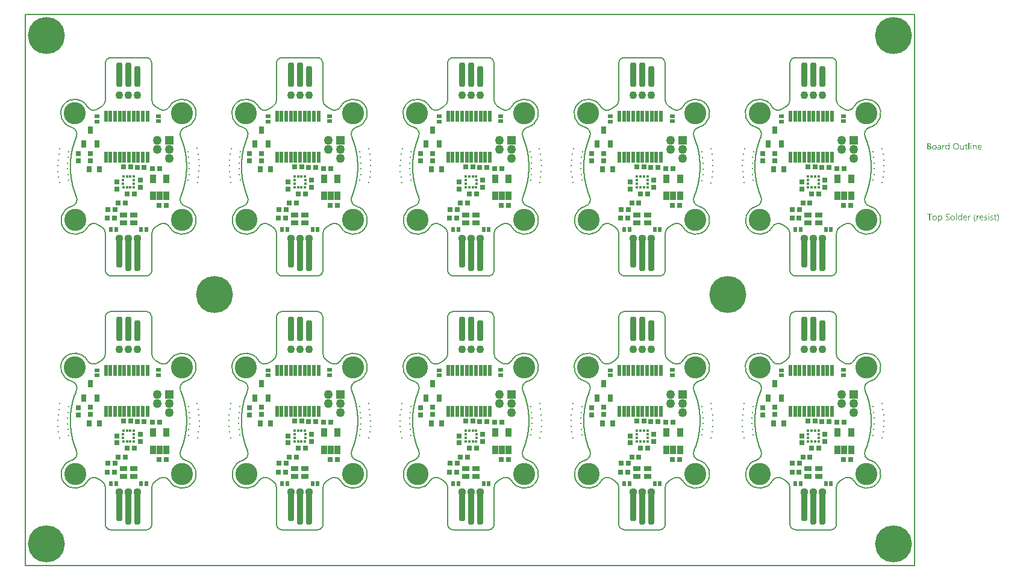
<source format=gts>
G04*
G04 #@! TF.GenerationSoftware,Altium Limited,Altium Designer,21.8.1 (53)*
G04*
G04 Layer_Color=8388736*
%FSAX25Y25*%
%MOIN*%
G70*
G04*
G04 #@! TF.SameCoordinates,4444B29A-944C-4237-836D-8D04AF711E9D*
G04*
G04*
G04 #@! TF.FilePolarity,Negative*
G04*
G01*
G75*
G04:AMPARAMS|DCode=11|XSize=35.43mil|YSize=135.83mil|CornerRadius=13.82mil|HoleSize=0mil|Usage=FLASHONLY|Rotation=180.000|XOffset=0mil|YOffset=0mil|HoleType=Round|Shape=RoundedRectangle|*
%AMROUNDEDRECTD11*
21,1,0.03543,0.10819,0,0,180.0*
21,1,0.00780,0.13583,0,0,180.0*
1,1,0.02764,-0.00390,0.05409*
1,1,0.02764,0.00390,0.05409*
1,1,0.02764,0.00390,-0.05409*
1,1,0.02764,-0.00390,-0.05409*
%
%ADD11ROUNDEDRECTD11*%
G04:AMPARAMS|DCode=12|XSize=35.43mil|YSize=116.14mil|CornerRadius=13.82mil|HoleSize=0mil|Usage=FLASHONLY|Rotation=180.000|XOffset=0mil|YOffset=0mil|HoleType=Round|Shape=RoundedRectangle|*
%AMROUNDEDRECTD12*
21,1,0.03543,0.08850,0,0,180.0*
21,1,0.00780,0.11614,0,0,180.0*
1,1,0.02764,-0.00390,0.04425*
1,1,0.02764,0.00390,0.04425*
1,1,0.02764,0.00390,-0.04425*
1,1,0.02764,-0.00390,-0.04425*
%
%ADD12ROUNDEDRECTD12*%
G04:AMPARAMS|DCode=15|XSize=35.43mil|YSize=169.29mil|CornerRadius=13.82mil|HoleSize=0mil|Usage=FLASHONLY|Rotation=180.000|XOffset=0mil|YOffset=0mil|HoleType=Round|Shape=RoundedRectangle|*
%AMROUNDEDRECTD15*
21,1,0.03543,0.14165,0,0,180.0*
21,1,0.00780,0.16929,0,0,180.0*
1,1,0.02764,-0.00390,0.07083*
1,1,0.02764,0.00390,0.07083*
1,1,0.02764,0.00390,-0.07083*
1,1,0.02764,-0.00390,-0.07083*
%
%ADD15ROUNDEDRECTD15*%
G04:AMPARAMS|DCode=16|XSize=35.43mil|YSize=188.98mil|CornerRadius=13.82mil|HoleSize=0mil|Usage=FLASHONLY|Rotation=180.000|XOffset=0mil|YOffset=0mil|HoleType=Round|Shape=RoundedRectangle|*
%AMROUNDEDRECTD16*
21,1,0.03543,0.16134,0,0,180.0*
21,1,0.00780,0.18898,0,0,180.0*
1,1,0.02764,-0.00390,0.08067*
1,1,0.02764,0.00390,0.08067*
1,1,0.02764,0.00390,-0.08067*
1,1,0.02764,-0.00390,-0.08067*
%
%ADD16ROUNDEDRECTD16*%
%ADD32C,0.00787*%
%ADD34C,0.04331*%
%ADD35C,0.04370*%
%ADD44R,0.02165X0.05906*%
%ADD45R,0.03150X0.01968*%
%ADD46R,0.03937X0.02756*%
%ADD47R,0.01968X0.03150*%
%ADD48R,0.02756X0.02559*%
%ADD49R,0.02559X0.02756*%
%ADD50R,0.03347X0.04528*%
%ADD51R,0.01673X0.01575*%
%ADD52R,0.01575X0.01673*%
%ADD53R,0.02559X0.02756*%
%ADD54R,0.02953X0.04134*%
%ADD55R,0.02953X0.03740*%
%ADD56R,0.02756X0.02559*%
%ADD57C,0.00800*%
%ADD58C,0.20485*%
%ADD59C,0.00591*%
%ADD60C,0.12205*%
%ADD61R,0.04961X0.04961*%
%ADD62C,0.04961*%
G36*
X0503737Y0214153D02*
X0503761D01*
X0503817Y0214128D01*
X0503848Y0214110D01*
X0503879Y0214085D01*
X0503885Y0214079D01*
X0503891Y0214073D01*
X0503922Y0214036D01*
X0503947Y0213974D01*
X0503953Y0213937D01*
X0503960Y0213899D01*
Y0213893D01*
Y0213881D01*
X0503953Y0213862D01*
X0503947Y0213838D01*
X0503929Y0213776D01*
X0503904Y0213745D01*
X0503879Y0213714D01*
X0503873D01*
X0503867Y0213701D01*
X0503829Y0213677D01*
X0503774Y0213652D01*
X0503737Y0213646D01*
X0503699Y0213639D01*
X0503681D01*
X0503662Y0213646D01*
X0503638D01*
X0503576Y0213670D01*
X0503545Y0213683D01*
X0503514Y0213708D01*
Y0213714D01*
X0503501Y0213720D01*
X0503489Y0213738D01*
X0503477Y0213757D01*
X0503452Y0213819D01*
X0503446Y0213856D01*
X0503440Y0213899D01*
Y0213906D01*
Y0213918D01*
X0503446Y0213937D01*
X0503452Y0213968D01*
X0503471Y0214023D01*
X0503489Y0214054D01*
X0503514Y0214085D01*
X0503520Y0214091D01*
X0503526Y0214098D01*
X0503563Y0214122D01*
X0503625Y0214147D01*
X0503662Y0214159D01*
X0503718D01*
X0503737Y0214153D01*
D02*
G37*
G36*
X0491747Y0210489D02*
X0491344D01*
Y0210910D01*
X0491332D01*
Y0210904D01*
X0491320Y0210891D01*
X0491301Y0210866D01*
X0491282Y0210835D01*
X0491251Y0210798D01*
X0491214Y0210761D01*
X0491171Y0210718D01*
X0491121Y0210675D01*
X0491066Y0210625D01*
X0490998Y0210582D01*
X0490930Y0210544D01*
X0490849Y0210507D01*
X0490769Y0210476D01*
X0490676Y0210452D01*
X0490577Y0210439D01*
X0490472Y0210433D01*
X0490428D01*
X0490391Y0210439D01*
X0490354Y0210445D01*
X0490304Y0210452D01*
X0490199Y0210476D01*
X0490075Y0210513D01*
X0489952Y0210576D01*
X0489883Y0210613D01*
X0489828Y0210656D01*
X0489766Y0210712D01*
X0489710Y0210767D01*
Y0210773D01*
X0489698Y0210786D01*
X0489685Y0210805D01*
X0489667Y0210829D01*
X0489648Y0210860D01*
X0489623Y0210904D01*
X0489599Y0210953D01*
X0489574Y0211009D01*
X0489543Y0211071D01*
X0489518Y0211139D01*
X0489494Y0211213D01*
X0489475Y0211294D01*
X0489456Y0211380D01*
X0489444Y0211479D01*
X0489438Y0211578D01*
X0489432Y0211684D01*
Y0211690D01*
Y0211708D01*
Y0211745D01*
X0489438Y0211789D01*
X0489444Y0211838D01*
X0489450Y0211900D01*
X0489456Y0211968D01*
X0489469Y0212042D01*
X0489506Y0212203D01*
X0489562Y0212371D01*
X0489599Y0212451D01*
X0489642Y0212531D01*
X0489685Y0212606D01*
X0489741Y0212680D01*
X0489747Y0212686D01*
X0489753Y0212699D01*
X0489772Y0212717D01*
X0489797Y0212742D01*
X0489828Y0212767D01*
X0489871Y0212798D01*
X0489914Y0212835D01*
X0489964Y0212872D01*
X0490088Y0212940D01*
X0490230Y0213002D01*
X0490310Y0213020D01*
X0490397Y0213039D01*
X0490484Y0213052D01*
X0490583Y0213058D01*
X0490632D01*
X0490670Y0213052D01*
X0490707Y0213045D01*
X0490756Y0213039D01*
X0490868Y0213008D01*
X0490991Y0212959D01*
X0491053Y0212928D01*
X0491115Y0212884D01*
X0491177Y0212841D01*
X0491233Y0212785D01*
X0491282Y0212723D01*
X0491332Y0212649D01*
X0491344D01*
Y0214209D01*
X0491747D01*
Y0210489D01*
D02*
G37*
G36*
X0506015Y0213052D02*
X0506089Y0213045D01*
X0506182Y0213027D01*
X0506281Y0212996D01*
X0506386Y0212946D01*
X0506491Y0212878D01*
X0506534Y0212841D01*
X0506578Y0212791D01*
X0506590Y0212779D01*
X0506615Y0212742D01*
X0506646Y0212680D01*
X0506689Y0212593D01*
X0506726Y0212488D01*
X0506764Y0212358D01*
X0506788Y0212203D01*
X0506795Y0212024D01*
Y0210489D01*
X0506392D01*
Y0211919D01*
Y0211925D01*
Y0211956D01*
X0506386Y0211993D01*
Y0212042D01*
X0506374Y0212104D01*
X0506361Y0212173D01*
X0506343Y0212247D01*
X0506318Y0212321D01*
X0506287Y0212395D01*
X0506250Y0212463D01*
X0506200Y0212531D01*
X0506145Y0212593D01*
X0506083Y0212643D01*
X0506002Y0212680D01*
X0505915Y0212711D01*
X0505810Y0212717D01*
X0505798D01*
X0505761Y0212711D01*
X0505705Y0212705D01*
X0505637Y0212686D01*
X0505556Y0212662D01*
X0505470Y0212618D01*
X0505389Y0212562D01*
X0505309Y0212488D01*
X0505303Y0212476D01*
X0505278Y0212451D01*
X0505247Y0212402D01*
X0505210Y0212333D01*
X0505173Y0212253D01*
X0505142Y0212154D01*
X0505117Y0212042D01*
X0505111Y0211919D01*
Y0210489D01*
X0504708D01*
Y0213002D01*
X0505111D01*
Y0212581D01*
X0505123D01*
X0505129Y0212587D01*
X0505136Y0212600D01*
X0505154Y0212624D01*
X0505179Y0212655D01*
X0505204Y0212692D01*
X0505241Y0212730D01*
X0505284Y0212773D01*
X0505334Y0212822D01*
X0505389Y0212866D01*
X0505451Y0212909D01*
X0505519Y0212946D01*
X0505594Y0212983D01*
X0505668Y0213014D01*
X0505755Y0213039D01*
X0505847Y0213052D01*
X0505946Y0213058D01*
X0505984D01*
X0506015Y0213052D01*
D02*
G37*
G36*
X0489017Y0213039D02*
X0489091Y0213033D01*
X0489134Y0213020D01*
X0489165Y0213008D01*
Y0212593D01*
X0489159Y0212600D01*
X0489147Y0212606D01*
X0489122Y0212618D01*
X0489091Y0212637D01*
X0489048Y0212649D01*
X0488992Y0212662D01*
X0488930Y0212668D01*
X0488862Y0212674D01*
X0488850D01*
X0488819Y0212668D01*
X0488769Y0212662D01*
X0488714Y0212643D01*
X0488639Y0212612D01*
X0488571Y0212569D01*
X0488497Y0212507D01*
X0488429Y0212426D01*
X0488423Y0212414D01*
X0488404Y0212383D01*
X0488373Y0212327D01*
X0488342Y0212253D01*
X0488311Y0212160D01*
X0488280Y0212042D01*
X0488262Y0211912D01*
X0488256Y0211764D01*
Y0210489D01*
X0487853D01*
Y0213002D01*
X0488256D01*
Y0212482D01*
X0488268D01*
Y0212488D01*
X0488274Y0212494D01*
X0488286Y0212525D01*
X0488305Y0212575D01*
X0488336Y0212637D01*
X0488367Y0212699D01*
X0488416Y0212767D01*
X0488466Y0212835D01*
X0488528Y0212897D01*
X0488534Y0212903D01*
X0488559Y0212922D01*
X0488596Y0212946D01*
X0488645Y0212971D01*
X0488701Y0212996D01*
X0488769Y0213020D01*
X0488843Y0213039D01*
X0488924Y0213045D01*
X0488980D01*
X0489017Y0213039D01*
D02*
G37*
G36*
X0499756Y0210489D02*
X0499354D01*
Y0210885D01*
X0499342D01*
Y0210879D01*
X0499329Y0210866D01*
X0499317Y0210842D01*
X0499292Y0210817D01*
X0499236Y0210743D01*
X0499150Y0210662D01*
X0499100Y0210619D01*
X0499045Y0210576D01*
X0498983Y0210538D01*
X0498908Y0210501D01*
X0498834Y0210476D01*
X0498754Y0210452D01*
X0498661Y0210439D01*
X0498568Y0210433D01*
X0498531D01*
X0498488Y0210439D01*
X0498426Y0210452D01*
X0498357Y0210464D01*
X0498283Y0210489D01*
X0498203Y0210520D01*
X0498122Y0210569D01*
X0498036Y0210625D01*
X0497955Y0210693D01*
X0497881Y0210780D01*
X0497813Y0210885D01*
X0497751Y0211003D01*
X0497708Y0211145D01*
X0497683Y0211312D01*
X0497670Y0211399D01*
Y0211498D01*
Y0213002D01*
X0498067D01*
Y0211560D01*
Y0211554D01*
Y0211529D01*
X0498073Y0211485D01*
X0498079Y0211436D01*
X0498085Y0211374D01*
X0498098Y0211312D01*
X0498116Y0211238D01*
X0498141Y0211163D01*
X0498178Y0211089D01*
X0498215Y0211021D01*
X0498265Y0210953D01*
X0498327Y0210891D01*
X0498395Y0210842D01*
X0498475Y0210805D01*
X0498574Y0210773D01*
X0498679Y0210767D01*
X0498692D01*
X0498729Y0210773D01*
X0498785Y0210780D01*
X0498847Y0210792D01*
X0498927Y0210823D01*
X0499008Y0210860D01*
X0499088Y0210910D01*
X0499162Y0210984D01*
X0499168Y0210996D01*
X0499193Y0211021D01*
X0499224Y0211071D01*
X0499261Y0211139D01*
X0499292Y0211219D01*
X0499323Y0211318D01*
X0499348Y0211430D01*
X0499354Y0211554D01*
Y0213002D01*
X0499756D01*
Y0210489D01*
D02*
G37*
G36*
X0503891D02*
X0503489D01*
Y0213002D01*
X0503891D01*
Y0210489D01*
D02*
G37*
G36*
X0502672D02*
X0502270D01*
Y0214209D01*
X0502672D01*
Y0210489D01*
D02*
G37*
G36*
X0486293Y0213052D02*
X0486349Y0213045D01*
X0486417Y0213027D01*
X0486491Y0213008D01*
X0486572Y0212977D01*
X0486658Y0212940D01*
X0486739Y0212891D01*
X0486819Y0212829D01*
X0486894Y0212754D01*
X0486962Y0212662D01*
X0487017Y0212556D01*
X0487061Y0212433D01*
X0487085Y0212290D01*
X0487098Y0212123D01*
Y0210489D01*
X0486696D01*
Y0210879D01*
X0486683D01*
Y0210873D01*
X0486671Y0210860D01*
X0486658Y0210835D01*
X0486634Y0210811D01*
X0486572Y0210736D01*
X0486491Y0210656D01*
X0486380Y0210576D01*
X0486250Y0210501D01*
X0486169Y0210476D01*
X0486089Y0210452D01*
X0486002Y0210439D01*
X0485910Y0210433D01*
X0485872D01*
X0485848Y0210439D01*
X0485779Y0210445D01*
X0485699Y0210458D01*
X0485600Y0210483D01*
X0485507Y0210513D01*
X0485408Y0210563D01*
X0485321Y0210625D01*
X0485315Y0210637D01*
X0485290Y0210662D01*
X0485253Y0210705D01*
X0485216Y0210767D01*
X0485179Y0210842D01*
X0485142Y0210928D01*
X0485117Y0211034D01*
X0485111Y0211151D01*
Y0211157D01*
Y0211182D01*
X0485117Y0211219D01*
X0485123Y0211262D01*
X0485136Y0211318D01*
X0485154Y0211380D01*
X0485179Y0211448D01*
X0485216Y0211516D01*
X0485259Y0211591D01*
X0485315Y0211665D01*
X0485383Y0211733D01*
X0485464Y0211795D01*
X0485557Y0211857D01*
X0485668Y0211906D01*
X0485792Y0211943D01*
X0485940Y0211974D01*
X0486696Y0212080D01*
Y0212086D01*
Y0212104D01*
X0486689Y0212141D01*
Y0212179D01*
X0486677Y0212228D01*
X0486671Y0212284D01*
X0486634Y0212402D01*
X0486603Y0212457D01*
X0486572Y0212513D01*
X0486528Y0212569D01*
X0486479Y0212618D01*
X0486417Y0212662D01*
X0486349Y0212692D01*
X0486269Y0212711D01*
X0486176Y0212717D01*
X0486132D01*
X0486101Y0212711D01*
X0486058D01*
X0486015Y0212699D01*
X0485903Y0212680D01*
X0485779Y0212643D01*
X0485643Y0212587D01*
X0485569Y0212550D01*
X0485501Y0212513D01*
X0485427Y0212463D01*
X0485358Y0212408D01*
Y0212822D01*
X0485365D01*
X0485377Y0212835D01*
X0485396Y0212847D01*
X0485427Y0212860D01*
X0485458Y0212878D01*
X0485501Y0212897D01*
X0485550Y0212915D01*
X0485606Y0212940D01*
X0485730Y0212983D01*
X0485879Y0213020D01*
X0486039Y0213045D01*
X0486213Y0213058D01*
X0486250D01*
X0486293Y0213052D01*
D02*
G37*
G36*
X0480605Y0213999D02*
X0480648D01*
X0480691Y0213992D01*
X0480790Y0213980D01*
X0480908Y0213949D01*
X0481032Y0213912D01*
X0481149Y0213856D01*
X0481255Y0213782D01*
X0481261D01*
X0481267Y0213770D01*
X0481298Y0213745D01*
X0481341Y0213695D01*
X0481391Y0213627D01*
X0481434Y0213541D01*
X0481477Y0213441D01*
X0481508Y0213330D01*
X0481521Y0213268D01*
Y0213200D01*
Y0213194D01*
Y0213188D01*
Y0213151D01*
X0481515Y0213095D01*
X0481502Y0213027D01*
X0481484Y0212940D01*
X0481453Y0212853D01*
X0481416Y0212767D01*
X0481360Y0212680D01*
X0481354Y0212668D01*
X0481329Y0212643D01*
X0481292Y0212606D01*
X0481242Y0212556D01*
X0481180Y0212507D01*
X0481106Y0212451D01*
X0481013Y0212408D01*
X0480914Y0212364D01*
Y0212358D01*
X0480933D01*
X0480951Y0212352D01*
X0480970Y0212346D01*
X0481038Y0212333D01*
X0481118Y0212309D01*
X0481205Y0212271D01*
X0481298Y0212228D01*
X0481391Y0212166D01*
X0481477Y0212086D01*
X0481490Y0212073D01*
X0481515Y0212042D01*
X0481545Y0211999D01*
X0481589Y0211931D01*
X0481626Y0211844D01*
X0481663Y0211745D01*
X0481688Y0211628D01*
X0481694Y0211498D01*
Y0211492D01*
Y0211479D01*
Y0211454D01*
X0481688Y0211423D01*
X0481682Y0211386D01*
X0481675Y0211343D01*
X0481651Y0211238D01*
X0481614Y0211120D01*
X0481558Y0210996D01*
X0481521Y0210941D01*
X0481477Y0210879D01*
X0481422Y0210823D01*
X0481366Y0210767D01*
X0481360D01*
X0481354Y0210755D01*
X0481335Y0210743D01*
X0481310Y0210724D01*
X0481279Y0210705D01*
X0481236Y0210681D01*
X0481143Y0210631D01*
X0481026Y0210576D01*
X0480889Y0210532D01*
X0480728Y0210501D01*
X0480648Y0210495D01*
X0480555Y0210489D01*
X0479528D01*
Y0214005D01*
X0480574D01*
X0480605Y0213999D01*
D02*
G37*
G36*
X0501100Y0213002D02*
X0501737D01*
Y0212655D01*
X0501100D01*
Y0211238D01*
Y0211225D01*
Y0211194D01*
X0501106Y0211151D01*
X0501112Y0211095D01*
X0501137Y0210978D01*
X0501155Y0210922D01*
X0501186Y0210879D01*
X0501193Y0210873D01*
X0501205Y0210860D01*
X0501224Y0210848D01*
X0501255Y0210829D01*
X0501292Y0210805D01*
X0501341Y0210792D01*
X0501403Y0210780D01*
X0501471Y0210773D01*
X0501496D01*
X0501527Y0210780D01*
X0501564Y0210786D01*
X0501651Y0210811D01*
X0501694Y0210829D01*
X0501737Y0210854D01*
Y0210507D01*
X0501731D01*
X0501713Y0210495D01*
X0501682Y0210489D01*
X0501638Y0210476D01*
X0501582Y0210464D01*
X0501521Y0210452D01*
X0501446Y0210445D01*
X0501360Y0210439D01*
X0501329D01*
X0501298Y0210445D01*
X0501255Y0210452D01*
X0501205Y0210464D01*
X0501149Y0210476D01*
X0501093Y0210501D01*
X0501032Y0210532D01*
X0500970Y0210569D01*
X0500908Y0210619D01*
X0500852Y0210675D01*
X0500803Y0210749D01*
X0500759Y0210829D01*
X0500728Y0210928D01*
X0500703Y0211040D01*
X0500697Y0211170D01*
Y0212655D01*
X0500270D01*
Y0213002D01*
X0500697D01*
Y0213615D01*
X0501100Y0213745D01*
Y0213002D01*
D02*
G37*
G36*
X0508627Y0213052D02*
X0508670Y0213045D01*
X0508713Y0213039D01*
X0508825Y0213020D01*
X0508949Y0212977D01*
X0509072Y0212922D01*
X0509134Y0212884D01*
X0509196Y0212841D01*
X0509252Y0212791D01*
X0509308Y0212736D01*
X0509314Y0212730D01*
X0509320Y0212723D01*
X0509332Y0212705D01*
X0509351Y0212680D01*
X0509370Y0212643D01*
X0509394Y0212606D01*
X0509419Y0212562D01*
X0509444Y0212507D01*
X0509469Y0212445D01*
X0509493Y0212383D01*
X0509518Y0212309D01*
X0509537Y0212228D01*
X0509555Y0212141D01*
X0509568Y0212055D01*
X0509580Y0211956D01*
Y0211851D01*
Y0211640D01*
X0507803D01*
Y0211634D01*
Y0211622D01*
Y0211603D01*
X0507810Y0211572D01*
X0507816Y0211535D01*
Y0211498D01*
X0507834Y0211399D01*
X0507865Y0211300D01*
X0507902Y0211188D01*
X0507958Y0211083D01*
X0508026Y0210990D01*
X0508039Y0210978D01*
X0508064Y0210953D01*
X0508113Y0210922D01*
X0508181Y0210879D01*
X0508268Y0210835D01*
X0508367Y0210805D01*
X0508484Y0210780D01*
X0508621Y0210767D01*
X0508664D01*
X0508695Y0210773D01*
X0508732D01*
X0508775Y0210780D01*
X0508881Y0210805D01*
X0508998Y0210835D01*
X0509128Y0210885D01*
X0509264Y0210953D01*
X0509332Y0210996D01*
X0509401Y0211046D01*
Y0210668D01*
X0509394D01*
X0509388Y0210656D01*
X0509370Y0210650D01*
X0509339Y0210631D01*
X0509308Y0210613D01*
X0509270Y0210594D01*
X0509221Y0210576D01*
X0509171Y0210551D01*
X0509110Y0210526D01*
X0509042Y0210507D01*
X0508893Y0210470D01*
X0508720Y0210445D01*
X0508528Y0210433D01*
X0508478D01*
X0508441Y0210439D01*
X0508398Y0210445D01*
X0508342Y0210452D01*
X0508224Y0210476D01*
X0508088Y0210513D01*
X0507952Y0210576D01*
X0507884Y0210619D01*
X0507816Y0210662D01*
X0507754Y0210712D01*
X0507692Y0210773D01*
X0507686Y0210780D01*
X0507680Y0210792D01*
X0507667Y0210811D01*
X0507643Y0210835D01*
X0507624Y0210873D01*
X0507599Y0210916D01*
X0507568Y0210965D01*
X0507544Y0211021D01*
X0507513Y0211083D01*
X0507488Y0211157D01*
X0507457Y0211238D01*
X0507438Y0211324D01*
X0507420Y0211417D01*
X0507401Y0211516D01*
X0507395Y0211622D01*
X0507389Y0211733D01*
Y0211739D01*
Y0211758D01*
Y0211789D01*
X0507395Y0211832D01*
X0507401Y0211881D01*
X0507407Y0211937D01*
X0507413Y0212005D01*
X0507432Y0212073D01*
X0507469Y0212222D01*
X0507525Y0212383D01*
X0507562Y0212463D01*
X0507612Y0212538D01*
X0507661Y0212618D01*
X0507717Y0212686D01*
X0507723Y0212692D01*
X0507735Y0212705D01*
X0507754Y0212723D01*
X0507779Y0212742D01*
X0507810Y0212773D01*
X0507847Y0212804D01*
X0507896Y0212835D01*
X0507946Y0212872D01*
X0508064Y0212940D01*
X0508206Y0213002D01*
X0508286Y0213020D01*
X0508367Y0213039D01*
X0508453Y0213052D01*
X0508546Y0213058D01*
X0508596D01*
X0508627Y0213052D01*
D02*
G37*
G36*
X0495584Y0214060D02*
X0495646Y0214054D01*
X0495721Y0214042D01*
X0495801Y0214023D01*
X0495888Y0214005D01*
X0495974Y0213980D01*
X0496073Y0213949D01*
X0496166Y0213906D01*
X0496265Y0213856D01*
X0496364Y0213800D01*
X0496457Y0213732D01*
X0496550Y0213658D01*
X0496637Y0213571D01*
X0496643Y0213565D01*
X0496655Y0213547D01*
X0496680Y0213522D01*
X0496705Y0213485D01*
X0496742Y0213435D01*
X0496779Y0213373D01*
X0496816Y0213305D01*
X0496860Y0213231D01*
X0496903Y0213138D01*
X0496940Y0213045D01*
X0496977Y0212940D01*
X0497014Y0212822D01*
X0497039Y0212705D01*
X0497064Y0212575D01*
X0497076Y0212433D01*
X0497082Y0212290D01*
Y0212278D01*
Y0212253D01*
Y0212210D01*
X0497076Y0212148D01*
X0497070Y0212073D01*
X0497058Y0211993D01*
X0497045Y0211900D01*
X0497027Y0211795D01*
X0497002Y0211690D01*
X0496971Y0211578D01*
X0496934Y0211467D01*
X0496890Y0211355D01*
X0496835Y0211238D01*
X0496773Y0211133D01*
X0496705Y0211027D01*
X0496624Y0210928D01*
X0496618Y0210922D01*
X0496606Y0210910D01*
X0496575Y0210885D01*
X0496544Y0210854D01*
X0496494Y0210811D01*
X0496439Y0210773D01*
X0496377Y0210724D01*
X0496303Y0210681D01*
X0496222Y0210637D01*
X0496129Y0210588D01*
X0496030Y0210551D01*
X0495919Y0210513D01*
X0495801Y0210476D01*
X0495677Y0210452D01*
X0495547Y0210439D01*
X0495405Y0210433D01*
X0495374D01*
X0495331Y0210439D01*
X0495281D01*
X0495219Y0210445D01*
X0495145Y0210458D01*
X0495064Y0210476D01*
X0494972Y0210495D01*
X0494879Y0210520D01*
X0494780Y0210551D01*
X0494681Y0210594D01*
X0494582Y0210637D01*
X0494483Y0210693D01*
X0494384Y0210761D01*
X0494291Y0210835D01*
X0494204Y0210922D01*
X0494198Y0210928D01*
X0494185Y0210947D01*
X0494161Y0210972D01*
X0494136Y0211009D01*
X0494099Y0211058D01*
X0494062Y0211120D01*
X0494025Y0211188D01*
X0493981Y0211269D01*
X0493938Y0211355D01*
X0493901Y0211448D01*
X0493864Y0211554D01*
X0493826Y0211671D01*
X0493802Y0211789D01*
X0493777Y0211919D01*
X0493765Y0212061D01*
X0493758Y0212203D01*
Y0212216D01*
Y0212241D01*
X0493765Y0212284D01*
Y0212346D01*
X0493771Y0212414D01*
X0493783Y0212501D01*
X0493795Y0212593D01*
X0493814Y0212692D01*
X0493839Y0212798D01*
X0493870Y0212909D01*
X0493907Y0213020D01*
X0493950Y0213132D01*
X0494006Y0213243D01*
X0494068Y0213355D01*
X0494136Y0213460D01*
X0494216Y0213559D01*
X0494223Y0213565D01*
X0494235Y0213584D01*
X0494266Y0213609D01*
X0494303Y0213639D01*
X0494346Y0213677D01*
X0494402Y0213720D01*
X0494470Y0213763D01*
X0494545Y0213813D01*
X0494631Y0213862D01*
X0494724Y0213906D01*
X0494823Y0213949D01*
X0494935Y0213986D01*
X0495058Y0214017D01*
X0495188Y0214048D01*
X0495324Y0214060D01*
X0495467Y0214067D01*
X0495535D01*
X0495584Y0214060D01*
D02*
G37*
G36*
X0483557Y0213052D02*
X0483601Y0213045D01*
X0483656Y0213039D01*
X0483780Y0213014D01*
X0483922Y0212971D01*
X0484065Y0212909D01*
X0484139Y0212872D01*
X0484207Y0212829D01*
X0484275Y0212773D01*
X0484337Y0212711D01*
X0484343Y0212705D01*
X0484350Y0212692D01*
X0484368Y0212674D01*
X0484387Y0212649D01*
X0484411Y0212612D01*
X0484436Y0212569D01*
X0484467Y0212519D01*
X0484498Y0212463D01*
X0484523Y0212395D01*
X0484554Y0212327D01*
X0484579Y0212247D01*
X0484603Y0212160D01*
X0484622Y0212067D01*
X0484641Y0211968D01*
X0484647Y0211863D01*
X0484653Y0211752D01*
Y0211745D01*
Y0211727D01*
Y0211696D01*
X0484647Y0211652D01*
X0484641Y0211603D01*
X0484634Y0211541D01*
X0484622Y0211479D01*
X0484610Y0211405D01*
X0484572Y0211256D01*
X0484511Y0211095D01*
X0484473Y0211015D01*
X0484424Y0210934D01*
X0484374Y0210860D01*
X0484312Y0210792D01*
X0484306Y0210786D01*
X0484294Y0210780D01*
X0484275Y0210761D01*
X0484250Y0210736D01*
X0484213Y0210712D01*
X0484176Y0210681D01*
X0484127Y0210644D01*
X0484071Y0210613D01*
X0484009Y0210582D01*
X0483941Y0210544D01*
X0483867Y0210513D01*
X0483786Y0210489D01*
X0483700Y0210464D01*
X0483607Y0210452D01*
X0483508Y0210439D01*
X0483402Y0210433D01*
X0483347D01*
X0483310Y0210439D01*
X0483266Y0210445D01*
X0483211Y0210452D01*
X0483149Y0210464D01*
X0483081Y0210476D01*
X0482938Y0210520D01*
X0482790Y0210582D01*
X0482715Y0210619D01*
X0482647Y0210668D01*
X0482579Y0210718D01*
X0482511Y0210780D01*
X0482505Y0210786D01*
X0482499Y0210798D01*
X0482480Y0210817D01*
X0482462Y0210842D01*
X0482437Y0210879D01*
X0482406Y0210922D01*
X0482375Y0210972D01*
X0482350Y0211027D01*
X0482319Y0211095D01*
X0482288Y0211163D01*
X0482257Y0211238D01*
X0482233Y0211324D01*
X0482195Y0211510D01*
X0482189Y0211609D01*
X0482183Y0211714D01*
Y0211721D01*
Y0211745D01*
Y0211776D01*
X0482189Y0211820D01*
X0482195Y0211869D01*
X0482202Y0211931D01*
X0482214Y0211999D01*
X0482226Y0212073D01*
X0482264Y0212234D01*
X0482325Y0212395D01*
X0482369Y0212476D01*
X0482412Y0212556D01*
X0482462Y0212631D01*
X0482523Y0212699D01*
X0482530Y0212705D01*
X0482542Y0212717D01*
X0482561Y0212730D01*
X0482585Y0212754D01*
X0482623Y0212779D01*
X0482666Y0212810D01*
X0482715Y0212847D01*
X0482771Y0212878D01*
X0482833Y0212909D01*
X0482907Y0212946D01*
X0482982Y0212977D01*
X0483068Y0213002D01*
X0483155Y0213027D01*
X0483254Y0213045D01*
X0483359Y0213052D01*
X0483464Y0213058D01*
X0483520D01*
X0483557Y0213052D01*
D02*
G37*
G36*
X0513554Y0175091D02*
X0513579D01*
X0513634Y0175067D01*
X0513665Y0175048D01*
X0513696Y0175023D01*
X0513702Y0175017D01*
X0513709Y0175011D01*
X0513740Y0174974D01*
X0513764Y0174912D01*
X0513771Y0174875D01*
X0513777Y0174838D01*
Y0174831D01*
Y0174819D01*
X0513771Y0174801D01*
X0513764Y0174776D01*
X0513746Y0174714D01*
X0513721Y0174683D01*
X0513696Y0174652D01*
X0513690D01*
X0513684Y0174640D01*
X0513647Y0174615D01*
X0513591Y0174590D01*
X0513554Y0174584D01*
X0513517Y0174578D01*
X0513498D01*
X0513480Y0174584D01*
X0513455D01*
X0513393Y0174609D01*
X0513362Y0174621D01*
X0513331Y0174646D01*
Y0174652D01*
X0513319Y0174658D01*
X0513306Y0174677D01*
X0513294Y0174695D01*
X0513269Y0174757D01*
X0513263Y0174794D01*
X0513257Y0174838D01*
Y0174844D01*
Y0174856D01*
X0513263Y0174875D01*
X0513269Y0174906D01*
X0513288Y0174961D01*
X0513306Y0174992D01*
X0513331Y0175023D01*
X0513337Y0175030D01*
X0513343Y0175036D01*
X0513381Y0175060D01*
X0513443Y0175085D01*
X0513480Y0175098D01*
X0513535D01*
X0513554Y0175091D01*
D02*
G37*
G36*
X0490985Y0174999D02*
X0491035D01*
X0491146Y0174986D01*
X0491270Y0174974D01*
X0491394Y0174949D01*
X0491511Y0174918D01*
X0491561Y0174899D01*
X0491610Y0174875D01*
Y0174410D01*
X0491604D01*
X0491598Y0174423D01*
X0491579Y0174429D01*
X0491555Y0174448D01*
X0491524Y0174460D01*
X0491487Y0174479D01*
X0491394Y0174522D01*
X0491282Y0174559D01*
X0491146Y0174596D01*
X0490985Y0174621D01*
X0490812Y0174627D01*
X0490762D01*
X0490725Y0174621D01*
X0490688D01*
X0490639Y0174615D01*
X0490540Y0174596D01*
X0490533D01*
X0490515Y0174590D01*
X0490490Y0174584D01*
X0490459Y0174578D01*
X0490385Y0174547D01*
X0490298Y0174510D01*
X0490292D01*
X0490280Y0174497D01*
X0490261Y0174485D01*
X0490236Y0174466D01*
X0490181Y0174410D01*
X0490125Y0174342D01*
Y0174336D01*
X0490112Y0174324D01*
X0490106Y0174305D01*
X0490094Y0174274D01*
X0490082Y0174237D01*
X0490075Y0174200D01*
X0490063Y0174101D01*
Y0174095D01*
Y0174076D01*
Y0174051D01*
X0490069Y0174021D01*
X0490082Y0173946D01*
X0490112Y0173866D01*
Y0173860D01*
X0490125Y0173847D01*
X0490131Y0173829D01*
X0490150Y0173804D01*
X0490199Y0173748D01*
X0490261Y0173686D01*
X0490267Y0173680D01*
X0490280Y0173674D01*
X0490298Y0173655D01*
X0490329Y0173637D01*
X0490366Y0173612D01*
X0490403Y0173587D01*
X0490502Y0173525D01*
X0490509Y0173519D01*
X0490527Y0173513D01*
X0490558Y0173494D01*
X0490595Y0173476D01*
X0490645Y0173451D01*
X0490700Y0173426D01*
X0490824Y0173364D01*
X0490831Y0173358D01*
X0490855Y0173346D01*
X0490892Y0173327D01*
X0490942Y0173302D01*
X0490998Y0173278D01*
X0491059Y0173241D01*
X0491183Y0173166D01*
X0491189Y0173160D01*
X0491214Y0173148D01*
X0491245Y0173129D01*
X0491289Y0173098D01*
X0491381Y0173024D01*
X0491480Y0172937D01*
X0491487Y0172931D01*
X0491505Y0172919D01*
X0491524Y0172888D01*
X0491555Y0172857D01*
X0491586Y0172813D01*
X0491623Y0172770D01*
X0491685Y0172659D01*
X0491691Y0172653D01*
X0491697Y0172634D01*
X0491710Y0172603D01*
X0491722Y0172560D01*
X0491734Y0172510D01*
X0491747Y0172448D01*
X0491759Y0172386D01*
Y0172312D01*
Y0172300D01*
Y0172269D01*
X0491753Y0172219D01*
X0491747Y0172157D01*
X0491734Y0172089D01*
X0491716Y0172015D01*
X0491691Y0171941D01*
X0491654Y0171873D01*
X0491648Y0171866D01*
X0491635Y0171842D01*
X0491610Y0171811D01*
X0491586Y0171767D01*
X0491542Y0171724D01*
X0491499Y0171675D01*
X0491443Y0171625D01*
X0491381Y0171575D01*
X0491375Y0171569D01*
X0491351Y0171557D01*
X0491313Y0171538D01*
X0491264Y0171514D01*
X0491208Y0171489D01*
X0491140Y0171464D01*
X0491059Y0171439D01*
X0490979Y0171421D01*
X0490967D01*
X0490942Y0171415D01*
X0490899Y0171408D01*
X0490837Y0171396D01*
X0490769Y0171390D01*
X0490688Y0171377D01*
X0490601Y0171371D01*
X0490453D01*
X0490385Y0171377D01*
X0490298Y0171384D01*
X0490280D01*
X0490255Y0171390D01*
X0490224Y0171396D01*
X0490143Y0171402D01*
X0490051Y0171421D01*
X0490044D01*
X0490026Y0171427D01*
X0490001Y0171433D01*
X0489970Y0171439D01*
X0489896Y0171458D01*
X0489809Y0171483D01*
X0489803D01*
X0489791Y0171489D01*
X0489772Y0171495D01*
X0489747Y0171507D01*
X0489685Y0171532D01*
X0489623Y0171569D01*
Y0172052D01*
X0489630Y0172046D01*
X0489642Y0172040D01*
X0489654Y0172027D01*
X0489679Y0172009D01*
X0489747Y0171966D01*
X0489828Y0171916D01*
X0489834D01*
X0489846Y0171910D01*
X0489871Y0171897D01*
X0489902Y0171885D01*
X0489983Y0171848D01*
X0490069Y0171817D01*
X0490075D01*
X0490094Y0171811D01*
X0490119Y0171804D01*
X0490150Y0171798D01*
X0490236Y0171774D01*
X0490329Y0171755D01*
X0490354D01*
X0490379Y0171749D01*
X0490410D01*
X0490484Y0171743D01*
X0490570Y0171736D01*
X0490632D01*
X0490700Y0171743D01*
X0490787Y0171755D01*
X0490880Y0171767D01*
X0490973Y0171792D01*
X0491059Y0171829D01*
X0491140Y0171873D01*
X0491146Y0171879D01*
X0491171Y0171897D01*
X0491202Y0171934D01*
X0491233Y0171978D01*
X0491270Y0172034D01*
X0491295Y0172108D01*
X0491320Y0172188D01*
X0491326Y0172281D01*
Y0172287D01*
Y0172306D01*
Y0172331D01*
X0491320Y0172368D01*
X0491301Y0172448D01*
X0491264Y0172529D01*
Y0172535D01*
X0491251Y0172547D01*
X0491239Y0172566D01*
X0491221Y0172591D01*
X0491165Y0172653D01*
X0491090Y0172721D01*
X0491084Y0172727D01*
X0491072Y0172739D01*
X0491047Y0172752D01*
X0491016Y0172776D01*
X0490979Y0172801D01*
X0490936Y0172832D01*
X0490831Y0172888D01*
X0490824Y0172894D01*
X0490806Y0172900D01*
X0490775Y0172919D01*
X0490731Y0172937D01*
X0490688Y0172968D01*
X0490632Y0172993D01*
X0490502Y0173061D01*
X0490496Y0173067D01*
X0490472Y0173080D01*
X0490434Y0173098D01*
X0490391Y0173117D01*
X0490342Y0173148D01*
X0490286Y0173179D01*
X0490162Y0173247D01*
X0490156Y0173253D01*
X0490137Y0173265D01*
X0490106Y0173284D01*
X0490069Y0173309D01*
X0489976Y0173377D01*
X0489883Y0173457D01*
X0489877Y0173463D01*
X0489865Y0173476D01*
X0489840Y0173501D01*
X0489815Y0173531D01*
X0489784Y0173575D01*
X0489753Y0173618D01*
X0489698Y0173717D01*
Y0173723D01*
X0489685Y0173742D01*
X0489679Y0173773D01*
X0489667Y0173816D01*
X0489654Y0173866D01*
X0489642Y0173928D01*
X0489636Y0173990D01*
X0489630Y0174064D01*
Y0174076D01*
Y0174107D01*
X0489636Y0174151D01*
X0489642Y0174206D01*
X0489654Y0174274D01*
X0489673Y0174342D01*
X0489698Y0174410D01*
X0489735Y0174479D01*
X0489741Y0174485D01*
X0489753Y0174510D01*
X0489778Y0174540D01*
X0489809Y0174584D01*
X0489846Y0174627D01*
X0489896Y0174677D01*
X0489952Y0174726D01*
X0490013Y0174769D01*
X0490020Y0174776D01*
X0490044Y0174788D01*
X0490082Y0174813D01*
X0490125Y0174838D01*
X0490187Y0174862D01*
X0490249Y0174893D01*
X0490323Y0174918D01*
X0490403Y0174943D01*
X0490416D01*
X0490441Y0174955D01*
X0490484Y0174961D01*
X0490546Y0174974D01*
X0490614Y0174986D01*
X0490688Y0174992D01*
X0490855Y0175005D01*
X0490942D01*
X0490985Y0174999D01*
D02*
G37*
G36*
X0498717Y0171427D02*
X0498314D01*
Y0171848D01*
X0498302D01*
Y0171842D01*
X0498289Y0171829D01*
X0498271Y0171804D01*
X0498252Y0171774D01*
X0498221Y0171736D01*
X0498184Y0171699D01*
X0498141Y0171656D01*
X0498091Y0171613D01*
X0498036Y0171563D01*
X0497968Y0171520D01*
X0497899Y0171483D01*
X0497819Y0171446D01*
X0497739Y0171415D01*
X0497646Y0171390D01*
X0497547Y0171377D01*
X0497441Y0171371D01*
X0497398D01*
X0497361Y0171377D01*
X0497324Y0171384D01*
X0497274Y0171390D01*
X0497169Y0171415D01*
X0497045Y0171452D01*
X0496921Y0171514D01*
X0496853Y0171551D01*
X0496798Y0171594D01*
X0496736Y0171650D01*
X0496680Y0171705D01*
Y0171712D01*
X0496668Y0171724D01*
X0496655Y0171743D01*
X0496637Y0171767D01*
X0496618Y0171798D01*
X0496593Y0171842D01*
X0496569Y0171891D01*
X0496544Y0171947D01*
X0496513Y0172009D01*
X0496488Y0172077D01*
X0496463Y0172151D01*
X0496445Y0172232D01*
X0496426Y0172318D01*
X0496414Y0172417D01*
X0496408Y0172516D01*
X0496402Y0172622D01*
Y0172628D01*
Y0172646D01*
Y0172684D01*
X0496408Y0172727D01*
X0496414Y0172776D01*
X0496420Y0172838D01*
X0496426Y0172906D01*
X0496439Y0172981D01*
X0496476Y0173142D01*
X0496531Y0173309D01*
X0496569Y0173389D01*
X0496612Y0173470D01*
X0496655Y0173544D01*
X0496711Y0173618D01*
X0496717Y0173624D01*
X0496723Y0173637D01*
X0496742Y0173655D01*
X0496767Y0173680D01*
X0496798Y0173705D01*
X0496841Y0173736D01*
X0496884Y0173773D01*
X0496934Y0173810D01*
X0497058Y0173878D01*
X0497200Y0173940D01*
X0497281Y0173959D01*
X0497367Y0173977D01*
X0497454Y0173990D01*
X0497553Y0173996D01*
X0497602D01*
X0497640Y0173990D01*
X0497677Y0173983D01*
X0497726Y0173977D01*
X0497838Y0173946D01*
X0497961Y0173897D01*
X0498023Y0173866D01*
X0498085Y0173822D01*
X0498147Y0173779D01*
X0498203Y0173723D01*
X0498252Y0173661D01*
X0498302Y0173587D01*
X0498314D01*
Y0175147D01*
X0498717D01*
Y0171427D01*
D02*
G37*
G36*
X0486770Y0173990D02*
X0486813Y0173983D01*
X0486857Y0173977D01*
X0486968Y0173952D01*
X0487092Y0173915D01*
X0487216Y0173853D01*
X0487277Y0173816D01*
X0487339Y0173767D01*
X0487395Y0173717D01*
X0487451Y0173655D01*
X0487457Y0173649D01*
X0487463Y0173643D01*
X0487475Y0173618D01*
X0487494Y0173593D01*
X0487513Y0173563D01*
X0487537Y0173519D01*
X0487562Y0173470D01*
X0487587Y0173420D01*
X0487612Y0173358D01*
X0487637Y0173290D01*
X0487661Y0173216D01*
X0487680Y0173135D01*
X0487711Y0172956D01*
X0487723Y0172857D01*
Y0172752D01*
Y0172745D01*
Y0172727D01*
Y0172690D01*
X0487717Y0172646D01*
Y0172597D01*
X0487705Y0172535D01*
X0487698Y0172467D01*
X0487686Y0172393D01*
X0487649Y0172232D01*
X0487593Y0172064D01*
X0487556Y0171984D01*
X0487519Y0171904D01*
X0487469Y0171823D01*
X0487414Y0171749D01*
X0487407Y0171743D01*
X0487401Y0171730D01*
X0487383Y0171712D01*
X0487358Y0171693D01*
X0487327Y0171662D01*
X0487290Y0171631D01*
X0487247Y0171594D01*
X0487197Y0171563D01*
X0487141Y0171526D01*
X0487079Y0171489D01*
X0486931Y0171433D01*
X0486850Y0171408D01*
X0486770Y0171390D01*
X0486677Y0171377D01*
X0486578Y0171371D01*
X0486528D01*
X0486497Y0171377D01*
X0486454Y0171384D01*
X0486411Y0171396D01*
X0486299Y0171421D01*
X0486182Y0171470D01*
X0486114Y0171507D01*
X0486052Y0171545D01*
X0485990Y0171594D01*
X0485934Y0171650D01*
X0485872Y0171712D01*
X0485823Y0171786D01*
X0485810D01*
Y0170276D01*
X0485408D01*
Y0173940D01*
X0485810D01*
Y0173494D01*
X0485823D01*
X0485829Y0173501D01*
X0485835Y0173519D01*
X0485854Y0173544D01*
X0485879Y0173575D01*
X0485910Y0173612D01*
X0485947Y0173655D01*
X0485990Y0173699D01*
X0486046Y0173748D01*
X0486101Y0173792D01*
X0486163Y0173835D01*
X0486237Y0173878D01*
X0486312Y0173915D01*
X0486399Y0173952D01*
X0486491Y0173977D01*
X0486584Y0173990D01*
X0486689Y0173996D01*
X0486739D01*
X0486770Y0173990D01*
D02*
G37*
G36*
X0515460D02*
X0515541Y0173983D01*
X0515628Y0173971D01*
X0515727Y0173946D01*
X0515826Y0173922D01*
X0515925Y0173884D01*
Y0173476D01*
X0515912Y0173482D01*
X0515875Y0173507D01*
X0515820Y0173531D01*
X0515745Y0173569D01*
X0515652Y0173600D01*
X0515541Y0173631D01*
X0515417Y0173649D01*
X0515287Y0173655D01*
X0515219D01*
X0515157Y0173643D01*
X0515083Y0173631D01*
X0515077D01*
X0515070Y0173624D01*
X0515033Y0173612D01*
X0514984Y0173587D01*
X0514928Y0173556D01*
X0514916Y0173550D01*
X0514891Y0173525D01*
X0514860Y0173488D01*
X0514829Y0173445D01*
X0514823Y0173433D01*
X0514811Y0173401D01*
X0514798Y0173358D01*
X0514792Y0173302D01*
Y0173296D01*
Y0173284D01*
Y0173265D01*
X0514798Y0173247D01*
X0514811Y0173191D01*
X0514829Y0173135D01*
X0514835Y0173123D01*
X0514854Y0173098D01*
X0514891Y0173061D01*
X0514934Y0173018D01*
X0514941D01*
X0514947Y0173012D01*
X0514984Y0172987D01*
X0515033Y0172956D01*
X0515101Y0172925D01*
X0515108D01*
X0515120Y0172919D01*
X0515139Y0172913D01*
X0515170Y0172900D01*
X0515238Y0172875D01*
X0515324Y0172838D01*
X0515331D01*
X0515355Y0172826D01*
X0515386Y0172813D01*
X0515423Y0172801D01*
X0515522Y0172758D01*
X0515622Y0172708D01*
X0515628D01*
X0515646Y0172696D01*
X0515671Y0172684D01*
X0515702Y0172665D01*
X0515776Y0172615D01*
X0515850Y0172554D01*
X0515857Y0172547D01*
X0515869Y0172541D01*
X0515881Y0172523D01*
X0515906Y0172498D01*
X0515949Y0172436D01*
X0515993Y0172355D01*
Y0172349D01*
X0515999Y0172337D01*
X0516011Y0172312D01*
X0516018Y0172281D01*
X0516030Y0172244D01*
X0516036Y0172201D01*
X0516042Y0172096D01*
Y0172089D01*
Y0172064D01*
X0516036Y0172027D01*
X0516030Y0171984D01*
X0516024Y0171934D01*
X0516005Y0171879D01*
X0515987Y0171829D01*
X0515956Y0171774D01*
X0515949Y0171767D01*
X0515943Y0171749D01*
X0515925Y0171724D01*
X0515900Y0171693D01*
X0515869Y0171656D01*
X0515832Y0171619D01*
X0515739Y0171545D01*
X0515733Y0171538D01*
X0515714Y0171532D01*
X0515690Y0171514D01*
X0515646Y0171495D01*
X0515603Y0171470D01*
X0515547Y0171452D01*
X0515491Y0171433D01*
X0515423Y0171415D01*
X0515417D01*
X0515392Y0171408D01*
X0515355Y0171402D01*
X0515312Y0171396D01*
X0515250Y0171384D01*
X0515188Y0171377D01*
X0515046Y0171371D01*
X0514984D01*
X0514910Y0171377D01*
X0514817Y0171390D01*
X0514712Y0171408D01*
X0514600Y0171433D01*
X0514489Y0171464D01*
X0514377Y0171514D01*
Y0171947D01*
X0514383D01*
X0514390Y0171934D01*
X0514408Y0171922D01*
X0514433Y0171910D01*
X0514501Y0171873D01*
X0514594Y0171829D01*
X0514699Y0171780D01*
X0514823Y0171743D01*
X0514959Y0171718D01*
X0515101Y0171705D01*
X0515151D01*
X0515182Y0171712D01*
X0515269Y0171724D01*
X0515368Y0171749D01*
X0515460Y0171792D01*
X0515504Y0171823D01*
X0515547Y0171854D01*
X0515578Y0171897D01*
X0515603Y0171941D01*
X0515622Y0171996D01*
X0515628Y0172058D01*
Y0172064D01*
Y0172077D01*
Y0172096D01*
X0515622Y0172114D01*
X0515609Y0172170D01*
X0515584Y0172225D01*
Y0172232D01*
X0515578Y0172238D01*
X0515553Y0172269D01*
X0515516Y0172312D01*
X0515460Y0172349D01*
X0515454D01*
X0515448Y0172362D01*
X0515411Y0172380D01*
X0515355Y0172417D01*
X0515281Y0172448D01*
X0515275D01*
X0515262Y0172455D01*
X0515244Y0172467D01*
X0515213Y0172479D01*
X0515145Y0172504D01*
X0515058Y0172541D01*
X0515052D01*
X0515027Y0172554D01*
X0514996Y0172566D01*
X0514959Y0172578D01*
X0514860Y0172622D01*
X0514761Y0172671D01*
X0514755Y0172677D01*
X0514743Y0172684D01*
X0514718Y0172696D01*
X0514687Y0172714D01*
X0514619Y0172764D01*
X0514551Y0172820D01*
X0514544Y0172826D01*
X0514538Y0172832D01*
X0514520Y0172851D01*
X0514501Y0172875D01*
X0514458Y0172937D01*
X0514421Y0173012D01*
Y0173018D01*
X0514414Y0173030D01*
X0514408Y0173055D01*
X0514402Y0173086D01*
X0514396Y0173123D01*
X0514390Y0173166D01*
X0514383Y0173272D01*
Y0173278D01*
Y0173302D01*
X0514390Y0173334D01*
X0514396Y0173377D01*
X0514402Y0173426D01*
X0514421Y0173476D01*
X0514439Y0173531D01*
X0514464Y0173581D01*
X0514470Y0173587D01*
X0514476Y0173606D01*
X0514495Y0173631D01*
X0514520Y0173661D01*
X0514588Y0173736D01*
X0514674Y0173810D01*
X0514681Y0173816D01*
X0514699Y0173822D01*
X0514724Y0173841D01*
X0514767Y0173860D01*
X0514811Y0173884D01*
X0514860Y0173909D01*
X0514984Y0173946D01*
X0514990D01*
X0515015Y0173952D01*
X0515046Y0173965D01*
X0515095Y0173971D01*
X0515145Y0173983D01*
X0515207Y0173990D01*
X0515343Y0173996D01*
X0515399D01*
X0515460Y0173990D01*
D02*
G37*
G36*
X0512106D02*
X0512186Y0173983D01*
X0512273Y0173971D01*
X0512372Y0173946D01*
X0512471Y0173922D01*
X0512570Y0173884D01*
Y0173476D01*
X0512557Y0173482D01*
X0512520Y0173507D01*
X0512465Y0173531D01*
X0512390Y0173569D01*
X0512297Y0173600D01*
X0512186Y0173631D01*
X0512062Y0173649D01*
X0511932Y0173655D01*
X0511864D01*
X0511802Y0173643D01*
X0511728Y0173631D01*
X0511722D01*
X0511716Y0173624D01*
X0511678Y0173612D01*
X0511629Y0173587D01*
X0511573Y0173556D01*
X0511561Y0173550D01*
X0511536Y0173525D01*
X0511505Y0173488D01*
X0511474Y0173445D01*
X0511468Y0173433D01*
X0511456Y0173401D01*
X0511443Y0173358D01*
X0511437Y0173302D01*
Y0173296D01*
Y0173284D01*
Y0173265D01*
X0511443Y0173247D01*
X0511456Y0173191D01*
X0511474Y0173135D01*
X0511480Y0173123D01*
X0511499Y0173098D01*
X0511536Y0173061D01*
X0511579Y0173018D01*
X0511586D01*
X0511592Y0173012D01*
X0511629Y0172987D01*
X0511678Y0172956D01*
X0511747Y0172925D01*
X0511753D01*
X0511765Y0172919D01*
X0511784Y0172913D01*
X0511815Y0172900D01*
X0511883Y0172875D01*
X0511969Y0172838D01*
X0511975D01*
X0512000Y0172826D01*
X0512031Y0172813D01*
X0512068Y0172801D01*
X0512167Y0172758D01*
X0512266Y0172708D01*
X0512273D01*
X0512291Y0172696D01*
X0512316Y0172684D01*
X0512347Y0172665D01*
X0512421Y0172615D01*
X0512496Y0172554D01*
X0512502Y0172547D01*
X0512514Y0172541D01*
X0512527Y0172523D01*
X0512551Y0172498D01*
X0512595Y0172436D01*
X0512638Y0172355D01*
Y0172349D01*
X0512644Y0172337D01*
X0512656Y0172312D01*
X0512663Y0172281D01*
X0512675Y0172244D01*
X0512681Y0172201D01*
X0512687Y0172096D01*
Y0172089D01*
Y0172064D01*
X0512681Y0172027D01*
X0512675Y0171984D01*
X0512669Y0171934D01*
X0512650Y0171879D01*
X0512632Y0171829D01*
X0512601Y0171774D01*
X0512595Y0171767D01*
X0512588Y0171749D01*
X0512570Y0171724D01*
X0512545Y0171693D01*
X0512514Y0171656D01*
X0512477Y0171619D01*
X0512384Y0171545D01*
X0512378Y0171538D01*
X0512359Y0171532D01*
X0512335Y0171514D01*
X0512291Y0171495D01*
X0512248Y0171470D01*
X0512192Y0171452D01*
X0512137Y0171433D01*
X0512068Y0171415D01*
X0512062D01*
X0512037Y0171408D01*
X0512000Y0171402D01*
X0511957Y0171396D01*
X0511895Y0171384D01*
X0511833Y0171377D01*
X0511691Y0171371D01*
X0511629D01*
X0511555Y0171377D01*
X0511462Y0171390D01*
X0511356Y0171408D01*
X0511245Y0171433D01*
X0511134Y0171464D01*
X0511022Y0171514D01*
Y0171947D01*
X0511028D01*
X0511035Y0171934D01*
X0511053Y0171922D01*
X0511078Y0171910D01*
X0511146Y0171873D01*
X0511239Y0171829D01*
X0511344Y0171780D01*
X0511468Y0171743D01*
X0511604Y0171718D01*
X0511747Y0171705D01*
X0511796D01*
X0511827Y0171712D01*
X0511914Y0171724D01*
X0512013Y0171749D01*
X0512106Y0171792D01*
X0512149Y0171823D01*
X0512192Y0171854D01*
X0512223Y0171897D01*
X0512248Y0171941D01*
X0512266Y0171996D01*
X0512273Y0172058D01*
Y0172064D01*
Y0172077D01*
Y0172096D01*
X0512266Y0172114D01*
X0512254Y0172170D01*
X0512229Y0172225D01*
Y0172232D01*
X0512223Y0172238D01*
X0512198Y0172269D01*
X0512161Y0172312D01*
X0512106Y0172349D01*
X0512099D01*
X0512093Y0172362D01*
X0512056Y0172380D01*
X0512000Y0172417D01*
X0511926Y0172448D01*
X0511920D01*
X0511907Y0172455D01*
X0511889Y0172467D01*
X0511858Y0172479D01*
X0511790Y0172504D01*
X0511703Y0172541D01*
X0511697D01*
X0511672Y0172554D01*
X0511641Y0172566D01*
X0511604Y0172578D01*
X0511505Y0172622D01*
X0511406Y0172671D01*
X0511400Y0172677D01*
X0511387Y0172684D01*
X0511363Y0172696D01*
X0511332Y0172714D01*
X0511264Y0172764D01*
X0511196Y0172820D01*
X0511189Y0172826D01*
X0511183Y0172832D01*
X0511165Y0172851D01*
X0511146Y0172875D01*
X0511103Y0172937D01*
X0511066Y0173012D01*
Y0173018D01*
X0511059Y0173030D01*
X0511053Y0173055D01*
X0511047Y0173086D01*
X0511041Y0173123D01*
X0511035Y0173166D01*
X0511028Y0173272D01*
Y0173278D01*
Y0173302D01*
X0511035Y0173334D01*
X0511041Y0173377D01*
X0511047Y0173426D01*
X0511066Y0173476D01*
X0511084Y0173531D01*
X0511109Y0173581D01*
X0511115Y0173587D01*
X0511121Y0173606D01*
X0511140Y0173631D01*
X0511165Y0173661D01*
X0511233Y0173736D01*
X0511319Y0173810D01*
X0511326Y0173816D01*
X0511344Y0173822D01*
X0511369Y0173841D01*
X0511412Y0173860D01*
X0511456Y0173884D01*
X0511505Y0173909D01*
X0511629Y0173946D01*
X0511635D01*
X0511660Y0173952D01*
X0511691Y0173965D01*
X0511740Y0173971D01*
X0511790Y0173983D01*
X0511852Y0173990D01*
X0511988Y0173996D01*
X0512044D01*
X0512106Y0173990D01*
D02*
G37*
G36*
X0507958Y0173977D02*
X0508033Y0173971D01*
X0508076Y0173959D01*
X0508107Y0173946D01*
Y0173531D01*
X0508101Y0173538D01*
X0508088Y0173544D01*
X0508064Y0173556D01*
X0508033Y0173575D01*
X0507989Y0173587D01*
X0507934Y0173600D01*
X0507872Y0173606D01*
X0507803Y0173612D01*
X0507791D01*
X0507760Y0173606D01*
X0507711Y0173600D01*
X0507655Y0173581D01*
X0507581Y0173550D01*
X0507513Y0173507D01*
X0507438Y0173445D01*
X0507370Y0173364D01*
X0507364Y0173352D01*
X0507345Y0173321D01*
X0507314Y0173265D01*
X0507283Y0173191D01*
X0507253Y0173098D01*
X0507222Y0172981D01*
X0507203Y0172851D01*
X0507197Y0172702D01*
Y0171427D01*
X0506795D01*
Y0173940D01*
X0507197D01*
Y0173420D01*
X0507209D01*
Y0173426D01*
X0507215Y0173433D01*
X0507228Y0173463D01*
X0507246Y0173513D01*
X0507277Y0173575D01*
X0507308Y0173637D01*
X0507358Y0173705D01*
X0507407Y0173773D01*
X0507469Y0173835D01*
X0507475Y0173841D01*
X0507500Y0173860D01*
X0507537Y0173884D01*
X0507587Y0173909D01*
X0507643Y0173934D01*
X0507711Y0173959D01*
X0507785Y0173977D01*
X0507865Y0173983D01*
X0507921D01*
X0507958Y0173977D01*
D02*
G37*
G36*
X0503322D02*
X0503396Y0173971D01*
X0503440Y0173959D01*
X0503471Y0173946D01*
Y0173531D01*
X0503464Y0173538D01*
X0503452Y0173544D01*
X0503427Y0173556D01*
X0503396Y0173575D01*
X0503353Y0173587D01*
X0503297Y0173600D01*
X0503235Y0173606D01*
X0503167Y0173612D01*
X0503155D01*
X0503124Y0173606D01*
X0503074Y0173600D01*
X0503019Y0173581D01*
X0502944Y0173550D01*
X0502876Y0173507D01*
X0502802Y0173445D01*
X0502734Y0173364D01*
X0502728Y0173352D01*
X0502709Y0173321D01*
X0502678Y0173265D01*
X0502647Y0173191D01*
X0502616Y0173098D01*
X0502585Y0172981D01*
X0502567Y0172851D01*
X0502561Y0172702D01*
Y0171427D01*
X0502158D01*
Y0173940D01*
X0502561D01*
Y0173420D01*
X0502573D01*
Y0173426D01*
X0502579Y0173433D01*
X0502592Y0173463D01*
X0502610Y0173513D01*
X0502641Y0173575D01*
X0502672Y0173637D01*
X0502722Y0173705D01*
X0502771Y0173773D01*
X0502833Y0173835D01*
X0502839Y0173841D01*
X0502864Y0173860D01*
X0502901Y0173884D01*
X0502950Y0173909D01*
X0503006Y0173934D01*
X0503074Y0173959D01*
X0503149Y0173977D01*
X0503229Y0173983D01*
X0503285D01*
X0503322Y0173977D01*
D02*
G37*
G36*
X0513709Y0171427D02*
X0513306D01*
Y0173940D01*
X0513709D01*
Y0171427D01*
D02*
G37*
G36*
X0495752D02*
X0495349D01*
Y0175147D01*
X0495752D01*
Y0171427D01*
D02*
G37*
G36*
X0481966Y0174572D02*
X0480951D01*
Y0171427D01*
X0480543D01*
Y0174572D01*
X0479528D01*
Y0174943D01*
X0481966D01*
Y0174572D01*
D02*
G37*
G36*
X0517194Y0173940D02*
X0517831D01*
Y0173593D01*
X0517194D01*
Y0172176D01*
Y0172164D01*
Y0172133D01*
X0517200Y0172089D01*
X0517206Y0172034D01*
X0517231Y0171916D01*
X0517249Y0171860D01*
X0517280Y0171817D01*
X0517287Y0171811D01*
X0517299Y0171798D01*
X0517317Y0171786D01*
X0517348Y0171767D01*
X0517386Y0171743D01*
X0517435Y0171730D01*
X0517497Y0171718D01*
X0517565Y0171712D01*
X0517590D01*
X0517621Y0171718D01*
X0517658Y0171724D01*
X0517745Y0171749D01*
X0517788Y0171767D01*
X0517831Y0171792D01*
Y0171446D01*
X0517825D01*
X0517806Y0171433D01*
X0517776Y0171427D01*
X0517732Y0171415D01*
X0517676Y0171402D01*
X0517615Y0171390D01*
X0517540Y0171384D01*
X0517454Y0171377D01*
X0517423D01*
X0517392Y0171384D01*
X0517348Y0171390D01*
X0517299Y0171402D01*
X0517243Y0171415D01*
X0517188Y0171439D01*
X0517126Y0171470D01*
X0517064Y0171507D01*
X0517002Y0171557D01*
X0516946Y0171613D01*
X0516897Y0171687D01*
X0516853Y0171767D01*
X0516822Y0171866D01*
X0516797Y0171978D01*
X0516791Y0172108D01*
Y0173593D01*
X0516364D01*
Y0173940D01*
X0516791D01*
Y0174553D01*
X0517194Y0174683D01*
Y0173940D01*
D02*
G37*
G36*
X0509611Y0173990D02*
X0509654Y0173983D01*
X0509698Y0173977D01*
X0509809Y0173959D01*
X0509933Y0173915D01*
X0510057Y0173860D01*
X0510118Y0173822D01*
X0510180Y0173779D01*
X0510236Y0173730D01*
X0510292Y0173674D01*
X0510298Y0173668D01*
X0510304Y0173661D01*
X0510317Y0173643D01*
X0510335Y0173618D01*
X0510354Y0173581D01*
X0510379Y0173544D01*
X0510403Y0173501D01*
X0510428Y0173445D01*
X0510453Y0173383D01*
X0510478Y0173321D01*
X0510502Y0173247D01*
X0510521Y0173166D01*
X0510539Y0173080D01*
X0510552Y0172993D01*
X0510564Y0172894D01*
Y0172789D01*
Y0172578D01*
X0508788D01*
Y0172572D01*
Y0172560D01*
Y0172541D01*
X0508794Y0172510D01*
X0508800Y0172473D01*
Y0172436D01*
X0508819Y0172337D01*
X0508850Y0172238D01*
X0508887Y0172126D01*
X0508942Y0172021D01*
X0509011Y0171928D01*
X0509023Y0171916D01*
X0509048Y0171891D01*
X0509097Y0171860D01*
X0509165Y0171817D01*
X0509252Y0171774D01*
X0509351Y0171743D01*
X0509469Y0171718D01*
X0509605Y0171705D01*
X0509648D01*
X0509679Y0171712D01*
X0509716D01*
X0509760Y0171718D01*
X0509865Y0171743D01*
X0509982Y0171774D01*
X0510112Y0171823D01*
X0510249Y0171891D01*
X0510317Y0171934D01*
X0510385Y0171984D01*
Y0171606D01*
X0510379D01*
X0510372Y0171594D01*
X0510354Y0171588D01*
X0510323Y0171569D01*
X0510292Y0171551D01*
X0510255Y0171532D01*
X0510205Y0171514D01*
X0510156Y0171489D01*
X0510094Y0171464D01*
X0510026Y0171446D01*
X0509877Y0171408D01*
X0509704Y0171384D01*
X0509512Y0171371D01*
X0509462D01*
X0509425Y0171377D01*
X0509382Y0171384D01*
X0509326Y0171390D01*
X0509209Y0171415D01*
X0509072Y0171452D01*
X0508936Y0171514D01*
X0508868Y0171557D01*
X0508800Y0171600D01*
X0508738Y0171650D01*
X0508676Y0171712D01*
X0508670Y0171718D01*
X0508664Y0171730D01*
X0508651Y0171749D01*
X0508627Y0171774D01*
X0508608Y0171811D01*
X0508583Y0171854D01*
X0508553Y0171904D01*
X0508528Y0171959D01*
X0508497Y0172021D01*
X0508472Y0172096D01*
X0508441Y0172176D01*
X0508423Y0172263D01*
X0508404Y0172355D01*
X0508385Y0172455D01*
X0508379Y0172560D01*
X0508373Y0172671D01*
Y0172677D01*
Y0172696D01*
Y0172727D01*
X0508379Y0172770D01*
X0508385Y0172820D01*
X0508392Y0172875D01*
X0508398Y0172943D01*
X0508416Y0173012D01*
X0508453Y0173160D01*
X0508509Y0173321D01*
X0508546Y0173401D01*
X0508596Y0173476D01*
X0508645Y0173556D01*
X0508701Y0173624D01*
X0508707Y0173631D01*
X0508720Y0173643D01*
X0508738Y0173661D01*
X0508763Y0173680D01*
X0508794Y0173711D01*
X0508831Y0173742D01*
X0508881Y0173773D01*
X0508930Y0173810D01*
X0509048Y0173878D01*
X0509190Y0173940D01*
X0509270Y0173959D01*
X0509351Y0173977D01*
X0509438Y0173990D01*
X0509530Y0173996D01*
X0509580D01*
X0509611Y0173990D01*
D02*
G37*
G36*
X0500598D02*
X0500642Y0173983D01*
X0500685Y0173977D01*
X0500796Y0173959D01*
X0500920Y0173915D01*
X0501044Y0173860D01*
X0501106Y0173822D01*
X0501168Y0173779D01*
X0501224Y0173730D01*
X0501279Y0173674D01*
X0501285Y0173668D01*
X0501292Y0173661D01*
X0501304Y0173643D01*
X0501323Y0173618D01*
X0501341Y0173581D01*
X0501366Y0173544D01*
X0501391Y0173501D01*
X0501415Y0173445D01*
X0501440Y0173383D01*
X0501465Y0173321D01*
X0501490Y0173247D01*
X0501508Y0173166D01*
X0501527Y0173080D01*
X0501539Y0172993D01*
X0501552Y0172894D01*
Y0172789D01*
Y0172578D01*
X0499775D01*
Y0172572D01*
Y0172560D01*
Y0172541D01*
X0499781Y0172510D01*
X0499787Y0172473D01*
Y0172436D01*
X0499806Y0172337D01*
X0499837Y0172238D01*
X0499874Y0172126D01*
X0499930Y0172021D01*
X0499998Y0171928D01*
X0500010Y0171916D01*
X0500035Y0171891D01*
X0500085Y0171860D01*
X0500153Y0171817D01*
X0500239Y0171774D01*
X0500338Y0171743D01*
X0500456Y0171718D01*
X0500592Y0171705D01*
X0500635D01*
X0500666Y0171712D01*
X0500703D01*
X0500747Y0171718D01*
X0500852Y0171743D01*
X0500970Y0171774D01*
X0501100Y0171823D01*
X0501236Y0171891D01*
X0501304Y0171934D01*
X0501372Y0171984D01*
Y0171606D01*
X0501366D01*
X0501360Y0171594D01*
X0501341Y0171588D01*
X0501310Y0171569D01*
X0501279Y0171551D01*
X0501242Y0171532D01*
X0501193Y0171514D01*
X0501143Y0171489D01*
X0501081Y0171464D01*
X0501013Y0171446D01*
X0500865Y0171408D01*
X0500691Y0171384D01*
X0500499Y0171371D01*
X0500450D01*
X0500413Y0171377D01*
X0500369Y0171384D01*
X0500314Y0171390D01*
X0500196Y0171415D01*
X0500060Y0171452D01*
X0499924Y0171514D01*
X0499856Y0171557D01*
X0499787Y0171600D01*
X0499725Y0171650D01*
X0499664Y0171712D01*
X0499657Y0171718D01*
X0499651Y0171730D01*
X0499639Y0171749D01*
X0499614Y0171774D01*
X0499595Y0171811D01*
X0499571Y0171854D01*
X0499540Y0171904D01*
X0499515Y0171959D01*
X0499484Y0172021D01*
X0499459Y0172096D01*
X0499428Y0172176D01*
X0499410Y0172263D01*
X0499391Y0172355D01*
X0499373Y0172455D01*
X0499367Y0172560D01*
X0499360Y0172671D01*
Y0172677D01*
Y0172696D01*
Y0172727D01*
X0499367Y0172770D01*
X0499373Y0172820D01*
X0499379Y0172875D01*
X0499385Y0172943D01*
X0499404Y0173012D01*
X0499441Y0173160D01*
X0499497Y0173321D01*
X0499534Y0173401D01*
X0499583Y0173476D01*
X0499633Y0173556D01*
X0499688Y0173624D01*
X0499695Y0173631D01*
X0499707Y0173643D01*
X0499725Y0173661D01*
X0499750Y0173680D01*
X0499781Y0173711D01*
X0499818Y0173742D01*
X0499868Y0173773D01*
X0499917Y0173810D01*
X0500035Y0173878D01*
X0500177Y0173940D01*
X0500258Y0173959D01*
X0500338Y0173977D01*
X0500425Y0173990D01*
X0500518Y0173996D01*
X0500567D01*
X0500598Y0173990D01*
D02*
G37*
G36*
X0493610D02*
X0493653Y0173983D01*
X0493709Y0173977D01*
X0493833Y0173952D01*
X0493975Y0173909D01*
X0494117Y0173847D01*
X0494192Y0173810D01*
X0494260Y0173767D01*
X0494328Y0173711D01*
X0494390Y0173649D01*
X0494396Y0173643D01*
X0494402Y0173631D01*
X0494421Y0173612D01*
X0494439Y0173587D01*
X0494464Y0173550D01*
X0494489Y0173507D01*
X0494520Y0173457D01*
X0494551Y0173401D01*
X0494576Y0173334D01*
X0494606Y0173265D01*
X0494631Y0173185D01*
X0494656Y0173098D01*
X0494674Y0173005D01*
X0494693Y0172906D01*
X0494699Y0172801D01*
X0494705Y0172690D01*
Y0172684D01*
Y0172665D01*
Y0172634D01*
X0494699Y0172591D01*
X0494693Y0172541D01*
X0494687Y0172479D01*
X0494674Y0172417D01*
X0494662Y0172343D01*
X0494625Y0172195D01*
X0494563Y0172034D01*
X0494526Y0171953D01*
X0494476Y0171873D01*
X0494427Y0171798D01*
X0494365Y0171730D01*
X0494359Y0171724D01*
X0494346Y0171718D01*
X0494328Y0171699D01*
X0494303Y0171675D01*
X0494266Y0171650D01*
X0494229Y0171619D01*
X0494179Y0171582D01*
X0494124Y0171551D01*
X0494062Y0171520D01*
X0493994Y0171483D01*
X0493919Y0171452D01*
X0493839Y0171427D01*
X0493752Y0171402D01*
X0493659Y0171390D01*
X0493560Y0171377D01*
X0493455Y0171371D01*
X0493399D01*
X0493362Y0171377D01*
X0493319Y0171384D01*
X0493263Y0171390D01*
X0493201Y0171402D01*
X0493133Y0171415D01*
X0492991Y0171458D01*
X0492842Y0171520D01*
X0492768Y0171557D01*
X0492700Y0171606D01*
X0492632Y0171656D01*
X0492564Y0171718D01*
X0492557Y0171724D01*
X0492551Y0171736D01*
X0492533Y0171755D01*
X0492514Y0171780D01*
X0492489Y0171817D01*
X0492458Y0171860D01*
X0492427Y0171910D01*
X0492403Y0171966D01*
X0492372Y0172034D01*
X0492341Y0172102D01*
X0492310Y0172176D01*
X0492285Y0172263D01*
X0492248Y0172448D01*
X0492242Y0172547D01*
X0492236Y0172653D01*
Y0172659D01*
Y0172684D01*
Y0172714D01*
X0492242Y0172758D01*
X0492248Y0172807D01*
X0492254Y0172869D01*
X0492267Y0172937D01*
X0492279Y0173012D01*
X0492316Y0173172D01*
X0492378Y0173334D01*
X0492421Y0173414D01*
X0492465Y0173494D01*
X0492514Y0173569D01*
X0492576Y0173637D01*
X0492582Y0173643D01*
X0492595Y0173655D01*
X0492613Y0173668D01*
X0492638Y0173693D01*
X0492675Y0173717D01*
X0492719Y0173748D01*
X0492768Y0173785D01*
X0492824Y0173816D01*
X0492886Y0173847D01*
X0492960Y0173884D01*
X0493034Y0173915D01*
X0493121Y0173940D01*
X0493208Y0173965D01*
X0493306Y0173983D01*
X0493412Y0173990D01*
X0493517Y0173996D01*
X0493573D01*
X0493610Y0173990D01*
D02*
G37*
G36*
X0483669D02*
X0483712Y0173983D01*
X0483768Y0173977D01*
X0483891Y0173952D01*
X0484034Y0173909D01*
X0484176Y0173847D01*
X0484250Y0173810D01*
X0484319Y0173767D01*
X0484387Y0173711D01*
X0484449Y0173649D01*
X0484455Y0173643D01*
X0484461Y0173631D01*
X0484480Y0173612D01*
X0484498Y0173587D01*
X0484523Y0173550D01*
X0484548Y0173507D01*
X0484579Y0173457D01*
X0484610Y0173401D01*
X0484634Y0173334D01*
X0484665Y0173265D01*
X0484690Y0173185D01*
X0484715Y0173098D01*
X0484733Y0173005D01*
X0484752Y0172906D01*
X0484758Y0172801D01*
X0484764Y0172690D01*
Y0172684D01*
Y0172665D01*
Y0172634D01*
X0484758Y0172591D01*
X0484752Y0172541D01*
X0484746Y0172479D01*
X0484733Y0172417D01*
X0484721Y0172343D01*
X0484684Y0172195D01*
X0484622Y0172034D01*
X0484585Y0171953D01*
X0484535Y0171873D01*
X0484486Y0171798D01*
X0484424Y0171730D01*
X0484418Y0171724D01*
X0484405Y0171718D01*
X0484387Y0171699D01*
X0484362Y0171675D01*
X0484325Y0171650D01*
X0484288Y0171619D01*
X0484238Y0171582D01*
X0484182Y0171551D01*
X0484121Y0171520D01*
X0484053Y0171483D01*
X0483978Y0171452D01*
X0483898Y0171427D01*
X0483811Y0171402D01*
X0483718Y0171390D01*
X0483619Y0171377D01*
X0483514Y0171371D01*
X0483458D01*
X0483421Y0171377D01*
X0483378Y0171384D01*
X0483322Y0171390D01*
X0483260Y0171402D01*
X0483192Y0171415D01*
X0483050Y0171458D01*
X0482901Y0171520D01*
X0482827Y0171557D01*
X0482759Y0171606D01*
X0482691Y0171656D01*
X0482623Y0171718D01*
X0482616Y0171724D01*
X0482610Y0171736D01*
X0482592Y0171755D01*
X0482573Y0171780D01*
X0482548Y0171817D01*
X0482517Y0171860D01*
X0482486Y0171910D01*
X0482462Y0171966D01*
X0482431Y0172034D01*
X0482400Y0172102D01*
X0482369Y0172176D01*
X0482344Y0172263D01*
X0482307Y0172448D01*
X0482301Y0172547D01*
X0482295Y0172653D01*
Y0172659D01*
Y0172684D01*
Y0172714D01*
X0482301Y0172758D01*
X0482307Y0172807D01*
X0482313Y0172869D01*
X0482325Y0172937D01*
X0482338Y0173012D01*
X0482375Y0173172D01*
X0482437Y0173334D01*
X0482480Y0173414D01*
X0482523Y0173494D01*
X0482573Y0173569D01*
X0482635Y0173637D01*
X0482641Y0173643D01*
X0482654Y0173655D01*
X0482672Y0173668D01*
X0482697Y0173693D01*
X0482734Y0173717D01*
X0482777Y0173748D01*
X0482827Y0173785D01*
X0482882Y0173816D01*
X0482944Y0173847D01*
X0483019Y0173884D01*
X0483093Y0173915D01*
X0483180Y0173940D01*
X0483266Y0173965D01*
X0483365Y0173983D01*
X0483471Y0173990D01*
X0483576Y0173996D01*
X0483632D01*
X0483669Y0173990D01*
D02*
G37*
G36*
X0518382Y0174931D02*
X0518407Y0174899D01*
X0518444Y0174850D01*
X0518494Y0174782D01*
X0518555Y0174695D01*
X0518617Y0174590D01*
X0518685Y0174472D01*
X0518760Y0174336D01*
X0518834Y0174181D01*
X0518902Y0174014D01*
X0518964Y0173835D01*
X0519026Y0173643D01*
X0519075Y0173439D01*
X0519113Y0173228D01*
X0519137Y0172999D01*
X0519144Y0172764D01*
Y0172758D01*
Y0172752D01*
Y0172733D01*
Y0172708D01*
Y0172677D01*
X0519137Y0172640D01*
X0519131Y0172554D01*
X0519119Y0172442D01*
X0519100Y0172318D01*
X0519082Y0172176D01*
X0519051Y0172021D01*
X0519007Y0171854D01*
X0518958Y0171687D01*
X0518896Y0171507D01*
X0518822Y0171328D01*
X0518735Y0171148D01*
X0518630Y0170969D01*
X0518512Y0170796D01*
X0518376Y0170628D01*
X0518017D01*
X0518023Y0170641D01*
X0518048Y0170672D01*
X0518085Y0170721D01*
X0518135Y0170789D01*
X0518196Y0170876D01*
X0518258Y0170981D01*
X0518327Y0171105D01*
X0518401Y0171241D01*
X0518475Y0171390D01*
X0518543Y0171557D01*
X0518605Y0171730D01*
X0518667Y0171916D01*
X0518716Y0172120D01*
X0518754Y0172325D01*
X0518778Y0172547D01*
X0518785Y0172770D01*
Y0172776D01*
Y0172783D01*
Y0172801D01*
Y0172826D01*
X0518778Y0172888D01*
X0518772Y0172981D01*
X0518760Y0173086D01*
X0518741Y0173210D01*
X0518723Y0173352D01*
X0518685Y0173507D01*
X0518648Y0173674D01*
X0518599Y0173847D01*
X0518531Y0174027D01*
X0518457Y0174206D01*
X0518370Y0174398D01*
X0518265Y0174584D01*
X0518147Y0174763D01*
X0518011Y0174943D01*
X0518376D01*
X0518382Y0174931D01*
D02*
G37*
G36*
X0506336D02*
X0506312Y0174899D01*
X0506268Y0174850D01*
X0506225Y0174776D01*
X0506163Y0174689D01*
X0506095Y0174584D01*
X0506027Y0174460D01*
X0505959Y0174324D01*
X0505885Y0174169D01*
X0505817Y0174002D01*
X0505748Y0173822D01*
X0505693Y0173631D01*
X0505643Y0173433D01*
X0505600Y0173222D01*
X0505575Y0172999D01*
X0505569Y0172770D01*
Y0172764D01*
Y0172758D01*
Y0172739D01*
Y0172714D01*
X0505575Y0172653D01*
X0505581Y0172566D01*
X0505594Y0172461D01*
X0505612Y0172337D01*
X0505631Y0172195D01*
X0505668Y0172046D01*
X0505705Y0171879D01*
X0505755Y0171712D01*
X0505817Y0171532D01*
X0505891Y0171353D01*
X0505984Y0171167D01*
X0506083Y0170981D01*
X0506200Y0170802D01*
X0506336Y0170628D01*
X0505977D01*
X0505971Y0170641D01*
X0505946Y0170666D01*
X0505909Y0170715D01*
X0505860Y0170783D01*
X0505804Y0170870D01*
X0505736Y0170969D01*
X0505668Y0171087D01*
X0505600Y0171223D01*
X0505526Y0171371D01*
X0505457Y0171532D01*
X0505396Y0171705D01*
X0505334Y0171897D01*
X0505284Y0172096D01*
X0505247Y0172306D01*
X0505222Y0172529D01*
X0505216Y0172764D01*
Y0172770D01*
Y0172776D01*
Y0172795D01*
Y0172820D01*
X0505222Y0172851D01*
Y0172888D01*
X0505228Y0172981D01*
X0505241Y0173086D01*
X0505259Y0173216D01*
X0505278Y0173358D01*
X0505309Y0173519D01*
X0505352Y0173686D01*
X0505402Y0173860D01*
X0505464Y0174039D01*
X0505538Y0174225D01*
X0505625Y0174410D01*
X0505724Y0174590D01*
X0505841Y0174769D01*
X0505977Y0174943D01*
X0506343D01*
X0506336Y0174931D01*
D02*
G37*
%LPC*%
G36*
X0490632Y0212717D02*
X0490595D01*
X0490570Y0212711D01*
X0490502Y0212705D01*
X0490422Y0212686D01*
X0490329Y0212649D01*
X0490230Y0212600D01*
X0490137Y0212538D01*
X0490094Y0212494D01*
X0490051Y0212445D01*
X0490044Y0212433D01*
X0490020Y0212395D01*
X0489983Y0212333D01*
X0489945Y0212253D01*
X0489908Y0212148D01*
X0489871Y0212018D01*
X0489846Y0211869D01*
X0489840Y0211702D01*
Y0211696D01*
Y0211684D01*
Y0211659D01*
X0489846Y0211628D01*
Y0211597D01*
X0489853Y0211554D01*
X0489865Y0211454D01*
X0489890Y0211343D01*
X0489927Y0211232D01*
X0489976Y0211120D01*
X0490044Y0211015D01*
X0490057Y0211003D01*
X0490082Y0210978D01*
X0490125Y0210934D01*
X0490187Y0210891D01*
X0490267Y0210848D01*
X0490360Y0210805D01*
X0490465Y0210780D01*
X0490589Y0210767D01*
X0490620D01*
X0490645Y0210773D01*
X0490707Y0210780D01*
X0490781Y0210798D01*
X0490868Y0210829D01*
X0490961Y0210866D01*
X0491047Y0210928D01*
X0491134Y0211009D01*
X0491140Y0211021D01*
X0491165Y0211052D01*
X0491202Y0211108D01*
X0491239Y0211176D01*
X0491276Y0211262D01*
X0491313Y0211368D01*
X0491338Y0211492D01*
X0491344Y0211622D01*
Y0211993D01*
Y0211999D01*
Y0212005D01*
Y0212042D01*
X0491332Y0212098D01*
X0491320Y0212173D01*
X0491295Y0212253D01*
X0491258Y0212340D01*
X0491208Y0212426D01*
X0491140Y0212507D01*
X0491134Y0212513D01*
X0491103Y0212538D01*
X0491059Y0212575D01*
X0491004Y0212612D01*
X0490930Y0212649D01*
X0490843Y0212686D01*
X0490744Y0212711D01*
X0490632Y0212717D01*
D02*
G37*
G36*
X0486696Y0211758D02*
X0486089Y0211671D01*
X0486077D01*
X0486046Y0211665D01*
X0485996Y0211652D01*
X0485934Y0211640D01*
X0485866Y0211622D01*
X0485792Y0211597D01*
X0485730Y0211572D01*
X0485668Y0211535D01*
X0485662Y0211529D01*
X0485643Y0211516D01*
X0485625Y0211492D01*
X0485600Y0211454D01*
X0485569Y0211405D01*
X0485550Y0211343D01*
X0485532Y0211269D01*
X0485526Y0211182D01*
Y0211176D01*
Y0211151D01*
X0485532Y0211120D01*
X0485544Y0211077D01*
X0485557Y0211027D01*
X0485581Y0210978D01*
X0485612Y0210928D01*
X0485656Y0210879D01*
X0485662Y0210873D01*
X0485680Y0210860D01*
X0485711Y0210842D01*
X0485748Y0210823D01*
X0485798Y0210805D01*
X0485860Y0210786D01*
X0485928Y0210773D01*
X0486009Y0210767D01*
X0486021D01*
X0486058Y0210773D01*
X0486114Y0210780D01*
X0486182Y0210792D01*
X0486256Y0210817D01*
X0486343Y0210854D01*
X0486423Y0210910D01*
X0486497Y0210978D01*
X0486504Y0210990D01*
X0486528Y0211015D01*
X0486559Y0211058D01*
X0486596Y0211120D01*
X0486634Y0211201D01*
X0486665Y0211287D01*
X0486689Y0211392D01*
X0486696Y0211504D01*
Y0211758D01*
D02*
G37*
G36*
X0480413Y0213633D02*
X0479942D01*
Y0212494D01*
X0480419D01*
X0480481Y0212501D01*
X0480555Y0212513D01*
X0480642Y0212531D01*
X0480735Y0212562D01*
X0480815Y0212600D01*
X0480896Y0212655D01*
X0480902Y0212662D01*
X0480927Y0212686D01*
X0480957Y0212723D01*
X0480995Y0212779D01*
X0481026Y0212841D01*
X0481056Y0212922D01*
X0481081Y0213014D01*
X0481087Y0213120D01*
Y0213126D01*
Y0213144D01*
X0481081Y0213169D01*
X0481075Y0213200D01*
X0481050Y0213281D01*
X0481032Y0213330D01*
X0481001Y0213380D01*
X0480970Y0213423D01*
X0480920Y0213472D01*
X0480871Y0213516D01*
X0480803Y0213553D01*
X0480728Y0213584D01*
X0480636Y0213609D01*
X0480530Y0213627D01*
X0480413Y0213633D01*
D02*
G37*
G36*
Y0212123D02*
X0479942D01*
Y0210860D01*
X0480561D01*
X0480623Y0210866D01*
X0480710Y0210879D01*
X0480796Y0210904D01*
X0480889Y0210928D01*
X0480982Y0210972D01*
X0481063Y0211027D01*
X0481069Y0211034D01*
X0481094Y0211058D01*
X0481125Y0211095D01*
X0481162Y0211151D01*
X0481199Y0211219D01*
X0481230Y0211300D01*
X0481255Y0211399D01*
X0481261Y0211504D01*
Y0211510D01*
Y0211529D01*
X0481255Y0211560D01*
X0481248Y0211603D01*
X0481236Y0211646D01*
X0481217Y0211702D01*
X0481193Y0211758D01*
X0481155Y0211813D01*
X0481112Y0211869D01*
X0481056Y0211925D01*
X0480988Y0211981D01*
X0480902Y0212024D01*
X0480809Y0212067D01*
X0480691Y0212098D01*
X0480561Y0212117D01*
X0480413Y0212123D01*
D02*
G37*
G36*
X0508540Y0212717D02*
X0508491D01*
X0508441Y0212705D01*
X0508373Y0212692D01*
X0508299Y0212668D01*
X0508212Y0212631D01*
X0508132Y0212581D01*
X0508051Y0212513D01*
X0508045Y0212507D01*
X0508020Y0212476D01*
X0507989Y0212433D01*
X0507946Y0212371D01*
X0507902Y0212296D01*
X0507865Y0212203D01*
X0507834Y0212098D01*
X0507810Y0211981D01*
X0509165D01*
Y0211987D01*
Y0211999D01*
Y0212012D01*
Y0212036D01*
X0509159Y0212104D01*
X0509147Y0212179D01*
X0509122Y0212271D01*
X0509097Y0212358D01*
X0509054Y0212445D01*
X0508998Y0212525D01*
X0508992Y0212531D01*
X0508967Y0212556D01*
X0508930Y0212587D01*
X0508881Y0212624D01*
X0508812Y0212655D01*
X0508732Y0212686D01*
X0508645Y0212711D01*
X0508540Y0212717D01*
D02*
G37*
G36*
X0495436Y0213689D02*
X0495380D01*
X0495343Y0213683D01*
X0495294Y0213677D01*
X0495244Y0213670D01*
X0495182Y0213658D01*
X0495114Y0213639D01*
X0494972Y0213590D01*
X0494897Y0213559D01*
X0494817Y0213522D01*
X0494743Y0213472D01*
X0494668Y0213417D01*
X0494600Y0213355D01*
X0494532Y0213287D01*
X0494526Y0213281D01*
X0494520Y0213268D01*
X0494501Y0213243D01*
X0494476Y0213212D01*
X0494452Y0213175D01*
X0494427Y0213126D01*
X0494396Y0213070D01*
X0494365Y0213008D01*
X0494328Y0212934D01*
X0494297Y0212860D01*
X0494272Y0212773D01*
X0494247Y0212680D01*
X0494223Y0212581D01*
X0494204Y0212470D01*
X0494198Y0212358D01*
X0494192Y0212241D01*
Y0212234D01*
Y0212210D01*
Y0212179D01*
X0494198Y0212135D01*
X0494204Y0212080D01*
X0494210Y0212012D01*
X0494223Y0211943D01*
X0494235Y0211869D01*
X0494272Y0211702D01*
X0494334Y0211523D01*
X0494371Y0211436D01*
X0494415Y0211355D01*
X0494470Y0211269D01*
X0494526Y0211194D01*
X0494532Y0211188D01*
X0494545Y0211176D01*
X0494563Y0211157D01*
X0494588Y0211133D01*
X0494619Y0211102D01*
X0494662Y0211071D01*
X0494712Y0211034D01*
X0494761Y0210996D01*
X0494823Y0210959D01*
X0494891Y0210922D01*
X0495040Y0210860D01*
X0495126Y0210835D01*
X0495213Y0210817D01*
X0495306Y0210805D01*
X0495405Y0210798D01*
X0495461D01*
X0495504Y0210805D01*
X0495547Y0210811D01*
X0495609Y0210817D01*
X0495671Y0210829D01*
X0495739Y0210848D01*
X0495882Y0210891D01*
X0495962Y0210922D01*
X0496036Y0210959D01*
X0496111Y0211003D01*
X0496185Y0211052D01*
X0496253Y0211108D01*
X0496321Y0211176D01*
X0496327Y0211182D01*
X0496333Y0211194D01*
X0496352Y0211213D01*
X0496371Y0211244D01*
X0496402Y0211287D01*
X0496426Y0211331D01*
X0496457Y0211386D01*
X0496488Y0211448D01*
X0496519Y0211523D01*
X0496550Y0211603D01*
X0496581Y0211690D01*
X0496606Y0211783D01*
X0496624Y0211881D01*
X0496643Y0211993D01*
X0496649Y0212111D01*
X0496655Y0212234D01*
Y0212241D01*
Y0212265D01*
Y0212302D01*
X0496649Y0212346D01*
X0496643Y0212408D01*
X0496637Y0212476D01*
X0496630Y0212550D01*
X0496612Y0212631D01*
X0496575Y0212798D01*
X0496519Y0212977D01*
X0496482Y0213064D01*
X0496439Y0213151D01*
X0496383Y0213231D01*
X0496327Y0213305D01*
X0496321Y0213311D01*
X0496315Y0213324D01*
X0496296Y0213342D01*
X0496265Y0213367D01*
X0496234Y0213392D01*
X0496197Y0213429D01*
X0496148Y0213460D01*
X0496098Y0213497D01*
X0496036Y0213534D01*
X0495968Y0213565D01*
X0495894Y0213602D01*
X0495814Y0213627D01*
X0495727Y0213652D01*
X0495640Y0213670D01*
X0495541Y0213683D01*
X0495436Y0213689D01*
D02*
G37*
G36*
X0483433Y0212717D02*
X0483396D01*
X0483372Y0212711D01*
X0483297Y0212705D01*
X0483211Y0212686D01*
X0483112Y0212655D01*
X0483006Y0212606D01*
X0482907Y0212538D01*
X0482858Y0212501D01*
X0482815Y0212451D01*
X0482802Y0212439D01*
X0482777Y0212402D01*
X0482746Y0212346D01*
X0482703Y0212265D01*
X0482660Y0212160D01*
X0482629Y0212036D01*
X0482604Y0211894D01*
X0482592Y0211727D01*
Y0211721D01*
Y0211708D01*
Y0211684D01*
X0482598Y0211652D01*
Y0211615D01*
X0482604Y0211572D01*
X0482623Y0211473D01*
X0482647Y0211362D01*
X0482691Y0211244D01*
X0482746Y0211126D01*
X0482821Y0211021D01*
X0482833Y0211009D01*
X0482864Y0210984D01*
X0482913Y0210941D01*
X0482982Y0210897D01*
X0483068Y0210848D01*
X0483174Y0210805D01*
X0483297Y0210780D01*
X0483433Y0210767D01*
X0483471D01*
X0483495Y0210773D01*
X0483570Y0210780D01*
X0483656Y0210798D01*
X0483749Y0210829D01*
X0483854Y0210873D01*
X0483947Y0210934D01*
X0484034Y0211015D01*
X0484040Y0211027D01*
X0484065Y0211065D01*
X0484102Y0211120D01*
X0484139Y0211201D01*
X0484176Y0211306D01*
X0484213Y0211430D01*
X0484238Y0211572D01*
X0484244Y0211739D01*
Y0211745D01*
Y0211758D01*
Y0211783D01*
Y0211820D01*
X0484238Y0211857D01*
X0484232Y0211900D01*
X0484220Y0212005D01*
X0484195Y0212123D01*
X0484158Y0212241D01*
X0484102Y0212358D01*
X0484034Y0212463D01*
X0484022Y0212476D01*
X0483997Y0212501D01*
X0483947Y0212544D01*
X0483879Y0212593D01*
X0483792Y0212637D01*
X0483693Y0212680D01*
X0483570Y0212705D01*
X0483433Y0212717D01*
D02*
G37*
G36*
X0497602Y0173655D02*
X0497565D01*
X0497541Y0173649D01*
X0497472Y0173643D01*
X0497392Y0173624D01*
X0497299Y0173587D01*
X0497200Y0173538D01*
X0497107Y0173476D01*
X0497064Y0173433D01*
X0497020Y0173383D01*
X0497014Y0173371D01*
X0496989Y0173334D01*
X0496952Y0173272D01*
X0496915Y0173191D01*
X0496878Y0173086D01*
X0496841Y0172956D01*
X0496816Y0172807D01*
X0496810Y0172640D01*
Y0172634D01*
Y0172622D01*
Y0172597D01*
X0496816Y0172566D01*
Y0172535D01*
X0496822Y0172492D01*
X0496835Y0172393D01*
X0496860Y0172281D01*
X0496897Y0172170D01*
X0496946Y0172058D01*
X0497014Y0171953D01*
X0497027Y0171941D01*
X0497051Y0171916D01*
X0497095Y0171873D01*
X0497157Y0171829D01*
X0497237Y0171786D01*
X0497330Y0171743D01*
X0497435Y0171718D01*
X0497559Y0171705D01*
X0497590D01*
X0497615Y0171712D01*
X0497677Y0171718D01*
X0497751Y0171736D01*
X0497838Y0171767D01*
X0497930Y0171804D01*
X0498017Y0171866D01*
X0498104Y0171947D01*
X0498110Y0171959D01*
X0498135Y0171990D01*
X0498172Y0172046D01*
X0498209Y0172114D01*
X0498246Y0172201D01*
X0498283Y0172306D01*
X0498308Y0172430D01*
X0498314Y0172560D01*
Y0172931D01*
Y0172937D01*
Y0172943D01*
Y0172981D01*
X0498302Y0173036D01*
X0498289Y0173111D01*
X0498265Y0173191D01*
X0498228Y0173278D01*
X0498178Y0173364D01*
X0498110Y0173445D01*
X0498104Y0173451D01*
X0498073Y0173476D01*
X0498030Y0173513D01*
X0497974Y0173550D01*
X0497899Y0173587D01*
X0497813Y0173624D01*
X0497714Y0173649D01*
X0497602Y0173655D01*
D02*
G37*
G36*
X0486590D02*
X0486559D01*
X0486535Y0173649D01*
X0486467Y0173643D01*
X0486386Y0173624D01*
X0486299Y0173593D01*
X0486200Y0173550D01*
X0486107Y0173488D01*
X0486021Y0173408D01*
X0486015Y0173395D01*
X0485990Y0173364D01*
X0485953Y0173315D01*
X0485916Y0173241D01*
X0485879Y0173154D01*
X0485841Y0173049D01*
X0485817Y0172931D01*
X0485810Y0172801D01*
Y0172448D01*
Y0172442D01*
Y0172436D01*
X0485817Y0172399D01*
X0485823Y0172337D01*
X0485835Y0172269D01*
X0485860Y0172182D01*
X0485897Y0172096D01*
X0485947Y0172009D01*
X0486015Y0171922D01*
X0486027Y0171916D01*
X0486052Y0171891D01*
X0486095Y0171854D01*
X0486157Y0171817D01*
X0486231Y0171774D01*
X0486318Y0171743D01*
X0486417Y0171718D01*
X0486528Y0171705D01*
X0486566D01*
X0486590Y0171712D01*
X0486652Y0171718D01*
X0486739Y0171743D01*
X0486826Y0171774D01*
X0486925Y0171823D01*
X0487017Y0171891D01*
X0487061Y0171934D01*
X0487098Y0171984D01*
Y0171990D01*
X0487104Y0171996D01*
X0487116Y0172015D01*
X0487129Y0172034D01*
X0487148Y0172064D01*
X0487166Y0172102D01*
X0487203Y0172188D01*
X0487240Y0172300D01*
X0487277Y0172430D01*
X0487302Y0172584D01*
X0487308Y0172764D01*
Y0172770D01*
Y0172783D01*
Y0172801D01*
Y0172832D01*
X0487302Y0172869D01*
X0487296Y0172906D01*
X0487284Y0172999D01*
X0487259Y0173104D01*
X0487228Y0173216D01*
X0487178Y0173321D01*
X0487116Y0173414D01*
X0487110Y0173426D01*
X0487079Y0173451D01*
X0487036Y0173488D01*
X0486980Y0173538D01*
X0486906Y0173581D01*
X0486813Y0173618D01*
X0486708Y0173643D01*
X0486590Y0173655D01*
D02*
G37*
G36*
X0509524D02*
X0509475D01*
X0509425Y0173643D01*
X0509357Y0173631D01*
X0509283Y0173606D01*
X0509196Y0173569D01*
X0509116Y0173519D01*
X0509035Y0173451D01*
X0509029Y0173445D01*
X0509004Y0173414D01*
X0508973Y0173371D01*
X0508930Y0173309D01*
X0508887Y0173234D01*
X0508850Y0173142D01*
X0508819Y0173036D01*
X0508794Y0172919D01*
X0510149D01*
Y0172925D01*
Y0172937D01*
Y0172950D01*
Y0172974D01*
X0510143Y0173043D01*
X0510131Y0173117D01*
X0510106Y0173210D01*
X0510081Y0173296D01*
X0510038Y0173383D01*
X0509982Y0173463D01*
X0509976Y0173470D01*
X0509951Y0173494D01*
X0509914Y0173525D01*
X0509865Y0173563D01*
X0509797Y0173593D01*
X0509716Y0173624D01*
X0509629Y0173649D01*
X0509524Y0173655D01*
D02*
G37*
G36*
X0500512D02*
X0500462D01*
X0500413Y0173643D01*
X0500345Y0173631D01*
X0500270Y0173606D01*
X0500184Y0173569D01*
X0500103Y0173519D01*
X0500023Y0173451D01*
X0500016Y0173445D01*
X0499992Y0173414D01*
X0499961Y0173371D01*
X0499917Y0173309D01*
X0499874Y0173234D01*
X0499837Y0173142D01*
X0499806Y0173036D01*
X0499781Y0172919D01*
X0501137D01*
Y0172925D01*
Y0172937D01*
Y0172950D01*
Y0172974D01*
X0501131Y0173043D01*
X0501118Y0173117D01*
X0501093Y0173210D01*
X0501069Y0173296D01*
X0501025Y0173383D01*
X0500970Y0173463D01*
X0500963Y0173470D01*
X0500939Y0173494D01*
X0500902Y0173525D01*
X0500852Y0173563D01*
X0500784Y0173593D01*
X0500703Y0173624D01*
X0500617Y0173649D01*
X0500512Y0173655D01*
D02*
G37*
G36*
X0493486D02*
X0493449D01*
X0493424Y0173649D01*
X0493350Y0173643D01*
X0493263Y0173624D01*
X0493164Y0173593D01*
X0493059Y0173544D01*
X0492960Y0173476D01*
X0492910Y0173439D01*
X0492867Y0173389D01*
X0492855Y0173377D01*
X0492830Y0173340D01*
X0492799Y0173284D01*
X0492756Y0173204D01*
X0492712Y0173098D01*
X0492681Y0172974D01*
X0492657Y0172832D01*
X0492644Y0172665D01*
Y0172659D01*
Y0172646D01*
Y0172622D01*
X0492650Y0172591D01*
Y0172554D01*
X0492657Y0172510D01*
X0492675Y0172411D01*
X0492700Y0172300D01*
X0492743Y0172182D01*
X0492799Y0172064D01*
X0492873Y0171959D01*
X0492886Y0171947D01*
X0492916Y0171922D01*
X0492966Y0171879D01*
X0493034Y0171835D01*
X0493121Y0171786D01*
X0493226Y0171743D01*
X0493350Y0171718D01*
X0493486Y0171705D01*
X0493523D01*
X0493548Y0171712D01*
X0493622Y0171718D01*
X0493709Y0171736D01*
X0493802Y0171767D01*
X0493907Y0171811D01*
X0494000Y0171873D01*
X0494086Y0171953D01*
X0494093Y0171966D01*
X0494117Y0172003D01*
X0494155Y0172058D01*
X0494192Y0172139D01*
X0494229Y0172244D01*
X0494266Y0172368D01*
X0494291Y0172510D01*
X0494297Y0172677D01*
Y0172684D01*
Y0172696D01*
Y0172721D01*
Y0172758D01*
X0494291Y0172795D01*
X0494284Y0172838D01*
X0494272Y0172943D01*
X0494247Y0173061D01*
X0494210Y0173179D01*
X0494155Y0173296D01*
X0494086Y0173401D01*
X0494074Y0173414D01*
X0494049Y0173439D01*
X0494000Y0173482D01*
X0493932Y0173531D01*
X0493845Y0173575D01*
X0493746Y0173618D01*
X0493622Y0173643D01*
X0493486Y0173655D01*
D02*
G37*
G36*
X0483545D02*
X0483508D01*
X0483483Y0173649D01*
X0483409Y0173643D01*
X0483322Y0173624D01*
X0483223Y0173593D01*
X0483118Y0173544D01*
X0483019Y0173476D01*
X0482969Y0173439D01*
X0482926Y0173389D01*
X0482913Y0173377D01*
X0482889Y0173340D01*
X0482858Y0173284D01*
X0482815Y0173204D01*
X0482771Y0173098D01*
X0482740Y0172974D01*
X0482715Y0172832D01*
X0482703Y0172665D01*
Y0172659D01*
Y0172646D01*
Y0172622D01*
X0482709Y0172591D01*
Y0172554D01*
X0482715Y0172510D01*
X0482734Y0172411D01*
X0482759Y0172300D01*
X0482802Y0172182D01*
X0482858Y0172064D01*
X0482932Y0171959D01*
X0482944Y0171947D01*
X0482975Y0171922D01*
X0483025Y0171879D01*
X0483093Y0171835D01*
X0483180Y0171786D01*
X0483285Y0171743D01*
X0483409Y0171718D01*
X0483545Y0171705D01*
X0483582D01*
X0483607Y0171712D01*
X0483681Y0171718D01*
X0483768Y0171736D01*
X0483861Y0171767D01*
X0483966Y0171811D01*
X0484059Y0171873D01*
X0484145Y0171953D01*
X0484152Y0171966D01*
X0484176Y0172003D01*
X0484213Y0172058D01*
X0484250Y0172139D01*
X0484288Y0172244D01*
X0484325Y0172368D01*
X0484350Y0172510D01*
X0484356Y0172677D01*
Y0172684D01*
Y0172696D01*
Y0172721D01*
Y0172758D01*
X0484350Y0172795D01*
X0484343Y0172838D01*
X0484331Y0172943D01*
X0484306Y0173061D01*
X0484269Y0173179D01*
X0484213Y0173296D01*
X0484145Y0173401D01*
X0484133Y0173414D01*
X0484108Y0173439D01*
X0484059Y0173482D01*
X0483990Y0173531D01*
X0483904Y0173575D01*
X0483805Y0173618D01*
X0483681Y0173643D01*
X0483545Y0173655D01*
D02*
G37*
%LPD*%
D11*
X0032598Y0111319D02*
D03*
X0037598D02*
D03*
X0127284D02*
D03*
X0132283D02*
D03*
X0221969D02*
D03*
X0226969D02*
D03*
X0316653D02*
D03*
X0321654D02*
D03*
X0411339D02*
D03*
X0416339D02*
D03*
X0032598Y0251870D02*
D03*
X0037598D02*
D03*
X0127284D02*
D03*
X0132283D02*
D03*
X0221969D02*
D03*
X0226969D02*
D03*
X0316653D02*
D03*
X0321654D02*
D03*
X0411339D02*
D03*
X0416339D02*
D03*
D12*
X0042598Y0110335D02*
D03*
X0137284D02*
D03*
X0231968D02*
D03*
X0326654D02*
D03*
X0421339D02*
D03*
X0042598Y0250886D02*
D03*
X0137284D02*
D03*
X0231968D02*
D03*
X0326654D02*
D03*
X0421339D02*
D03*
D15*
X0032598Y0013189D02*
D03*
X0127284D02*
D03*
X0221969D02*
D03*
X0316653D02*
D03*
X0411339D02*
D03*
X0032598Y0153740D02*
D03*
X0127284D02*
D03*
X0221969D02*
D03*
X0316653D02*
D03*
X0411339D02*
D03*
D16*
X0042598Y0012205D02*
D03*
X0037598D02*
D03*
X0137284D02*
D03*
X0132283D02*
D03*
X0231968D02*
D03*
X0226969D02*
D03*
X0326654D02*
D03*
X0321654D02*
D03*
X0421339D02*
D03*
X0416339D02*
D03*
X0042598Y0152756D02*
D03*
X0037598D02*
D03*
X0137284D02*
D03*
X0132283D02*
D03*
X0231968D02*
D03*
X0226969D02*
D03*
X0326654D02*
D03*
X0321654D02*
D03*
X0421339D02*
D03*
X0416339D02*
D03*
D32*
X-0019685Y-0019685D02*
X0472441D01*
Y0285433D01*
X-0019685D02*
X0472441D01*
X-0019685Y-0019685D02*
Y0285433D01*
X0069033Y0082321D02*
G03*
X0060239Y0093778I-0001907J0007639D01*
G01*
X0069033Y0082321D02*
G03*
X0066363Y0076964I0000954J-0003820D01*
G01*
X0054534Y0092465D02*
G03*
X0060239Y0093778I0002262J0003222D01*
G01*
X0054534Y0092465D02*
G03*
X0052428Y0093814I-0016995J-0024207D01*
G01*
X0050472Y0097216D02*
G03*
X0052428Y0093814I0003937J0000000D01*
G01*
X0050472Y0117717D02*
G03*
X0047323Y0120866I-0003145J0000004D01*
G01*
X0027874D02*
G03*
X0024724Y0117717I-0000004J-0003145D01*
G01*
X0022755Y0093875D02*
G03*
X0024724Y0097285I-0001968J0003410D01*
G01*
X0022755Y0093875D02*
G03*
X0020495Y0092430I0014784J-0025617D01*
G01*
X0014775Y0093752D02*
G03*
X0020495Y0092430I0003451J0001896D01*
G01*
X0008675Y0076959D02*
G03*
X0005991Y0082315I-0003626J0001534D01*
G01*
X0014775Y0093752D02*
G03*
X0005991Y0082315I-0006901J-0003791D01*
G01*
X0060243Y0027081D02*
G03*
X0069043Y0038543I0006883J0003824D01*
G01*
X0066376Y0043896D02*
G03*
X0069043Y0038543I0003626J-0001535D01*
G01*
X0060243Y0027081D02*
G03*
X0054541Y0028392I-0003441J-0001912D01*
G01*
X0052430Y0027042D02*
G03*
X0054541Y0028392I-0014871J0025567D01*
G01*
X0052430Y0027042D02*
G03*
X0050472Y0023638I0001979J-0003403D01*
G01*
X0047323Y0000000D02*
G03*
X0050472Y0003150I0000004J0003145D01*
G01*
X0024724D02*
G03*
X0027874Y0000000I0003145J-0000004D01*
G01*
X0024724Y0023593D02*
G03*
X0022758Y0027002I-0003937J0000000D01*
G01*
X0020627Y0028358D02*
G03*
X0022758Y0027002I0016932J0024250D01*
G01*
X0020627Y0028358D02*
G03*
X0014939Y0027055I-0002254J-0003228D01*
G01*
X0006079Y0038523D02*
G03*
X0008706Y0043872I-0000996J0003809D01*
G01*
X0006079Y0038523D02*
G03*
X0014939Y0027055I0001992J-0007618D01*
G01*
X0068391Y0070906D02*
X0068472Y0070577D01*
X0068307Y0071235D02*
X0068391Y0070906D01*
X0068220Y0071562D02*
X0068307Y0071235D01*
X0068131Y0071889D02*
X0068220Y0071562D01*
X0068039Y0072214D02*
X0068131Y0071889D01*
X0067945Y0072539D02*
X0068039Y0072214D01*
X0067848Y0072862D02*
X0067945Y0072539D01*
X0067749Y0073185D02*
X0067848Y0072862D01*
X0067647Y0073506D02*
X0067749Y0073185D01*
X0067543Y0073827D02*
X0067647Y0073506D01*
X0067436Y0074146D02*
X0067543Y0073827D01*
X0067327Y0074464D02*
X0067436Y0074146D01*
X0067215Y0074781D02*
X0067327Y0074464D01*
X0067101Y0075097D02*
X0067215Y0074781D01*
X0066984Y0075411D02*
X0067101Y0075097D01*
X0066864Y0075724D02*
X0066984Y0075411D01*
X0066743Y0076036D02*
X0066864Y0075724D01*
X0066618Y0076347D02*
X0066743Y0076036D01*
X0066492Y0076656D02*
X0066618Y0076347D01*
X0066363Y0076964D02*
X0066492Y0076656D01*
X0069681Y0060087D02*
X0069682Y0060430D01*
X0069680Y0060772D02*
X0069682Y0060430D01*
X0069677Y0059745D02*
X0069681Y0060087D01*
X0069676Y0061115D02*
X0069680Y0060772D01*
X0069669Y0061457D02*
X0069676Y0061115D01*
X0069660Y0061800D02*
X0069669Y0061457D01*
X0069648Y0062142D02*
X0069660Y0061800D01*
X0069633Y0062484D02*
X0069648Y0062142D01*
X0069615Y0062826D02*
X0069633Y0062484D01*
X0069595Y0063168D02*
X0069615Y0062826D01*
X0069572Y0063509D02*
X0069595Y0063168D01*
X0069546Y0063850D02*
X0069572Y0063509D01*
X0069517Y0064191D02*
X0069546Y0063850D01*
X0069486Y0064532D02*
X0069517Y0064191D01*
X0069453Y0064872D02*
X0069486Y0064532D01*
X0069416Y0065212D02*
X0069453Y0064872D01*
X0069377Y0065552D02*
X0069416Y0065212D01*
X0069335Y0065891D02*
X0069377Y0065552D01*
X0069291Y0066229D02*
X0069335Y0065891D01*
X0069244Y0066567D02*
X0069291Y0066229D01*
X0069194Y0066905D02*
X0069244Y0066567D01*
X0069141Y0067242D02*
X0069194Y0066905D01*
X0069086Y0067579D02*
X0069141Y0067242D01*
X0069028Y0067914D02*
X0069086Y0067579D01*
X0068968Y0068250D02*
X0069028Y0067914D01*
X0068905Y0068585D02*
X0068968Y0068250D01*
X0068839Y0068918D02*
X0068905Y0068585D01*
X0068771Y0069252D02*
X0068839Y0068918D01*
X0068700Y0069584D02*
X0068771Y0069252D01*
X0068627Y0069916D02*
X0068700Y0069584D01*
X0068550Y0070247D02*
X0068627Y0069916D01*
X0068472Y0070577D02*
X0068550Y0070247D01*
X0050472Y0097216D02*
Y0117717D01*
X0027874Y0120866D02*
X0047323D01*
X0024724Y0097285D02*
Y0117717D01*
X0008547Y0076651D02*
X0008675Y0076959D01*
X0008420Y0076341D02*
X0008547Y0076651D01*
X0008296Y0076030D02*
X0008420Y0076341D01*
X0008175Y0075718D02*
X0008296Y0076030D01*
X0008056Y0075405D02*
X0008175Y0075718D01*
X0007939Y0075090D02*
X0008056Y0075405D01*
X0007825Y0074774D02*
X0007939Y0075090D01*
X0007713Y0074457D02*
X0007825Y0074774D01*
X0007604Y0074139D02*
X0007713Y0074457D01*
X0007498Y0073819D02*
X0007604Y0074139D01*
X0007394Y0073499D02*
X0007498Y0073819D01*
X0007292Y0073177D02*
X0007394Y0073499D01*
X0007193Y0072854D02*
X0007292Y0073177D01*
X0007097Y0072530D02*
X0007193Y0072854D01*
X0007003Y0072206D02*
X0007097Y0072530D01*
X0006912Y0071880D02*
X0007003Y0072206D01*
X0006823Y0071553D02*
X0006912Y0071880D01*
X0006737Y0071225D02*
X0006823Y0071553D01*
X0006653Y0070897D02*
X0006737Y0071225D01*
X0006572Y0070567D02*
X0006653Y0070897D01*
X0006494Y0070237D02*
X0006572Y0070567D01*
X0006418Y0069906D02*
X0006494Y0070237D01*
X0006345Y0069574D02*
X0006418Y0069906D01*
X0006275Y0069241D02*
X0006345Y0069574D01*
X0006207Y0068908D02*
X0006275Y0069241D01*
X0006141Y0068573D02*
X0006207Y0068908D01*
X0006079Y0068239D02*
X0006141Y0068573D01*
X0006019Y0067903D02*
X0006079Y0068239D01*
X0005961Y0067567D02*
X0006019Y0067903D01*
X0005907Y0067230D02*
X0005961Y0067567D01*
X0005855Y0066893D02*
X0005907Y0067230D01*
X0005805Y0066555D02*
X0005855Y0066893D01*
X0005759Y0066217D02*
X0005805Y0066555D01*
X0005714Y0065878D02*
X0005759Y0066217D01*
X0005673Y0065539D02*
X0005714Y0065878D01*
X0005634Y0065199D02*
X0005673Y0065539D01*
X0005598Y0064859D02*
X0005634Y0065199D01*
X0005565Y0064518D02*
X0005598Y0064859D01*
X0005534Y0064177D02*
X0005565Y0064518D01*
X0005506Y0063836D02*
X0005534Y0064177D01*
X0005481Y0063495D02*
X0005506Y0063836D01*
X0005458Y0063153D02*
X0005481Y0063495D01*
X0005438Y0062811D02*
X0005458Y0063153D01*
X0005421Y0062469D02*
X0005438Y0062811D01*
X0005407Y0062127D02*
X0005421Y0062469D01*
X0005395Y0061784D02*
X0005407Y0062127D01*
X0005386Y0061442D02*
X0005395Y0061784D01*
X0005379Y0061099D02*
X0005386Y0061442D01*
X0005376Y0060756D02*
X0005379Y0061099D01*
X0005375Y0060414D02*
X0005376Y0060071D01*
X0005375Y0060414D02*
X0005376Y0060756D01*
X0069670Y0059402D02*
X0069677Y0059745D01*
X0069661Y0059060D02*
X0069670Y0059402D01*
X0069649Y0058718D02*
X0069661Y0059060D01*
X0069634Y0058376D02*
X0069649Y0058718D01*
X0069617Y0058034D02*
X0069634Y0058376D01*
X0069597Y0057692D02*
X0069617Y0058034D01*
X0069574Y0057350D02*
X0069597Y0057692D01*
X0069549Y0057009D02*
X0069574Y0057350D01*
X0069520Y0056668D02*
X0069549Y0057009D01*
X0069490Y0056328D02*
X0069520Y0056668D01*
X0069456Y0055987D02*
X0069490Y0056328D01*
X0069420Y0055647D02*
X0069456Y0055987D01*
X0069381Y0055308D02*
X0069420Y0055647D01*
X0069340Y0054969D02*
X0069381Y0055308D01*
X0069295Y0054630D02*
X0069340Y0054969D01*
X0069249Y0054292D02*
X0069295Y0054630D01*
X0069199Y0053954D02*
X0069249Y0054292D01*
X0069147Y0053617D02*
X0069199Y0053954D01*
X0069092Y0053281D02*
X0069147Y0053617D01*
X0069035Y0052945D02*
X0069092Y0053281D01*
X0068975Y0052610D02*
X0069035Y0052945D01*
X0068912Y0052275D02*
X0068975Y0052610D01*
X0068846Y0051941D02*
X0068912Y0052275D01*
X0068778Y0051608D02*
X0068846Y0051941D01*
X0068708Y0051275D02*
X0068778Y0051608D01*
X0068634Y0050944D02*
X0068708Y0051275D01*
X0068559Y0050613D02*
X0068634Y0050944D01*
X0068480Y0050283D02*
X0068559Y0050613D01*
X0068399Y0049953D02*
X0068480Y0050283D01*
X0068316Y0049625D02*
X0068399Y0049953D01*
X0068229Y0049298D02*
X0068316Y0049625D01*
X0068140Y0048971D02*
X0068229Y0049298D01*
X0068049Y0048645D02*
X0068140Y0048971D01*
X0067955Y0048321D02*
X0068049Y0048645D01*
X0067859Y0047997D02*
X0067955Y0048321D01*
X0067760Y0047675D02*
X0067859Y0047997D01*
X0067658Y0047353D02*
X0067760Y0047675D01*
X0067554Y0047033D02*
X0067658Y0047353D01*
X0067447Y0046714D02*
X0067554Y0047033D01*
X0067338Y0046396D02*
X0067447Y0046714D01*
X0067227Y0046079D02*
X0067338Y0046396D01*
X0067113Y0045763D02*
X0067227Y0046079D01*
X0066996Y0045449D02*
X0067113Y0045763D01*
X0066877Y0045136D02*
X0066996Y0045449D01*
X0066755Y0044824D02*
X0066877Y0045136D01*
X0066632Y0044513D02*
X0066755Y0044824D01*
X0066505Y0044204D02*
X0066632Y0044513D01*
X0066376Y0043896D02*
X0066505Y0044204D01*
X0050472Y0003150D02*
Y0023638D01*
X0027874Y0000000D02*
X0047323D01*
X0024724Y0003150D02*
Y0023593D01*
X0008577Y0044180D02*
X0008706Y0043872D01*
X0008450Y0044490D02*
X0008577Y0044180D01*
X0008326Y0044800D02*
X0008450Y0044490D01*
X0006757Y0049604D02*
X0006844Y0049276D01*
X0006673Y0049932D02*
X0006757Y0049604D01*
X0006592Y0050261D02*
X0006673Y0049932D01*
X0006513Y0050592D02*
X0006592Y0050261D01*
X0006436Y0050923D02*
X0006513Y0050592D01*
X0006362Y0051255D02*
X0006436Y0050923D01*
X0006291Y0051587D02*
X0006362Y0051255D01*
X0006223Y0051921D02*
X0006291Y0051587D01*
X0006157Y0052255D02*
X0006223Y0051921D01*
X0006093Y0052589D02*
X0006157Y0052255D01*
X0006033Y0052925D02*
X0006093Y0052589D01*
X0005975Y0053261D02*
X0006033Y0052925D01*
X0005920Y0053598D02*
X0005975Y0053261D01*
X0005867Y0053935D02*
X0005920Y0053598D01*
X0005817Y0054273D02*
X0005867Y0053935D01*
X0005769Y0054611D02*
X0005817Y0054273D01*
X0005725Y0054950D02*
X0005769Y0054611D01*
X0005683Y0055289D02*
X0005725Y0054950D01*
X0005643Y0055629D02*
X0005683Y0055289D01*
X0005607Y0055969D02*
X0005643Y0055629D01*
X0005573Y0056309D02*
X0005607Y0055969D01*
X0005541Y0056650D02*
X0005573Y0056309D01*
X0005513Y0056991D02*
X0005541Y0056650D01*
X0005487Y0057333D02*
X0005513Y0056991D01*
X0005463Y0057674D02*
X0005487Y0057333D01*
X0005443Y0058016D02*
X0005463Y0057674D01*
X0005425Y0058358D02*
X0005443Y0058016D01*
X0005410Y0058701D02*
X0005425Y0058358D01*
X0005398Y0059043D02*
X0005410Y0058701D01*
X0005388Y0059386D02*
X0005398Y0059043D01*
X0005381Y0059728D02*
X0005388Y0059386D01*
X0005376Y0060071D02*
X0005381Y0059728D01*
X0006844Y0049276D02*
X0006933Y0048949D01*
X0007025Y0048624D01*
X0007120Y0048299D01*
X0007217Y0047975D01*
X0007316Y0047653D01*
X0007418Y0047331D01*
X0007523Y0047011D01*
X0007630Y0046691D01*
X0007740Y0046373D01*
X0007852Y0046056D01*
X0007967Y0045740D01*
X0008084Y0045426D01*
X0008203Y0045112D01*
X0008326Y0044800D01*
X0163718Y0082321D02*
G03*
X0154924Y0093778I-0001907J0007639D01*
G01*
X0163718Y0082321D02*
G03*
X0161048Y0076964I0000954J-0003820D01*
G01*
X0149219Y0092465D02*
G03*
X0154924Y0093778I0002262J0003222D01*
G01*
X0149219Y0092465D02*
G03*
X0147113Y0093814I-0016995J-0024207D01*
G01*
X0145158Y0097216D02*
G03*
X0147113Y0093814I0003937J0000000D01*
G01*
X0145158Y0117717D02*
G03*
X0142008Y0120866I-0003145J0000004D01*
G01*
X0122559D02*
G03*
X0119409Y0117717I-0000004J-0003145D01*
G01*
X0117440Y0093875D02*
G03*
X0119410Y0097285I-0001968J0003410D01*
G01*
X0117440Y0093875D02*
G03*
X0115180Y0092430I0014784J-0025617D01*
G01*
X0109460Y0093752D02*
G03*
X0115180Y0092430I0003451J0001896D01*
G01*
X0103360Y0076959D02*
G03*
X0100676Y0082315I-0003626J0001534D01*
G01*
X0109460Y0093752D02*
G03*
X0100676Y0082315I-0006901J-0003791D01*
G01*
X0154928Y0027081D02*
G03*
X0163728Y0038543I0006883J0003824D01*
G01*
X0161061Y0043896D02*
G03*
X0163728Y0038543I0003626J-0001535D01*
G01*
X0154928Y0027081D02*
G03*
X0149226Y0028392I-0003441J-0001912D01*
G01*
X0147115Y0027042D02*
G03*
X0149226Y0028392I-0014871J0025567D01*
G01*
X0147115Y0027042D02*
G03*
X0145158Y0023638I0001979J-0003403D01*
G01*
X0142008Y0000000D02*
G03*
X0145158Y0003150I0000004J0003145D01*
G01*
X0119409D02*
G03*
X0122559Y0000000I0003145J-0000004D01*
G01*
X0119410Y0023593D02*
G03*
X0117443Y0027002I-0003937J0000000D01*
G01*
X0115312Y0028358D02*
G03*
X0117443Y0027002I0016932J0024250D01*
G01*
X0115312Y0028358D02*
G03*
X0109624Y0027055I-0002254J-0003228D01*
G01*
X0100764Y0038523D02*
G03*
X0103391Y0043872I-0000996J0003809D01*
G01*
X0100764Y0038523D02*
G03*
X0109624Y0027055I0001992J-0007618D01*
G01*
X0163075Y0070906D02*
X0163157Y0070577D01*
X0162992Y0071235D02*
X0163075Y0070906D01*
X0162905Y0071562D02*
X0162992Y0071235D01*
X0162816Y0071889D02*
X0162905Y0071562D01*
X0162724Y0072214D02*
X0162816Y0071889D01*
X0162630Y0072539D02*
X0162724Y0072214D01*
X0162533Y0072862D02*
X0162630Y0072539D01*
X0162434Y0073185D02*
X0162533Y0072862D01*
X0162332Y0073506D02*
X0162434Y0073185D01*
X0162228Y0073827D02*
X0162332Y0073506D01*
X0162121Y0074146D02*
X0162228Y0073827D01*
X0162012Y0074464D02*
X0162121Y0074146D01*
X0161900Y0074781D02*
X0162012Y0074464D01*
X0161785Y0075097D02*
X0161900Y0074781D01*
X0161669Y0075411D02*
X0161785Y0075097D01*
X0161549Y0075724D02*
X0161669Y0075411D01*
X0161428Y0076036D02*
X0161549Y0075724D01*
X0161303Y0076347D02*
X0161428Y0076036D01*
X0161177Y0076656D02*
X0161303Y0076347D01*
X0161048Y0076964D02*
X0161177Y0076656D01*
X0164366Y0060087D02*
X0164367Y0060430D01*
X0164365Y0060772D02*
X0164367Y0060430D01*
X0164362Y0059745D02*
X0164366Y0060087D01*
X0164361Y0061115D02*
X0164365Y0060772D01*
X0164354Y0061457D02*
X0164361Y0061115D01*
X0164345Y0061800D02*
X0164354Y0061457D01*
X0164332Y0062142D02*
X0164345Y0061800D01*
X0164318Y0062484D02*
X0164332Y0062142D01*
X0164300Y0062826D02*
X0164318Y0062484D01*
X0164280Y0063168D02*
X0164300Y0062826D01*
X0164257Y0063509D02*
X0164280Y0063168D01*
X0164231Y0063850D02*
X0164257Y0063509D01*
X0164202Y0064191D02*
X0164231Y0063850D01*
X0164171Y0064532D02*
X0164202Y0064191D01*
X0164137Y0064872D02*
X0164171Y0064532D01*
X0164101Y0065212D02*
X0164137Y0064872D01*
X0164062Y0065552D02*
X0164101Y0065212D01*
X0164020Y0065891D02*
X0164062Y0065552D01*
X0163976Y0066229D02*
X0164020Y0065891D01*
X0163928Y0066567D02*
X0163976Y0066229D01*
X0163879Y0066905D02*
X0163928Y0066567D01*
X0163826Y0067242D02*
X0163879Y0066905D01*
X0163771Y0067579D02*
X0163826Y0067242D01*
X0163713Y0067914D02*
X0163771Y0067579D01*
X0163653Y0068250D02*
X0163713Y0067914D01*
X0163590Y0068585D02*
X0163653Y0068250D01*
X0163524Y0068918D02*
X0163590Y0068585D01*
X0163456Y0069252D02*
X0163524Y0068918D01*
X0163385Y0069584D02*
X0163456Y0069252D01*
X0163312Y0069916D02*
X0163385Y0069584D01*
X0163235Y0070247D02*
X0163312Y0069916D01*
X0163157Y0070577D02*
X0163235Y0070247D01*
X0145158Y0097216D02*
Y0117717D01*
X0122559Y0120866D02*
X0142008D01*
X0119409Y0097285D02*
Y0117717D01*
X0103232Y0076651D02*
X0103360Y0076959D01*
X0103105Y0076341D02*
X0103232Y0076651D01*
X0102981Y0076030D02*
X0103105Y0076341D01*
X0102860Y0075718D02*
X0102981Y0076030D01*
X0102741Y0075405D02*
X0102860Y0075718D01*
X0102624Y0075090D02*
X0102741Y0075405D01*
X0102510Y0074774D02*
X0102624Y0075090D01*
X0102399Y0074457D02*
X0102510Y0074774D01*
X0102289Y0074139D02*
X0102399Y0074457D01*
X0102183Y0073819D02*
X0102289Y0074139D01*
X0102079Y0073499D02*
X0102183Y0073819D01*
X0101977Y0073177D02*
X0102079Y0073499D01*
X0101878Y0072854D02*
X0101977Y0073177D01*
X0101782Y0072530D02*
X0101878Y0072854D01*
X0101688Y0072206D02*
X0101782Y0072530D01*
X0101597Y0071880D02*
X0101688Y0072206D01*
X0101508Y0071553D02*
X0101597Y0071880D01*
X0101422Y0071225D02*
X0101508Y0071553D01*
X0101338Y0070897D02*
X0101422Y0071225D01*
X0101258Y0070567D02*
X0101338Y0070897D01*
X0101179Y0070237D02*
X0101258Y0070567D01*
X0101103Y0069906D02*
X0101179Y0070237D01*
X0101030Y0069574D02*
X0101103Y0069906D01*
X0100960Y0069241D02*
X0101030Y0069574D01*
X0100892Y0068908D02*
X0100960Y0069241D01*
X0100826Y0068573D02*
X0100892Y0068908D01*
X0100764Y0068239D02*
X0100826Y0068573D01*
X0100704Y0067903D02*
X0100764Y0068239D01*
X0100646Y0067567D02*
X0100704Y0067903D01*
X0100592Y0067230D02*
X0100646Y0067567D01*
X0100540Y0066893D02*
X0100592Y0067230D01*
X0100490Y0066555D02*
X0100540Y0066893D01*
X0100444Y0066217D02*
X0100490Y0066555D01*
X0100399Y0065878D02*
X0100444Y0066217D01*
X0100358Y0065539D02*
X0100399Y0065878D01*
X0100319Y0065199D02*
X0100358Y0065539D01*
X0100283Y0064859D02*
X0100319Y0065199D01*
X0100250Y0064518D02*
X0100283Y0064859D01*
X0100219Y0064177D02*
X0100250Y0064518D01*
X0100191Y0063836D02*
X0100219Y0064177D01*
X0100166Y0063495D02*
X0100191Y0063836D01*
X0100143Y0063153D02*
X0100166Y0063495D01*
X0100124Y0062811D02*
X0100143Y0063153D01*
X0100106Y0062469D02*
X0100124Y0062811D01*
X0100092Y0062127D02*
X0100106Y0062469D01*
X0100080Y0061784D02*
X0100092Y0062127D01*
X0100071Y0061442D02*
X0100080Y0061784D01*
X0100064Y0061099D02*
X0100071Y0061442D01*
X0100061Y0060756D02*
X0100064Y0061099D01*
X0100060Y0060414D02*
X0100061Y0060071D01*
X0100060Y0060414D02*
X0100061Y0060756D01*
X0164355Y0059402D02*
X0164362Y0059745D01*
X0164346Y0059060D02*
X0164355Y0059402D01*
X0164334Y0058718D02*
X0164346Y0059060D01*
X0164319Y0058376D02*
X0164334Y0058718D01*
X0164302Y0058034D02*
X0164319Y0058376D01*
X0164282Y0057692D02*
X0164302Y0058034D01*
X0164259Y0057350D02*
X0164282Y0057692D01*
X0164234Y0057009D02*
X0164259Y0057350D01*
X0164206Y0056668D02*
X0164234Y0057009D01*
X0164175Y0056328D02*
X0164206Y0056668D01*
X0164141Y0055987D02*
X0164175Y0056328D01*
X0164105Y0055647D02*
X0164141Y0055987D01*
X0164066Y0055308D02*
X0164105Y0055647D01*
X0164025Y0054969D02*
X0164066Y0055308D01*
X0163980Y0054630D02*
X0164025Y0054969D01*
X0163934Y0054292D02*
X0163980Y0054630D01*
X0163884Y0053954D02*
X0163934Y0054292D01*
X0163832Y0053617D02*
X0163884Y0053954D01*
X0163777Y0053281D02*
X0163832Y0053617D01*
X0163720Y0052945D02*
X0163777Y0053281D01*
X0163660Y0052610D02*
X0163720Y0052945D01*
X0163597Y0052275D02*
X0163660Y0052610D01*
X0163531Y0051941D02*
X0163597Y0052275D01*
X0163463Y0051608D02*
X0163531Y0051941D01*
X0163393Y0051275D02*
X0163463Y0051608D01*
X0163320Y0050944D02*
X0163393Y0051275D01*
X0163244Y0050613D02*
X0163320Y0050944D01*
X0163165Y0050283D02*
X0163244Y0050613D01*
X0163084Y0049953D02*
X0163165Y0050283D01*
X0163001Y0049625D02*
X0163084Y0049953D01*
X0162914Y0049298D02*
X0163001Y0049625D01*
X0162826Y0048971D02*
X0162914Y0049298D01*
X0162734Y0048645D02*
X0162826Y0048971D01*
X0162640Y0048321D02*
X0162734Y0048645D01*
X0162544Y0047997D02*
X0162640Y0048321D01*
X0162445Y0047675D02*
X0162544Y0047997D01*
X0162343Y0047353D02*
X0162445Y0047675D01*
X0162239Y0047033D02*
X0162343Y0047353D01*
X0162133Y0046714D02*
X0162239Y0047033D01*
X0162023Y0046396D02*
X0162133Y0046714D01*
X0161912Y0046079D02*
X0162023Y0046396D01*
X0161798Y0045763D02*
X0161912Y0046079D01*
X0161681Y0045449D02*
X0161798Y0045763D01*
X0161562Y0045136D02*
X0161681Y0045449D01*
X0161441Y0044824D02*
X0161562Y0045136D01*
X0161317Y0044513D02*
X0161441Y0044824D01*
X0161190Y0044204D02*
X0161317Y0044513D01*
X0161061Y0043896D02*
X0161190Y0044204D01*
X0145158Y0003150D02*
Y0023638D01*
X0122559Y0000000D02*
X0142008D01*
X0119409Y0003150D02*
Y0023593D01*
X0103262Y0044180D02*
X0103391Y0043872D01*
X0103135Y0044490D02*
X0103262Y0044180D01*
X0103010Y0044800D02*
X0103135Y0044490D01*
X0101442Y0049604D02*
X0101529Y0049276D01*
X0101358Y0049932D02*
X0101442Y0049604D01*
X0101277Y0050261D02*
X0101358Y0049932D01*
X0101198Y0050592D02*
X0101277Y0050261D01*
X0101121Y0050923D02*
X0101198Y0050592D01*
X0101047Y0051255D02*
X0101121Y0050923D01*
X0100976Y0051587D02*
X0101047Y0051255D01*
X0100908Y0051921D02*
X0100976Y0051587D01*
X0100842Y0052255D02*
X0100908Y0051921D01*
X0100778Y0052589D02*
X0100842Y0052255D01*
X0100718Y0052925D02*
X0100778Y0052589D01*
X0100660Y0053261D02*
X0100718Y0052925D01*
X0100604Y0053598D02*
X0100660Y0053261D01*
X0100552Y0053935D02*
X0100604Y0053598D01*
X0100502Y0054273D02*
X0100552Y0053935D01*
X0100454Y0054611D02*
X0100502Y0054273D01*
X0100410Y0054950D02*
X0100454Y0054611D01*
X0100368Y0055289D02*
X0100410Y0054950D01*
X0100328Y0055629D02*
X0100368Y0055289D01*
X0100292Y0055969D02*
X0100328Y0055629D01*
X0100258Y0056309D02*
X0100292Y0055969D01*
X0100226Y0056650D02*
X0100258Y0056309D01*
X0100198Y0056991D02*
X0100226Y0056650D01*
X0100172Y0057333D02*
X0100198Y0056991D01*
X0100149Y0057674D02*
X0100172Y0057333D01*
X0100128Y0058016D02*
X0100149Y0057674D01*
X0100110Y0058358D02*
X0100128Y0058016D01*
X0100095Y0058701D02*
X0100110Y0058358D01*
X0100083Y0059043D02*
X0100095Y0058701D01*
X0100073Y0059386D02*
X0100083Y0059043D01*
X0100066Y0059728D02*
X0100073Y0059386D01*
X0100061Y0060071D02*
X0100066Y0059728D01*
X0101529Y0049276D02*
X0101618Y0048949D01*
X0101710Y0048624D01*
X0101805Y0048299D01*
X0101902Y0047975D01*
X0102001Y0047653D01*
X0102103Y0047331D01*
X0102208Y0047011D01*
X0102315Y0046691D01*
X0102425Y0046373D01*
X0102537Y0046056D01*
X0102652Y0045740D01*
X0102769Y0045426D01*
X0102889Y0045112D01*
X0103010Y0044800D01*
X0258403Y0082321D02*
G03*
X0249609Y0093778I-0001907J0007639D01*
G01*
X0258403Y0082321D02*
G03*
X0255733Y0076964I0000954J-0003820D01*
G01*
X0243904Y0092465D02*
G03*
X0249609Y0093778I0002262J0003222D01*
G01*
X0243904Y0092465D02*
G03*
X0241798Y0093814I-0016995J-0024207D01*
G01*
X0239843Y0097216D02*
G03*
X0241798Y0093814I0003937J0000000D01*
G01*
X0239843Y0117717D02*
G03*
X0236693Y0120866I-0003145J0000004D01*
G01*
X0217244D02*
G03*
X0214094Y0117717I-0000004J-0003145D01*
G01*
X0212125Y0093875D02*
G03*
X0214094Y0097285I-0001968J0003410D01*
G01*
X0212125Y0093875D02*
G03*
X0209865Y0092430I0014784J-0025617D01*
G01*
X0204145Y0093752D02*
G03*
X0209865Y0092430I0003451J0001896D01*
G01*
X0198046Y0076959D02*
G03*
X0195361Y0082315I-0003626J0001534D01*
G01*
X0204145Y0093752D02*
G03*
X0195361Y0082315I-0006901J-0003791D01*
G01*
X0249613Y0027081D02*
G03*
X0258413Y0038543I0006883J0003824D01*
G01*
X0255746Y0043896D02*
G03*
X0258413Y0038543I0003626J-0001535D01*
G01*
X0249613Y0027081D02*
G03*
X0243911Y0028392I-0003441J-0001912D01*
G01*
X0241800Y0027042D02*
G03*
X0243911Y0028392I-0014871J0025567D01*
G01*
X0241800Y0027042D02*
G03*
X0239843Y0023638I0001979J-0003403D01*
G01*
X0236693Y0000000D02*
G03*
X0239843Y0003150I0000004J0003145D01*
G01*
X0214094D02*
G03*
X0217244Y0000000I0003145J-0000004D01*
G01*
X0214094Y0023593D02*
G03*
X0212128Y0027002I-0003937J0000000D01*
G01*
X0209997Y0028358D02*
G03*
X0212128Y0027002I0016932J0024250D01*
G01*
X0209997Y0028358D02*
G03*
X0204309Y0027055I-0002254J-0003228D01*
G01*
X0195449Y0038523D02*
G03*
X0198076Y0043872I-0000996J0003809D01*
G01*
X0195449Y0038523D02*
G03*
X0204309Y0027055I0001992J-0007618D01*
G01*
X0257761Y0070906D02*
X0257842Y0070577D01*
X0257677Y0071235D02*
X0257761Y0070906D01*
X0257590Y0071562D02*
X0257677Y0071235D01*
X0257501Y0071889D02*
X0257590Y0071562D01*
X0257409Y0072214D02*
X0257501Y0071889D01*
X0257315Y0072539D02*
X0257409Y0072214D01*
X0257219Y0072862D02*
X0257315Y0072539D01*
X0257119Y0073185D02*
X0257219Y0072862D01*
X0257017Y0073506D02*
X0257119Y0073185D01*
X0256913Y0073827D02*
X0257017Y0073506D01*
X0256806Y0074146D02*
X0256913Y0073827D01*
X0256697Y0074464D02*
X0256806Y0074146D01*
X0256585Y0074781D02*
X0256697Y0074464D01*
X0256471Y0075097D02*
X0256585Y0074781D01*
X0256354Y0075411D02*
X0256471Y0075097D01*
X0256234Y0075724D02*
X0256354Y0075411D01*
X0256113Y0076036D02*
X0256234Y0075724D01*
X0255988Y0076347D02*
X0256113Y0076036D01*
X0255862Y0076656D02*
X0255988Y0076347D01*
X0255733Y0076964D02*
X0255862Y0076656D01*
X0259051Y0060087D02*
X0259052Y0060430D01*
X0259050Y0060772D02*
X0259052Y0060430D01*
X0259047Y0059745D02*
X0259051Y0060087D01*
X0259046Y0061115D02*
X0259050Y0060772D01*
X0259039Y0061457D02*
X0259046Y0061115D01*
X0259030Y0061800D02*
X0259039Y0061457D01*
X0259018Y0062142D02*
X0259030Y0061800D01*
X0259003Y0062484D02*
X0259018Y0062142D01*
X0258985Y0062826D02*
X0259003Y0062484D01*
X0258965Y0063168D02*
X0258985Y0062826D01*
X0258942Y0063509D02*
X0258965Y0063168D01*
X0258916Y0063850D02*
X0258942Y0063509D01*
X0258887Y0064191D02*
X0258916Y0063850D01*
X0258856Y0064532D02*
X0258887Y0064191D01*
X0258823Y0064872D02*
X0258856Y0064532D01*
X0258786Y0065212D02*
X0258823Y0064872D01*
X0258747Y0065552D02*
X0258786Y0065212D01*
X0258705Y0065891D02*
X0258747Y0065552D01*
X0258661Y0066229D02*
X0258705Y0065891D01*
X0258614Y0066567D02*
X0258661Y0066229D01*
X0258564Y0066905D02*
X0258614Y0066567D01*
X0258511Y0067242D02*
X0258564Y0066905D01*
X0258456Y0067579D02*
X0258511Y0067242D01*
X0258399Y0067914D02*
X0258456Y0067579D01*
X0258338Y0068250D02*
X0258399Y0067914D01*
X0258275Y0068585D02*
X0258338Y0068250D01*
X0258209Y0068918D02*
X0258275Y0068585D01*
X0258141Y0069252D02*
X0258209Y0068918D01*
X0258070Y0069584D02*
X0258141Y0069252D01*
X0257997Y0069916D02*
X0258070Y0069584D01*
X0257921Y0070247D02*
X0257997Y0069916D01*
X0257842Y0070577D02*
X0257921Y0070247D01*
X0239843Y0097216D02*
Y0117717D01*
X0217244Y0120866D02*
X0236693D01*
X0214094Y0097285D02*
Y0117717D01*
X0197917Y0076651D02*
X0198046Y0076959D01*
X0197790Y0076341D02*
X0197917Y0076651D01*
X0197666Y0076030D02*
X0197790Y0076341D01*
X0197545Y0075718D02*
X0197666Y0076030D01*
X0197426Y0075405D02*
X0197545Y0075718D01*
X0197309Y0075090D02*
X0197426Y0075405D01*
X0197195Y0074774D02*
X0197309Y0075090D01*
X0197084Y0074457D02*
X0197195Y0074774D01*
X0196975Y0074139D02*
X0197084Y0074457D01*
X0196868Y0073819D02*
X0196975Y0074139D01*
X0196764Y0073499D02*
X0196868Y0073819D01*
X0196662Y0073177D02*
X0196764Y0073499D01*
X0196563Y0072854D02*
X0196662Y0073177D01*
X0196467Y0072530D02*
X0196563Y0072854D01*
X0196373Y0072206D02*
X0196467Y0072530D01*
X0196282Y0071880D02*
X0196373Y0072206D01*
X0196193Y0071553D02*
X0196282Y0071880D01*
X0196107Y0071225D02*
X0196193Y0071553D01*
X0196023Y0070897D02*
X0196107Y0071225D01*
X0195942Y0070567D02*
X0196023Y0070897D01*
X0195864Y0070237D02*
X0195942Y0070567D01*
X0195788Y0069906D02*
X0195864Y0070237D01*
X0195715Y0069574D02*
X0195788Y0069906D01*
X0195645Y0069241D02*
X0195715Y0069574D01*
X0195577Y0068908D02*
X0195645Y0069241D01*
X0195511Y0068573D02*
X0195577Y0068908D01*
X0195449Y0068239D02*
X0195511Y0068573D01*
X0195389Y0067903D02*
X0195449Y0068239D01*
X0195332Y0067567D02*
X0195389Y0067903D01*
X0195277Y0067230D02*
X0195332Y0067567D01*
X0195225Y0066893D02*
X0195277Y0067230D01*
X0195175Y0066555D02*
X0195225Y0066893D01*
X0195129Y0066217D02*
X0195175Y0066555D01*
X0195085Y0065878D02*
X0195129Y0066217D01*
X0195043Y0065539D02*
X0195085Y0065878D01*
X0195004Y0065199D02*
X0195043Y0065539D01*
X0194968Y0064859D02*
X0195004Y0065199D01*
X0194935Y0064518D02*
X0194968Y0064859D01*
X0194904Y0064177D02*
X0194935Y0064518D01*
X0194876Y0063836D02*
X0194904Y0064177D01*
X0194851Y0063495D02*
X0194876Y0063836D01*
X0194828Y0063153D02*
X0194851Y0063495D01*
X0194808Y0062811D02*
X0194828Y0063153D01*
X0194791Y0062469D02*
X0194808Y0062811D01*
X0194777Y0062127D02*
X0194791Y0062469D01*
X0194765Y0061784D02*
X0194777Y0062127D01*
X0194756Y0061442D02*
X0194765Y0061784D01*
X0194749Y0061099D02*
X0194756Y0061442D01*
X0194746Y0060756D02*
X0194749Y0061099D01*
X0194745Y0060414D02*
X0194746Y0060071D01*
X0194745Y0060414D02*
X0194746Y0060756D01*
X0259040Y0059402D02*
X0259047Y0059745D01*
X0259031Y0059060D02*
X0259040Y0059402D01*
X0259019Y0058718D02*
X0259031Y0059060D01*
X0259004Y0058376D02*
X0259019Y0058718D01*
X0258987Y0058034D02*
X0259004Y0058376D01*
X0258967Y0057692D02*
X0258987Y0058034D01*
X0258944Y0057350D02*
X0258967Y0057692D01*
X0258919Y0057009D02*
X0258944Y0057350D01*
X0258891Y0056668D02*
X0258919Y0057009D01*
X0258860Y0056328D02*
X0258891Y0056668D01*
X0258826Y0055987D02*
X0258860Y0056328D01*
X0258790Y0055647D02*
X0258826Y0055987D01*
X0258751Y0055308D02*
X0258790Y0055647D01*
X0258710Y0054969D02*
X0258751Y0055308D01*
X0258665Y0054630D02*
X0258710Y0054969D01*
X0258619Y0054292D02*
X0258665Y0054630D01*
X0258569Y0053954D02*
X0258619Y0054292D01*
X0258517Y0053617D02*
X0258569Y0053954D01*
X0258462Y0053281D02*
X0258517Y0053617D01*
X0258405Y0052945D02*
X0258462Y0053281D01*
X0258345Y0052610D02*
X0258405Y0052945D01*
X0258282Y0052275D02*
X0258345Y0052610D01*
X0258216Y0051941D02*
X0258282Y0052275D01*
X0258148Y0051608D02*
X0258216Y0051941D01*
X0258078Y0051275D02*
X0258148Y0051608D01*
X0258004Y0050944D02*
X0258078Y0051275D01*
X0257929Y0050613D02*
X0258004Y0050944D01*
X0257850Y0050283D02*
X0257929Y0050613D01*
X0257769Y0049953D02*
X0257850Y0050283D01*
X0257685Y0049625D02*
X0257769Y0049953D01*
X0257599Y0049298D02*
X0257685Y0049625D01*
X0257510Y0048971D02*
X0257599Y0049298D01*
X0257419Y0048645D02*
X0257510Y0048971D01*
X0257325Y0048321D02*
X0257419Y0048645D01*
X0257229Y0047997D02*
X0257325Y0048321D01*
X0257130Y0047675D02*
X0257229Y0047997D01*
X0257028Y0047353D02*
X0257130Y0047675D01*
X0256924Y0047033D02*
X0257028Y0047353D01*
X0256818Y0046714D02*
X0256924Y0047033D01*
X0256708Y0046396D02*
X0256818Y0046714D01*
X0256597Y0046079D02*
X0256708Y0046396D01*
X0256483Y0045763D02*
X0256597Y0046079D01*
X0256366Y0045449D02*
X0256483Y0045763D01*
X0256247Y0045136D02*
X0256366Y0045449D01*
X0256125Y0044824D02*
X0256247Y0045136D01*
X0256002Y0044513D02*
X0256125Y0044824D01*
X0255875Y0044204D02*
X0256002Y0044513D01*
X0255746Y0043896D02*
X0255875Y0044204D01*
X0239843Y0003150D02*
Y0023638D01*
X0217244Y0000000D02*
X0236693D01*
X0214094Y0003150D02*
Y0023593D01*
X0197947Y0044180D02*
X0198076Y0043872D01*
X0197820Y0044490D02*
X0197947Y0044180D01*
X0197696Y0044800D02*
X0197820Y0044490D01*
X0196127Y0049604D02*
X0196214Y0049276D01*
X0196043Y0049932D02*
X0196127Y0049604D01*
X0195961Y0050261D02*
X0196043Y0049932D01*
X0195882Y0050592D02*
X0195961Y0050261D01*
X0195806Y0050923D02*
X0195882Y0050592D01*
X0195732Y0051255D02*
X0195806Y0050923D01*
X0195661Y0051587D02*
X0195732Y0051255D01*
X0195593Y0051921D02*
X0195661Y0051587D01*
X0195527Y0052255D02*
X0195593Y0051921D01*
X0195464Y0052589D02*
X0195527Y0052255D01*
X0195403Y0052925D02*
X0195464Y0052589D01*
X0195345Y0053261D02*
X0195403Y0052925D01*
X0195290Y0053598D02*
X0195345Y0053261D01*
X0195237Y0053935D02*
X0195290Y0053598D01*
X0195187Y0054273D02*
X0195237Y0053935D01*
X0195140Y0054611D02*
X0195187Y0054273D01*
X0195095Y0054950D02*
X0195140Y0054611D01*
X0195053Y0055289D02*
X0195095Y0054950D01*
X0195013Y0055629D02*
X0195053Y0055289D01*
X0194977Y0055969D02*
X0195013Y0055629D01*
X0194943Y0056309D02*
X0194977Y0055969D01*
X0194911Y0056650D02*
X0194943Y0056309D01*
X0194883Y0056991D02*
X0194911Y0056650D01*
X0194857Y0057333D02*
X0194883Y0056991D01*
X0194834Y0057674D02*
X0194857Y0057333D01*
X0194813Y0058016D02*
X0194834Y0057674D01*
X0194795Y0058358D02*
X0194813Y0058016D01*
X0194780Y0058701D02*
X0194795Y0058358D01*
X0194768Y0059043D02*
X0194780Y0058701D01*
X0194758Y0059386D02*
X0194768Y0059043D01*
X0194751Y0059728D02*
X0194758Y0059386D01*
X0194746Y0060071D02*
X0194751Y0059728D01*
X0196214Y0049276D02*
X0196303Y0048949D01*
X0196395Y0048624D01*
X0196490Y0048299D01*
X0196587Y0047975D01*
X0196686Y0047653D01*
X0196789Y0047331D01*
X0196893Y0047011D01*
X0197000Y0046691D01*
X0197110Y0046373D01*
X0197222Y0046056D01*
X0197337Y0045740D01*
X0197454Y0045426D01*
X0197573Y0045112D01*
X0197696Y0044800D01*
X0353088Y0082321D02*
G03*
X0344294Y0093778I-0001907J0007639D01*
G01*
X0353088Y0082321D02*
G03*
X0350418Y0076964I0000954J-0003820D01*
G01*
X0338589Y0092465D02*
G03*
X0344294Y0093778I0002262J0003222D01*
G01*
X0338589Y0092465D02*
G03*
X0336483Y0093814I-0016995J-0024207D01*
G01*
X0334528Y0097216D02*
G03*
X0336483Y0093814I0003937J0000000D01*
G01*
X0334528Y0117717D02*
G03*
X0331378Y0120866I-0003145J0000004D01*
G01*
X0311929D02*
G03*
X0308780Y0117717I-0000004J-0003145D01*
G01*
X0306810Y0093875D02*
G03*
X0308780Y0097285I-0001968J0003410D01*
G01*
X0306810Y0093875D02*
G03*
X0304550Y0092430I0014784J-0025617D01*
G01*
X0298830Y0093752D02*
G03*
X0304550Y0092430I0003451J0001896D01*
G01*
X0292730Y0076959D02*
G03*
X0290046Y0082315I-0003626J0001534D01*
G01*
X0298830Y0093752D02*
G03*
X0290046Y0082315I-0006901J-0003791D01*
G01*
X0344298Y0027081D02*
G03*
X0353098Y0038543I0006883J0003824D01*
G01*
X0350431Y0043896D02*
G03*
X0353098Y0038543I0003626J-0001535D01*
G01*
X0344298Y0027081D02*
G03*
X0338596Y0028392I-0003441J-0001912D01*
G01*
X0336485Y0027042D02*
G03*
X0338596Y0028392I-0014871J0025567D01*
G01*
X0336485Y0027042D02*
G03*
X0334528Y0023638I0001979J-0003403D01*
G01*
X0331378Y0000000D02*
G03*
X0334528Y0003150I0000004J0003145D01*
G01*
X0308780D02*
G03*
X0311929Y0000000I0003145J-0000004D01*
G01*
X0308780Y0023593D02*
G03*
X0306813Y0027002I-0003937J0000000D01*
G01*
X0304682Y0028358D02*
G03*
X0306813Y0027002I0016932J0024250D01*
G01*
X0304682Y0028358D02*
G03*
X0298994Y0027055I-0002254J-0003228D01*
G01*
X0290134Y0038523D02*
G03*
X0292761Y0043872I-0000996J0003809D01*
G01*
X0290134Y0038523D02*
G03*
X0298994Y0027055I0001992J-0007618D01*
G01*
X0352446Y0070906D02*
X0352527Y0070577D01*
X0352362Y0071235D02*
X0352446Y0070906D01*
X0352275Y0071562D02*
X0352362Y0071235D01*
X0352186Y0071889D02*
X0352275Y0071562D01*
X0352095Y0072214D02*
X0352186Y0071889D01*
X0352000Y0072539D02*
X0352095Y0072214D01*
X0351904Y0072862D02*
X0352000Y0072539D01*
X0351804Y0073185D02*
X0351904Y0072862D01*
X0351702Y0073506D02*
X0351804Y0073185D01*
X0351598Y0073827D02*
X0351702Y0073506D01*
X0351491Y0074146D02*
X0351598Y0073827D01*
X0351382Y0074464D02*
X0351491Y0074146D01*
X0351270Y0074781D02*
X0351382Y0074464D01*
X0351156Y0075097D02*
X0351270Y0074781D01*
X0351039Y0075411D02*
X0351156Y0075097D01*
X0350920Y0075724D02*
X0351039Y0075411D01*
X0350798Y0076036D02*
X0350920Y0075724D01*
X0350674Y0076347D02*
X0350798Y0076036D01*
X0350547Y0076656D02*
X0350674Y0076347D01*
X0350418Y0076964D02*
X0350547Y0076656D01*
X0353736Y0060087D02*
X0353737Y0060430D01*
X0353735Y0060772D02*
X0353737Y0060430D01*
X0353732Y0059745D02*
X0353736Y0060087D01*
X0353731Y0061115D02*
X0353735Y0060772D01*
X0353725Y0061457D02*
X0353731Y0061115D01*
X0353715Y0061800D02*
X0353725Y0061457D01*
X0353703Y0062142D02*
X0353715Y0061800D01*
X0353688Y0062484D02*
X0353703Y0062142D01*
X0353670Y0062826D02*
X0353688Y0062484D01*
X0353650Y0063168D02*
X0353670Y0062826D01*
X0353627Y0063509D02*
X0353650Y0063168D01*
X0353601Y0063850D02*
X0353627Y0063509D01*
X0353573Y0064191D02*
X0353601Y0063850D01*
X0353541Y0064532D02*
X0353573Y0064191D01*
X0353508Y0064872D02*
X0353541Y0064532D01*
X0353471Y0065212D02*
X0353508Y0064872D01*
X0353432Y0065552D02*
X0353471Y0065212D01*
X0353390Y0065891D02*
X0353432Y0065552D01*
X0353346Y0066229D02*
X0353390Y0065891D01*
X0353299Y0066567D02*
X0353346Y0066229D01*
X0353249Y0066905D02*
X0353299Y0066567D01*
X0353196Y0067242D02*
X0353249Y0066905D01*
X0353141Y0067579D02*
X0353196Y0067242D01*
X0353083Y0067914D02*
X0353141Y0067579D01*
X0353023Y0068250D02*
X0353083Y0067914D01*
X0352960Y0068585D02*
X0353023Y0068250D01*
X0352894Y0068918D02*
X0352960Y0068585D01*
X0352826Y0069252D02*
X0352894Y0068918D01*
X0352755Y0069584D02*
X0352826Y0069252D01*
X0352682Y0069916D02*
X0352755Y0069584D01*
X0352606Y0070247D02*
X0352682Y0069916D01*
X0352527Y0070577D02*
X0352606Y0070247D01*
X0334528Y0097216D02*
Y0117717D01*
X0311929Y0120866D02*
X0331378D01*
X0308780Y0097285D02*
Y0117717D01*
X0292602Y0076651D02*
X0292730Y0076959D01*
X0292475Y0076341D02*
X0292602Y0076651D01*
X0292351Y0076030D02*
X0292475Y0076341D01*
X0292230Y0075718D02*
X0292351Y0076030D01*
X0292111Y0075405D02*
X0292230Y0075718D01*
X0291994Y0075090D02*
X0292111Y0075405D01*
X0291880Y0074774D02*
X0291994Y0075090D01*
X0291769Y0074457D02*
X0291880Y0074774D01*
X0291660Y0074139D02*
X0291769Y0074457D01*
X0291553Y0073819D02*
X0291660Y0074139D01*
X0291449Y0073499D02*
X0291553Y0073819D01*
X0291348Y0073177D02*
X0291449Y0073499D01*
X0291248Y0072854D02*
X0291348Y0073177D01*
X0291152Y0072530D02*
X0291248Y0072854D01*
X0291058Y0072206D02*
X0291152Y0072530D01*
X0290967Y0071880D02*
X0291058Y0072206D01*
X0290878Y0071553D02*
X0290967Y0071880D01*
X0290792Y0071225D02*
X0290878Y0071553D01*
X0290708Y0070897D02*
X0290792Y0071225D01*
X0290628Y0070567D02*
X0290708Y0070897D01*
X0290549Y0070237D02*
X0290628Y0070567D01*
X0290473Y0069906D02*
X0290549Y0070237D01*
X0290400Y0069574D02*
X0290473Y0069906D01*
X0290330Y0069241D02*
X0290400Y0069574D01*
X0290262Y0068908D02*
X0290330Y0069241D01*
X0290196Y0068573D02*
X0290262Y0068908D01*
X0290134Y0068239D02*
X0290196Y0068573D01*
X0290074Y0067903D02*
X0290134Y0068239D01*
X0290017Y0067567D02*
X0290074Y0067903D01*
X0289962Y0067230D02*
X0290017Y0067567D01*
X0289910Y0066893D02*
X0289962Y0067230D01*
X0289860Y0066555D02*
X0289910Y0066893D01*
X0289814Y0066217D02*
X0289860Y0066555D01*
X0289770Y0065878D02*
X0289814Y0066217D01*
X0289728Y0065539D02*
X0289770Y0065878D01*
X0289689Y0065199D02*
X0289728Y0065539D01*
X0289653Y0064859D02*
X0289689Y0065199D01*
X0289620Y0064518D02*
X0289653Y0064859D01*
X0289589Y0064177D02*
X0289620Y0064518D01*
X0289561Y0063836D02*
X0289589Y0064177D01*
X0289536Y0063495D02*
X0289561Y0063836D01*
X0289513Y0063153D02*
X0289536Y0063495D01*
X0289494Y0062811D02*
X0289513Y0063153D01*
X0289476Y0062469D02*
X0289494Y0062811D01*
X0289462Y0062127D02*
X0289476Y0062469D01*
X0289450Y0061784D02*
X0289462Y0062127D01*
X0289441Y0061442D02*
X0289450Y0061784D01*
X0289435Y0061099D02*
X0289441Y0061442D01*
X0289431Y0060756D02*
X0289435Y0061099D01*
X0289430Y0060414D02*
X0289431Y0060071D01*
X0289430Y0060414D02*
X0289431Y0060756D01*
X0353725Y0059402D02*
X0353732Y0059745D01*
X0353716Y0059060D02*
X0353725Y0059402D01*
X0353704Y0058718D02*
X0353716Y0059060D01*
X0353689Y0058376D02*
X0353704Y0058718D01*
X0353672Y0058034D02*
X0353689Y0058376D01*
X0353652Y0057692D02*
X0353672Y0058034D01*
X0353629Y0057350D02*
X0353652Y0057692D01*
X0353604Y0057009D02*
X0353629Y0057350D01*
X0353576Y0056668D02*
X0353604Y0057009D01*
X0353545Y0056328D02*
X0353576Y0056668D01*
X0353511Y0055987D02*
X0353545Y0056328D01*
X0353475Y0055647D02*
X0353511Y0055987D01*
X0353436Y0055308D02*
X0353475Y0055647D01*
X0353395Y0054969D02*
X0353436Y0055308D01*
X0353350Y0054630D02*
X0353395Y0054969D01*
X0353304Y0054292D02*
X0353350Y0054630D01*
X0353254Y0053954D02*
X0353304Y0054292D01*
X0353202Y0053617D02*
X0353254Y0053954D01*
X0353147Y0053281D02*
X0353202Y0053617D01*
X0353090Y0052945D02*
X0353147Y0053281D01*
X0353030Y0052610D02*
X0353090Y0052945D01*
X0352967Y0052275D02*
X0353030Y0052610D01*
X0352902Y0051941D02*
X0352967Y0052275D01*
X0352833Y0051608D02*
X0352902Y0051941D01*
X0352763Y0051275D02*
X0352833Y0051608D01*
X0352690Y0050944D02*
X0352763Y0051275D01*
X0352614Y0050613D02*
X0352690Y0050944D01*
X0352535Y0050283D02*
X0352614Y0050613D01*
X0352454Y0049953D02*
X0352535Y0050283D01*
X0352371Y0049625D02*
X0352454Y0049953D01*
X0352284Y0049298D02*
X0352371Y0049625D01*
X0352196Y0048971D02*
X0352284Y0049298D01*
X0352104Y0048645D02*
X0352196Y0048971D01*
X0352010Y0048321D02*
X0352104Y0048645D01*
X0351914Y0047997D02*
X0352010Y0048321D01*
X0351815Y0047675D02*
X0351914Y0047997D01*
X0351713Y0047353D02*
X0351815Y0047675D01*
X0351609Y0047033D02*
X0351713Y0047353D01*
X0351502Y0046714D02*
X0351609Y0047033D01*
X0351393Y0046396D02*
X0351502Y0046714D01*
X0351282Y0046079D02*
X0351393Y0046396D01*
X0351168Y0045763D02*
X0351282Y0046079D01*
X0351051Y0045449D02*
X0351168Y0045763D01*
X0350932Y0045136D02*
X0351051Y0045449D01*
X0350811Y0044824D02*
X0350932Y0045136D01*
X0350687Y0044513D02*
X0350811Y0044824D01*
X0350560Y0044204D02*
X0350687Y0044513D01*
X0350431Y0043896D02*
X0350560Y0044204D01*
X0334528Y0003150D02*
Y0023638D01*
X0311929Y0000000D02*
X0331378D01*
X0308780Y0003150D02*
Y0023593D01*
X0292632Y0044180D02*
X0292761Y0043872D01*
X0292505Y0044490D02*
X0292632Y0044180D01*
X0292381Y0044800D02*
X0292505Y0044490D01*
X0290812Y0049604D02*
X0290899Y0049276D01*
X0290728Y0049932D02*
X0290812Y0049604D01*
X0290647Y0050261D02*
X0290728Y0049932D01*
X0290568Y0050592D02*
X0290647Y0050261D01*
X0290491Y0050923D02*
X0290568Y0050592D01*
X0290417Y0051255D02*
X0290491Y0050923D01*
X0290346Y0051587D02*
X0290417Y0051255D01*
X0290278Y0051921D02*
X0290346Y0051587D01*
X0290212Y0052255D02*
X0290278Y0051921D01*
X0290148Y0052589D02*
X0290212Y0052255D01*
X0290088Y0052925D02*
X0290148Y0052589D01*
X0290030Y0053261D02*
X0290088Y0052925D01*
X0289975Y0053598D02*
X0290030Y0053261D01*
X0289922Y0053935D02*
X0289975Y0053598D01*
X0289872Y0054273D02*
X0289922Y0053935D01*
X0289825Y0054611D02*
X0289872Y0054273D01*
X0289780Y0054950D02*
X0289825Y0054611D01*
X0289738Y0055289D02*
X0289780Y0054950D01*
X0289698Y0055629D02*
X0289738Y0055289D01*
X0289662Y0055969D02*
X0289698Y0055629D01*
X0289628Y0056309D02*
X0289662Y0055969D01*
X0289597Y0056650D02*
X0289628Y0056309D01*
X0289568Y0056991D02*
X0289597Y0056650D01*
X0289542Y0057333D02*
X0289568Y0056991D01*
X0289519Y0057674D02*
X0289542Y0057333D01*
X0289498Y0058016D02*
X0289519Y0057674D01*
X0289480Y0058358D02*
X0289498Y0058016D01*
X0289465Y0058701D02*
X0289480Y0058358D01*
X0289453Y0059043D02*
X0289465Y0058701D01*
X0289443Y0059386D02*
X0289453Y0059043D01*
X0289436Y0059728D02*
X0289443Y0059386D01*
X0289431Y0060071D02*
X0289436Y0059728D01*
X0290899Y0049276D02*
X0290988Y0048949D01*
X0291080Y0048624D01*
X0291175Y0048299D01*
X0291272Y0047975D01*
X0291371Y0047653D01*
X0291474Y0047331D01*
X0291578Y0047011D01*
X0291685Y0046691D01*
X0291795Y0046373D01*
X0291907Y0046056D01*
X0292022Y0045740D01*
X0292139Y0045426D01*
X0292259Y0045112D01*
X0292381Y0044800D01*
X0447774Y0082321D02*
G03*
X0438979Y0093778I-0001907J0007639D01*
G01*
X0447774Y0082321D02*
G03*
X0445103Y0076964I0000954J-0003820D01*
G01*
X0433274Y0092465D02*
G03*
X0438979Y0093778I0002262J0003222D01*
G01*
X0433274Y0092465D02*
G03*
X0431168Y0093814I-0016995J-0024207D01*
G01*
X0429213Y0097216D02*
G03*
X0431168Y0093814I0003937J0000000D01*
G01*
X0429213Y0117717D02*
G03*
X0426063Y0120866I-0003145J0000004D01*
G01*
X0406614D02*
G03*
X0403465Y0117717I-0000004J-0003145D01*
G01*
X0401495Y0093875D02*
G03*
X0403465Y0097285I-0001968J0003410D01*
G01*
X0401495Y0093875D02*
G03*
X0399235Y0092430I0014784J-0025617D01*
G01*
X0393515Y0093752D02*
G03*
X0399235Y0092430I0003451J0001896D01*
G01*
X0387416Y0076959D02*
G03*
X0384731Y0082315I-0003626J0001534D01*
G01*
X0393515Y0093752D02*
G03*
X0384731Y0082315I-0006901J-0003791D01*
G01*
X0438983Y0027081D02*
G03*
X0447783Y0038543I0006883J0003824D01*
G01*
X0445116Y0043896D02*
G03*
X0447783Y0038543I0003626J-0001535D01*
G01*
X0438983Y0027081D02*
G03*
X0433281Y0028392I-0003441J-0001912D01*
G01*
X0431170Y0027042D02*
G03*
X0433281Y0028392I-0014871J0025567D01*
G01*
X0431170Y0027042D02*
G03*
X0429213Y0023638I0001979J-0003403D01*
G01*
X0426063Y0000000D02*
G03*
X0429213Y0003150I0000004J0003145D01*
G01*
X0403465D02*
G03*
X0406614Y0000000I0003145J-0000004D01*
G01*
X0403465Y0023593D02*
G03*
X0401498Y0027002I-0003937J0000000D01*
G01*
X0399367Y0028358D02*
G03*
X0401498Y0027002I0016932J0024250D01*
G01*
X0399367Y0028358D02*
G03*
X0393679Y0027055I-0002254J-0003228D01*
G01*
X0384819Y0038523D02*
G03*
X0387446Y0043872I-0000996J0003809D01*
G01*
X0384819Y0038523D02*
G03*
X0393679Y0027055I0001992J-0007618D01*
G01*
X0447131Y0070906D02*
X0447212Y0070577D01*
X0447047Y0071235D02*
X0447131Y0070906D01*
X0446960Y0071562D02*
X0447047Y0071235D01*
X0446871Y0071889D02*
X0446960Y0071562D01*
X0446779Y0072214D02*
X0446871Y0071889D01*
X0446685Y0072539D02*
X0446779Y0072214D01*
X0446589Y0072862D02*
X0446685Y0072539D01*
X0446489Y0073185D02*
X0446589Y0072862D01*
X0446387Y0073506D02*
X0446489Y0073185D01*
X0446283Y0073827D02*
X0446387Y0073506D01*
X0446176Y0074146D02*
X0446283Y0073827D01*
X0446067Y0074464D02*
X0446176Y0074146D01*
X0445955Y0074781D02*
X0446067Y0074464D01*
X0445841Y0075097D02*
X0445955Y0074781D01*
X0445724Y0075411D02*
X0445841Y0075097D01*
X0445605Y0075724D02*
X0445724Y0075411D01*
X0445483Y0076036D02*
X0445605Y0075724D01*
X0445359Y0076347D02*
X0445483Y0076036D01*
X0445232Y0076656D02*
X0445359Y0076347D01*
X0445103Y0076964D02*
X0445232Y0076656D01*
X0448421Y0060087D02*
X0448422Y0060430D01*
X0448421Y0060772D02*
X0448422Y0060430D01*
X0448417Y0059745D02*
X0448421Y0060087D01*
X0448416Y0061115D02*
X0448421Y0060772D01*
X0448410Y0061457D02*
X0448416Y0061115D01*
X0448400Y0061800D02*
X0448410Y0061457D01*
X0448388Y0062142D02*
X0448400Y0061800D01*
X0448373Y0062484D02*
X0448388Y0062142D01*
X0448355Y0062826D02*
X0448373Y0062484D01*
X0448335Y0063168D02*
X0448355Y0062826D01*
X0448312Y0063509D02*
X0448335Y0063168D01*
X0448286Y0063850D02*
X0448312Y0063509D01*
X0448257Y0064191D02*
X0448286Y0063850D01*
X0448226Y0064532D02*
X0448257Y0064191D01*
X0448193Y0064872D02*
X0448226Y0064532D01*
X0448156Y0065212D02*
X0448193Y0064872D01*
X0448117Y0065552D02*
X0448156Y0065212D01*
X0448075Y0065891D02*
X0448117Y0065552D01*
X0448031Y0066229D02*
X0448075Y0065891D01*
X0447984Y0066567D02*
X0448031Y0066229D01*
X0447934Y0066905D02*
X0447984Y0066567D01*
X0447881Y0067242D02*
X0447934Y0066905D01*
X0447826Y0067579D02*
X0447881Y0067242D01*
X0447769Y0067914D02*
X0447826Y0067579D01*
X0447708Y0068250D02*
X0447769Y0067914D01*
X0447645Y0068585D02*
X0447708Y0068250D01*
X0447579Y0068918D02*
X0447645Y0068585D01*
X0447511Y0069252D02*
X0447579Y0068918D01*
X0447440Y0069584D02*
X0447511Y0069252D01*
X0447367Y0069916D02*
X0447440Y0069584D01*
X0447291Y0070247D02*
X0447367Y0069916D01*
X0447212Y0070577D02*
X0447291Y0070247D01*
X0429213Y0097216D02*
Y0117717D01*
X0406614Y0120866D02*
X0426063D01*
X0403465Y0097285D02*
Y0117717D01*
X0387287Y0076651D02*
X0387416Y0076959D01*
X0387160Y0076341D02*
X0387287Y0076651D01*
X0387036Y0076030D02*
X0387160Y0076341D01*
X0386915Y0075718D02*
X0387036Y0076030D01*
X0386796Y0075405D02*
X0386915Y0075718D01*
X0386679Y0075090D02*
X0386796Y0075405D01*
X0386565Y0074774D02*
X0386679Y0075090D01*
X0386454Y0074457D02*
X0386565Y0074774D01*
X0386345Y0074139D02*
X0386454Y0074457D01*
X0386238Y0073819D02*
X0386345Y0074139D01*
X0386134Y0073499D02*
X0386238Y0073819D01*
X0386033Y0073177D02*
X0386134Y0073499D01*
X0385934Y0072854D02*
X0386033Y0073177D01*
X0385837Y0072530D02*
X0385934Y0072854D01*
X0385743Y0072206D02*
X0385837Y0072530D01*
X0385652Y0071880D02*
X0385743Y0072206D01*
X0385563Y0071553D02*
X0385652Y0071880D01*
X0385477Y0071225D02*
X0385563Y0071553D01*
X0385394Y0070897D02*
X0385477Y0071225D01*
X0385313Y0070567D02*
X0385394Y0070897D01*
X0385234Y0070237D02*
X0385313Y0070567D01*
X0385158Y0069906D02*
X0385234Y0070237D01*
X0385085Y0069574D02*
X0385158Y0069906D01*
X0385015Y0069241D02*
X0385085Y0069574D01*
X0384947Y0068908D02*
X0385015Y0069241D01*
X0384882Y0068573D02*
X0384947Y0068908D01*
X0384819Y0068239D02*
X0384882Y0068573D01*
X0384759Y0067903D02*
X0384819Y0068239D01*
X0384701Y0067567D02*
X0384759Y0067903D01*
X0384647Y0067230D02*
X0384701Y0067567D01*
X0384595Y0066893D02*
X0384647Y0067230D01*
X0384545Y0066555D02*
X0384595Y0066893D01*
X0384499Y0066217D02*
X0384545Y0066555D01*
X0384455Y0065878D02*
X0384499Y0066217D01*
X0384413Y0065539D02*
X0384455Y0065878D01*
X0384374Y0065199D02*
X0384413Y0065539D01*
X0384338Y0064859D02*
X0384374Y0065199D01*
X0384305Y0064518D02*
X0384338Y0064859D01*
X0384274Y0064177D02*
X0384305Y0064518D01*
X0384246Y0063836D02*
X0384274Y0064177D01*
X0384221Y0063495D02*
X0384246Y0063836D01*
X0384198Y0063153D02*
X0384221Y0063495D01*
X0384179Y0062811D02*
X0384198Y0063153D01*
X0384161Y0062469D02*
X0384179Y0062811D01*
X0384147Y0062127D02*
X0384161Y0062469D01*
X0384135Y0061784D02*
X0384147Y0062127D01*
X0384126Y0061442D02*
X0384135Y0061784D01*
X0384120Y0061099D02*
X0384126Y0061442D01*
X0384116Y0060756D02*
X0384120Y0061099D01*
X0384115Y0060414D02*
X0384116Y0060071D01*
X0384115Y0060414D02*
X0384116Y0060756D01*
X0448410Y0059402D02*
X0448417Y0059745D01*
X0448401Y0059060D02*
X0448410Y0059402D01*
X0448389Y0058718D02*
X0448401Y0059060D01*
X0448374Y0058376D02*
X0448389Y0058718D01*
X0448357Y0058034D02*
X0448374Y0058376D01*
X0448337Y0057692D02*
X0448357Y0058034D01*
X0448314Y0057350D02*
X0448337Y0057692D01*
X0448289Y0057009D02*
X0448314Y0057350D01*
X0448261Y0056668D02*
X0448289Y0057009D01*
X0448230Y0056328D02*
X0448261Y0056668D01*
X0448196Y0055987D02*
X0448230Y0056328D01*
X0448160Y0055647D02*
X0448196Y0055987D01*
X0448121Y0055308D02*
X0448160Y0055647D01*
X0448080Y0054969D02*
X0448121Y0055308D01*
X0448036Y0054630D02*
X0448080Y0054969D01*
X0447989Y0054292D02*
X0448036Y0054630D01*
X0447939Y0053954D02*
X0447989Y0054292D01*
X0447887Y0053617D02*
X0447939Y0053954D01*
X0447832Y0053281D02*
X0447887Y0053617D01*
X0447775Y0052945D02*
X0447832Y0053281D01*
X0447715Y0052610D02*
X0447775Y0052945D01*
X0447652Y0052275D02*
X0447715Y0052610D01*
X0447586Y0051941D02*
X0447652Y0052275D01*
X0447518Y0051608D02*
X0447586Y0051941D01*
X0447448Y0051275D02*
X0447518Y0051608D01*
X0447375Y0050944D02*
X0447448Y0051275D01*
X0447299Y0050613D02*
X0447375Y0050944D01*
X0447220Y0050283D02*
X0447299Y0050613D01*
X0447139Y0049953D02*
X0447220Y0050283D01*
X0447056Y0049625D02*
X0447139Y0049953D01*
X0446969Y0049298D02*
X0447056Y0049625D01*
X0446881Y0048971D02*
X0446969Y0049298D01*
X0446789Y0048645D02*
X0446881Y0048971D01*
X0446695Y0048321D02*
X0446789Y0048645D01*
X0446599Y0047997D02*
X0446695Y0048321D01*
X0446500Y0047675D02*
X0446599Y0047997D01*
X0446398Y0047353D02*
X0446500Y0047675D01*
X0446294Y0047033D02*
X0446398Y0047353D01*
X0446188Y0046714D02*
X0446294Y0047033D01*
X0446078Y0046396D02*
X0446188Y0046714D01*
X0445967Y0046079D02*
X0446078Y0046396D01*
X0445853Y0045763D02*
X0445967Y0046079D01*
X0445736Y0045449D02*
X0445853Y0045763D01*
X0445617Y0045136D02*
X0445736Y0045449D01*
X0445496Y0044824D02*
X0445617Y0045136D01*
X0445372Y0044513D02*
X0445496Y0044824D01*
X0445245Y0044204D02*
X0445372Y0044513D01*
X0445116Y0043896D02*
X0445245Y0044204D01*
X0429213Y0003150D02*
Y0023638D01*
X0406614Y0000000D02*
X0426063D01*
X0403465Y0003150D02*
Y0023593D01*
X0387317Y0044180D02*
X0387446Y0043872D01*
X0387190Y0044490D02*
X0387317Y0044180D01*
X0387066Y0044800D02*
X0387190Y0044490D01*
X0385497Y0049604D02*
X0385584Y0049276D01*
X0385413Y0049932D02*
X0385497Y0049604D01*
X0385332Y0050261D02*
X0385413Y0049932D01*
X0385253Y0050592D02*
X0385332Y0050261D01*
X0385176Y0050923D02*
X0385253Y0050592D01*
X0385102Y0051255D02*
X0385176Y0050923D01*
X0385031Y0051587D02*
X0385102Y0051255D01*
X0384963Y0051921D02*
X0385031Y0051587D01*
X0384897Y0052255D02*
X0384963Y0051921D01*
X0384834Y0052589D02*
X0384897Y0052255D01*
X0384773Y0052925D02*
X0384834Y0052589D01*
X0384715Y0053261D02*
X0384773Y0052925D01*
X0384660Y0053598D02*
X0384715Y0053261D01*
X0384607Y0053935D02*
X0384660Y0053598D01*
X0384557Y0054273D02*
X0384607Y0053935D01*
X0384509Y0054611D02*
X0384557Y0054273D01*
X0384465Y0054950D02*
X0384509Y0054611D01*
X0384423Y0055289D02*
X0384465Y0054950D01*
X0384384Y0055629D02*
X0384423Y0055289D01*
X0384347Y0055969D02*
X0384384Y0055629D01*
X0384313Y0056309D02*
X0384347Y0055969D01*
X0384281Y0056650D02*
X0384313Y0056309D01*
X0384253Y0056991D02*
X0384281Y0056650D01*
X0384227Y0057333D02*
X0384253Y0056991D01*
X0384204Y0057674D02*
X0384227Y0057333D01*
X0384183Y0058016D02*
X0384204Y0057674D01*
X0384165Y0058358D02*
X0384183Y0058016D01*
X0384150Y0058701D02*
X0384165Y0058358D01*
X0384138Y0059043D02*
X0384150Y0058701D01*
X0384128Y0059386D02*
X0384138Y0059043D01*
X0384121Y0059728D02*
X0384128Y0059386D01*
X0384116Y0060071D02*
X0384121Y0059728D01*
X0385584Y0049276D02*
X0385673Y0048949D01*
X0385765Y0048624D01*
X0385860Y0048299D01*
X0385957Y0047975D01*
X0386056Y0047653D01*
X0386159Y0047331D01*
X0386263Y0047011D01*
X0386370Y0046691D01*
X0386480Y0046373D01*
X0386592Y0046056D01*
X0386707Y0045740D01*
X0386824Y0045426D01*
X0386944Y0045112D01*
X0387066Y0044800D01*
X0069033Y0222872D02*
G03*
X0060239Y0234329I-0001907J0007639D01*
G01*
X0069033Y0222872D02*
G03*
X0066363Y0217515I0000954J-0003820D01*
G01*
X0054534Y0233016D02*
G03*
X0060239Y0234329I0002262J0003222D01*
G01*
X0054534Y0233016D02*
G03*
X0052428Y0234365I-0016995J-0024207D01*
G01*
X0050472Y0237767D02*
G03*
X0052428Y0234365I0003937J0000000D01*
G01*
X0050472Y0258268D02*
G03*
X0047323Y0261417I-0003145J0000004D01*
G01*
X0027874D02*
G03*
X0024724Y0258268I-0000004J-0003145D01*
G01*
X0022755Y0234426D02*
G03*
X0024724Y0237836I-0001968J0003410D01*
G01*
X0022755Y0234426D02*
G03*
X0020495Y0232981I0014784J-0025617D01*
G01*
X0014775Y0234303D02*
G03*
X0020495Y0232981I0003451J0001896D01*
G01*
X0008675Y0217510D02*
G03*
X0005991Y0222866I-0003626J0001534D01*
G01*
X0014775Y0234303D02*
G03*
X0005991Y0222866I-0006901J-0003791D01*
G01*
X0060243Y0167632D02*
G03*
X0069043Y0179094I0006883J0003824D01*
G01*
X0066376Y0184447D02*
G03*
X0069043Y0179094I0003626J-0001535D01*
G01*
X0060243Y0167632D02*
G03*
X0054541Y0168944I-0003441J-0001912D01*
G01*
X0052430Y0167593D02*
G03*
X0054541Y0168944I-0014871J0025567D01*
G01*
X0052430Y0167593D02*
G03*
X0050472Y0164190I0001979J-0003403D01*
G01*
X0047323Y0140551D02*
G03*
X0050472Y0143701I0000004J0003145D01*
G01*
X0024724D02*
G03*
X0027874Y0140551I0003145J-0000004D01*
G01*
X0024724Y0164145D02*
G03*
X0022758Y0167553I-0003937J0000000D01*
G01*
X0020627Y0168909D02*
G03*
X0022758Y0167553I0016932J0024250D01*
G01*
X0020627Y0168909D02*
G03*
X0014939Y0167606I-0002254J-0003228D01*
G01*
X0006079Y0179075D02*
G03*
X0008706Y0184424I-0000996J0003809D01*
G01*
X0006079Y0179075D02*
G03*
X0014939Y0167606I0001992J-0007618D01*
G01*
X0068391Y0211457D02*
X0068472Y0211128D01*
X0068307Y0211786D02*
X0068391Y0211457D01*
X0068220Y0212113D02*
X0068307Y0211786D01*
X0068131Y0212440D02*
X0068220Y0212113D01*
X0068039Y0212765D02*
X0068131Y0212440D01*
X0067945Y0213090D02*
X0068039Y0212765D01*
X0067848Y0213414D02*
X0067945Y0213090D01*
X0067749Y0213736D02*
X0067848Y0213414D01*
X0067647Y0214057D02*
X0067749Y0213736D01*
X0067543Y0214378D02*
X0067647Y0214057D01*
X0067436Y0214697D02*
X0067543Y0214378D01*
X0067327Y0215015D02*
X0067436Y0214697D01*
X0067215Y0215332D02*
X0067327Y0215015D01*
X0067101Y0215648D02*
X0067215Y0215332D01*
X0066984Y0215962D02*
X0067101Y0215648D01*
X0066864Y0216276D02*
X0066984Y0215962D01*
X0066743Y0216588D02*
X0066864Y0216276D01*
X0066618Y0216898D02*
X0066743Y0216588D01*
X0066492Y0217208D02*
X0066618Y0216898D01*
X0066363Y0217515D02*
X0066492Y0217208D01*
X0069681Y0200638D02*
X0069682Y0200981D01*
X0069680Y0201323D02*
X0069682Y0200981D01*
X0069677Y0200296D02*
X0069681Y0200638D01*
X0069676Y0201666D02*
X0069680Y0201323D01*
X0069669Y0202008D02*
X0069676Y0201666D01*
X0069660Y0202351D02*
X0069669Y0202008D01*
X0069648Y0202693D02*
X0069660Y0202351D01*
X0069633Y0203035D02*
X0069648Y0202693D01*
X0069615Y0203377D02*
X0069633Y0203035D01*
X0069595Y0203719D02*
X0069615Y0203377D01*
X0069572Y0204060D02*
X0069595Y0203719D01*
X0069546Y0204401D02*
X0069572Y0204060D01*
X0069517Y0204742D02*
X0069546Y0204401D01*
X0069486Y0205083D02*
X0069517Y0204742D01*
X0069453Y0205423D02*
X0069486Y0205083D01*
X0069416Y0205763D02*
X0069453Y0205423D01*
X0069377Y0206103D02*
X0069416Y0205763D01*
X0069335Y0206442D02*
X0069377Y0206103D01*
X0069291Y0206780D02*
X0069335Y0206442D01*
X0069244Y0207119D02*
X0069291Y0206780D01*
X0069194Y0207456D02*
X0069244Y0207119D01*
X0069141Y0207793D02*
X0069194Y0207456D01*
X0069086Y0208130D02*
X0069141Y0207793D01*
X0069028Y0208466D02*
X0069086Y0208130D01*
X0068968Y0208801D02*
X0069028Y0208466D01*
X0068905Y0209136D02*
X0068968Y0208801D01*
X0068839Y0209470D02*
X0068905Y0209136D01*
X0068771Y0209803D02*
X0068839Y0209470D01*
X0068700Y0210135D02*
X0068771Y0209803D01*
X0068627Y0210467D02*
X0068700Y0210135D01*
X0068550Y0210798D02*
X0068627Y0210467D01*
X0068472Y0211128D02*
X0068550Y0210798D01*
X0050472Y0237767D02*
Y0258268D01*
X0027874Y0261417D02*
X0047323D01*
X0024724Y0237836D02*
Y0258268D01*
X0008547Y0217202D02*
X0008675Y0217510D01*
X0008420Y0216892D02*
X0008547Y0217202D01*
X0008296Y0216582D02*
X0008420Y0216892D01*
X0008175Y0216269D02*
X0008296Y0216582D01*
X0008056Y0215956D02*
X0008175Y0216269D01*
X0007939Y0215641D02*
X0008056Y0215956D01*
X0007825Y0215325D02*
X0007939Y0215641D01*
X0007713Y0215008D02*
X0007825Y0215325D01*
X0007604Y0214690D02*
X0007713Y0215008D01*
X0007498Y0214370D02*
X0007604Y0214690D01*
X0007394Y0214050D02*
X0007498Y0214370D01*
X0007292Y0213728D02*
X0007394Y0214050D01*
X0007193Y0213405D02*
X0007292Y0213728D01*
X0007097Y0213082D02*
X0007193Y0213405D01*
X0007003Y0212757D02*
X0007097Y0213082D01*
X0006912Y0212431D02*
X0007003Y0212757D01*
X0006823Y0212104D02*
X0006912Y0212431D01*
X0006737Y0211776D02*
X0006823Y0212104D01*
X0006653Y0211448D02*
X0006737Y0211776D01*
X0006572Y0211118D02*
X0006653Y0211448D01*
X0006494Y0210788D02*
X0006572Y0211118D01*
X0006418Y0210457D02*
X0006494Y0210788D01*
X0006345Y0210125D02*
X0006418Y0210457D01*
X0006275Y0209792D02*
X0006345Y0210125D01*
X0006207Y0209459D02*
X0006275Y0209792D01*
X0006141Y0209125D02*
X0006207Y0209459D01*
X0006079Y0208790D02*
X0006141Y0209125D01*
X0006019Y0208454D02*
X0006079Y0208790D01*
X0005961Y0208118D02*
X0006019Y0208454D01*
X0005907Y0207781D02*
X0005961Y0208118D01*
X0005855Y0207444D02*
X0005907Y0207781D01*
X0005805Y0207106D02*
X0005855Y0207444D01*
X0005759Y0206768D02*
X0005805Y0207106D01*
X0005714Y0206429D02*
X0005759Y0206768D01*
X0005673Y0206090D02*
X0005714Y0206429D01*
X0005634Y0205750D02*
X0005673Y0206090D01*
X0005598Y0205410D02*
X0005634Y0205750D01*
X0005565Y0205069D02*
X0005598Y0205410D01*
X0005534Y0204729D02*
X0005565Y0205069D01*
X0005506Y0204387D02*
X0005534Y0204729D01*
X0005481Y0204046D02*
X0005506Y0204387D01*
X0005458Y0203704D02*
X0005481Y0204046D01*
X0005438Y0203362D02*
X0005458Y0203704D01*
X0005421Y0203020D02*
X0005438Y0203362D01*
X0005407Y0202678D02*
X0005421Y0203020D01*
X0005395Y0202335D02*
X0005407Y0202678D01*
X0005386Y0201993D02*
X0005395Y0202335D01*
X0005379Y0201650D02*
X0005386Y0201993D01*
X0005376Y0201308D02*
X0005379Y0201650D01*
X0005375Y0200965D02*
X0005376Y0200622D01*
X0005375Y0200965D02*
X0005376Y0201308D01*
X0069670Y0199953D02*
X0069677Y0200296D01*
X0069661Y0199611D02*
X0069670Y0199953D01*
X0069649Y0199269D02*
X0069661Y0199611D01*
X0069634Y0198927D02*
X0069649Y0199269D01*
X0069617Y0198585D02*
X0069634Y0198927D01*
X0069597Y0198243D02*
X0069617Y0198585D01*
X0069574Y0197902D02*
X0069597Y0198243D01*
X0069549Y0197560D02*
X0069574Y0197902D01*
X0069520Y0197219D02*
X0069549Y0197560D01*
X0069490Y0196879D02*
X0069520Y0197219D01*
X0069456Y0196538D02*
X0069490Y0196879D01*
X0069420Y0196199D02*
X0069456Y0196538D01*
X0069381Y0195859D02*
X0069420Y0196199D01*
X0069340Y0195520D02*
X0069381Y0195859D01*
X0069295Y0195181D02*
X0069340Y0195520D01*
X0069249Y0194843D02*
X0069295Y0195181D01*
X0069199Y0194506D02*
X0069249Y0194843D01*
X0069147Y0194169D02*
X0069199Y0194506D01*
X0069092Y0193832D02*
X0069147Y0194169D01*
X0069035Y0193496D02*
X0069092Y0193832D01*
X0068975Y0193161D02*
X0069035Y0193496D01*
X0068912Y0192826D02*
X0068975Y0193161D01*
X0068846Y0192492D02*
X0068912Y0192826D01*
X0068778Y0192159D02*
X0068846Y0192492D01*
X0068708Y0191827D02*
X0068778Y0192159D01*
X0068634Y0191495D02*
X0068708Y0191827D01*
X0068559Y0191164D02*
X0068634Y0191495D01*
X0068480Y0190834D02*
X0068559Y0191164D01*
X0068399Y0190505D02*
X0068480Y0190834D01*
X0068316Y0190176D02*
X0068399Y0190505D01*
X0068229Y0189849D02*
X0068316Y0190176D01*
X0068140Y0189522D02*
X0068229Y0189849D01*
X0068049Y0189197D02*
X0068140Y0189522D01*
X0067955Y0188872D02*
X0068049Y0189197D01*
X0067859Y0188549D02*
X0067955Y0188872D01*
X0067760Y0188226D02*
X0067859Y0188549D01*
X0067658Y0187905D02*
X0067760Y0188226D01*
X0067554Y0187584D02*
X0067658Y0187905D01*
X0067447Y0187265D02*
X0067554Y0187584D01*
X0067338Y0186947D02*
X0067447Y0187265D01*
X0067227Y0186630D02*
X0067338Y0186947D01*
X0067113Y0186314D02*
X0067227Y0186630D01*
X0066996Y0186000D02*
X0067113Y0186314D01*
X0066877Y0185687D02*
X0066996Y0186000D01*
X0066755Y0185375D02*
X0066877Y0185687D01*
X0066632Y0185064D02*
X0066755Y0185375D01*
X0066505Y0184755D02*
X0066632Y0185064D01*
X0066376Y0184447D02*
X0066505Y0184755D01*
X0050472Y0143701D02*
Y0164190D01*
X0027874Y0140551D02*
X0047323D01*
X0024724Y0143701D02*
Y0164145D01*
X0008577Y0184732D02*
X0008706Y0184424D01*
X0008450Y0185041D02*
X0008577Y0184732D01*
X0008326Y0185352D02*
X0008450Y0185041D01*
X0006757Y0190155D02*
X0006844Y0189827D01*
X0006673Y0190483D02*
X0006757Y0190155D01*
X0006592Y0190813D02*
X0006673Y0190483D01*
X0006513Y0191143D02*
X0006592Y0190813D01*
X0006436Y0191474D02*
X0006513Y0191143D01*
X0006362Y0191806D02*
X0006436Y0191474D01*
X0006291Y0192138D02*
X0006362Y0191806D01*
X0006223Y0192472D02*
X0006291Y0192138D01*
X0006157Y0192806D02*
X0006223Y0192472D01*
X0006093Y0193141D02*
X0006157Y0192806D01*
X0006033Y0193476D02*
X0006093Y0193141D01*
X0005975Y0193812D02*
X0006033Y0193476D01*
X0005920Y0194149D02*
X0005975Y0193812D01*
X0005867Y0194486D02*
X0005920Y0194149D01*
X0005817Y0194824D02*
X0005867Y0194486D01*
X0005769Y0195162D02*
X0005817Y0194824D01*
X0005725Y0195501D02*
X0005769Y0195162D01*
X0005683Y0195840D02*
X0005725Y0195501D01*
X0005643Y0196180D02*
X0005683Y0195840D01*
X0005607Y0196520D02*
X0005643Y0196180D01*
X0005573Y0196860D02*
X0005607Y0196520D01*
X0005541Y0197201D02*
X0005573Y0196860D01*
X0005513Y0197542D02*
X0005541Y0197201D01*
X0005487Y0197884D02*
X0005513Y0197542D01*
X0005463Y0198225D02*
X0005487Y0197884D01*
X0005443Y0198567D02*
X0005463Y0198225D01*
X0005425Y0198909D02*
X0005443Y0198567D01*
X0005410Y0199252D02*
X0005425Y0198909D01*
X0005398Y0199594D02*
X0005410Y0199252D01*
X0005388Y0199937D02*
X0005398Y0199594D01*
X0005381Y0200279D02*
X0005388Y0199937D01*
X0005376Y0200622D02*
X0005381Y0200279D01*
X0006844Y0189827D02*
X0006933Y0189500D01*
X0007025Y0189175D01*
X0007120Y0188850D01*
X0007217Y0188526D01*
X0007316Y0188204D01*
X0007418Y0187882D01*
X0007523Y0187562D01*
X0007630Y0187242D01*
X0007740Y0186924D01*
X0007852Y0186607D01*
X0007967Y0186292D01*
X0008084Y0185977D01*
X0008203Y0185664D01*
X0008326Y0185352D01*
X0163718Y0222872D02*
G03*
X0154924Y0234329I-0001907J0007639D01*
G01*
X0163718Y0222872D02*
G03*
X0161048Y0217515I0000954J-0003820D01*
G01*
X0149219Y0233016D02*
G03*
X0154924Y0234329I0002262J0003222D01*
G01*
X0149219Y0233016D02*
G03*
X0147113Y0234365I-0016995J-0024207D01*
G01*
X0145158Y0237767D02*
G03*
X0147113Y0234365I0003937J0000000D01*
G01*
X0145158Y0258268D02*
G03*
X0142008Y0261417I-0003145J0000004D01*
G01*
X0122559D02*
G03*
X0119409Y0258268I-0000004J-0003145D01*
G01*
X0117440Y0234426D02*
G03*
X0119410Y0237836I-0001968J0003410D01*
G01*
X0117440Y0234426D02*
G03*
X0115180Y0232981I0014784J-0025617D01*
G01*
X0109460Y0234303D02*
G03*
X0115180Y0232981I0003451J0001896D01*
G01*
X0103360Y0217510D02*
G03*
X0100676Y0222866I-0003626J0001534D01*
G01*
X0109460Y0234303D02*
G03*
X0100676Y0222866I-0006901J-0003791D01*
G01*
X0154928Y0167632D02*
G03*
X0163728Y0179094I0006883J0003824D01*
G01*
X0161061Y0184447D02*
G03*
X0163728Y0179094I0003626J-0001535D01*
G01*
X0154928Y0167632D02*
G03*
X0149226Y0168944I-0003441J-0001912D01*
G01*
X0147115Y0167593D02*
G03*
X0149226Y0168944I-0014871J0025567D01*
G01*
X0147115Y0167593D02*
G03*
X0145158Y0164190I0001979J-0003403D01*
G01*
X0142008Y0140551D02*
G03*
X0145158Y0143701I0000004J0003145D01*
G01*
X0119409D02*
G03*
X0122559Y0140551I0003145J-0000004D01*
G01*
X0119410Y0164145D02*
G03*
X0117443Y0167553I-0003937J0000000D01*
G01*
X0115312Y0168909D02*
G03*
X0117443Y0167553I0016932J0024250D01*
G01*
X0115312Y0168909D02*
G03*
X0109624Y0167606I-0002254J-0003228D01*
G01*
X0100764Y0179075D02*
G03*
X0103391Y0184424I-0000996J0003809D01*
G01*
X0100764Y0179075D02*
G03*
X0109624Y0167606I0001992J-0007618D01*
G01*
X0163075Y0211457D02*
X0163157Y0211128D01*
X0162992Y0211786D02*
X0163075Y0211457D01*
X0162905Y0212113D02*
X0162992Y0211786D01*
X0162816Y0212440D02*
X0162905Y0212113D01*
X0162724Y0212765D02*
X0162816Y0212440D01*
X0162630Y0213090D02*
X0162724Y0212765D01*
X0162533Y0213414D02*
X0162630Y0213090D01*
X0162434Y0213736D02*
X0162533Y0213414D01*
X0162332Y0214057D02*
X0162434Y0213736D01*
X0162228Y0214378D02*
X0162332Y0214057D01*
X0162121Y0214697D02*
X0162228Y0214378D01*
X0162012Y0215015D02*
X0162121Y0214697D01*
X0161900Y0215332D02*
X0162012Y0215015D01*
X0161785Y0215648D02*
X0161900Y0215332D01*
X0161669Y0215962D02*
X0161785Y0215648D01*
X0161549Y0216276D02*
X0161669Y0215962D01*
X0161428Y0216588D02*
X0161549Y0216276D01*
X0161303Y0216898D02*
X0161428Y0216588D01*
X0161177Y0217208D02*
X0161303Y0216898D01*
X0161048Y0217515D02*
X0161177Y0217208D01*
X0164366Y0200638D02*
X0164367Y0200981D01*
X0164365Y0201323D02*
X0164367Y0200981D01*
X0164362Y0200296D02*
X0164366Y0200638D01*
X0164361Y0201666D02*
X0164365Y0201323D01*
X0164354Y0202008D02*
X0164361Y0201666D01*
X0164345Y0202351D02*
X0164354Y0202008D01*
X0164332Y0202693D02*
X0164345Y0202351D01*
X0164318Y0203035D02*
X0164332Y0202693D01*
X0164300Y0203377D02*
X0164318Y0203035D01*
X0164280Y0203719D02*
X0164300Y0203377D01*
X0164257Y0204060D02*
X0164280Y0203719D01*
X0164231Y0204401D02*
X0164257Y0204060D01*
X0164202Y0204742D02*
X0164231Y0204401D01*
X0164171Y0205083D02*
X0164202Y0204742D01*
X0164137Y0205423D02*
X0164171Y0205083D01*
X0164101Y0205763D02*
X0164137Y0205423D01*
X0164062Y0206103D02*
X0164101Y0205763D01*
X0164020Y0206442D02*
X0164062Y0206103D01*
X0163976Y0206780D02*
X0164020Y0206442D01*
X0163928Y0207119D02*
X0163976Y0206780D01*
X0163879Y0207456D02*
X0163928Y0207119D01*
X0163826Y0207793D02*
X0163879Y0207456D01*
X0163771Y0208130D02*
X0163826Y0207793D01*
X0163713Y0208466D02*
X0163771Y0208130D01*
X0163653Y0208801D02*
X0163713Y0208466D01*
X0163590Y0209136D02*
X0163653Y0208801D01*
X0163524Y0209470D02*
X0163590Y0209136D01*
X0163456Y0209803D02*
X0163524Y0209470D01*
X0163385Y0210135D02*
X0163456Y0209803D01*
X0163312Y0210467D02*
X0163385Y0210135D01*
X0163235Y0210798D02*
X0163312Y0210467D01*
X0163157Y0211128D02*
X0163235Y0210798D01*
X0145158Y0237767D02*
Y0258268D01*
X0122559Y0261417D02*
X0142008D01*
X0119409Y0237836D02*
Y0258268D01*
X0103232Y0217202D02*
X0103360Y0217510D01*
X0103105Y0216892D02*
X0103232Y0217202D01*
X0102981Y0216582D02*
X0103105Y0216892D01*
X0102860Y0216269D02*
X0102981Y0216582D01*
X0102741Y0215956D02*
X0102860Y0216269D01*
X0102624Y0215641D02*
X0102741Y0215956D01*
X0102510Y0215325D02*
X0102624Y0215641D01*
X0102399Y0215008D02*
X0102510Y0215325D01*
X0102289Y0214690D02*
X0102399Y0215008D01*
X0102183Y0214370D02*
X0102289Y0214690D01*
X0102079Y0214050D02*
X0102183Y0214370D01*
X0101977Y0213728D02*
X0102079Y0214050D01*
X0101878Y0213405D02*
X0101977Y0213728D01*
X0101782Y0213082D02*
X0101878Y0213405D01*
X0101688Y0212757D02*
X0101782Y0213082D01*
X0101597Y0212431D02*
X0101688Y0212757D01*
X0101508Y0212104D02*
X0101597Y0212431D01*
X0101422Y0211776D02*
X0101508Y0212104D01*
X0101338Y0211448D02*
X0101422Y0211776D01*
X0101258Y0211118D02*
X0101338Y0211448D01*
X0101179Y0210788D02*
X0101258Y0211118D01*
X0101103Y0210457D02*
X0101179Y0210788D01*
X0101030Y0210125D02*
X0101103Y0210457D01*
X0100960Y0209792D02*
X0101030Y0210125D01*
X0100892Y0209459D02*
X0100960Y0209792D01*
X0100826Y0209125D02*
X0100892Y0209459D01*
X0100764Y0208790D02*
X0100826Y0209125D01*
X0100704Y0208454D02*
X0100764Y0208790D01*
X0100646Y0208118D02*
X0100704Y0208454D01*
X0100592Y0207781D02*
X0100646Y0208118D01*
X0100540Y0207444D02*
X0100592Y0207781D01*
X0100490Y0207106D02*
X0100540Y0207444D01*
X0100444Y0206768D02*
X0100490Y0207106D01*
X0100399Y0206429D02*
X0100444Y0206768D01*
X0100358Y0206090D02*
X0100399Y0206429D01*
X0100319Y0205750D02*
X0100358Y0206090D01*
X0100283Y0205410D02*
X0100319Y0205750D01*
X0100250Y0205069D02*
X0100283Y0205410D01*
X0100219Y0204729D02*
X0100250Y0205069D01*
X0100191Y0204387D02*
X0100219Y0204729D01*
X0100166Y0204046D02*
X0100191Y0204387D01*
X0100143Y0203704D02*
X0100166Y0204046D01*
X0100124Y0203362D02*
X0100143Y0203704D01*
X0100106Y0203020D02*
X0100124Y0203362D01*
X0100092Y0202678D02*
X0100106Y0203020D01*
X0100080Y0202335D02*
X0100092Y0202678D01*
X0100071Y0201993D02*
X0100080Y0202335D01*
X0100064Y0201650D02*
X0100071Y0201993D01*
X0100061Y0201308D02*
X0100064Y0201650D01*
X0100060Y0200965D02*
X0100061Y0200622D01*
X0100060Y0200965D02*
X0100061Y0201308D01*
X0164355Y0199953D02*
X0164362Y0200296D01*
X0164346Y0199611D02*
X0164355Y0199953D01*
X0164334Y0199269D02*
X0164346Y0199611D01*
X0164319Y0198927D02*
X0164334Y0199269D01*
X0164302Y0198585D02*
X0164319Y0198927D01*
X0164282Y0198243D02*
X0164302Y0198585D01*
X0164259Y0197902D02*
X0164282Y0198243D01*
X0164234Y0197560D02*
X0164259Y0197902D01*
X0164206Y0197219D02*
X0164234Y0197560D01*
X0164175Y0196879D02*
X0164206Y0197219D01*
X0164141Y0196538D02*
X0164175Y0196879D01*
X0164105Y0196199D02*
X0164141Y0196538D01*
X0164066Y0195859D02*
X0164105Y0196199D01*
X0164025Y0195520D02*
X0164066Y0195859D01*
X0163980Y0195181D02*
X0164025Y0195520D01*
X0163934Y0194843D02*
X0163980Y0195181D01*
X0163884Y0194506D02*
X0163934Y0194843D01*
X0163832Y0194169D02*
X0163884Y0194506D01*
X0163777Y0193832D02*
X0163832Y0194169D01*
X0163720Y0193496D02*
X0163777Y0193832D01*
X0163660Y0193161D02*
X0163720Y0193496D01*
X0163597Y0192826D02*
X0163660Y0193161D01*
X0163531Y0192492D02*
X0163597Y0192826D01*
X0163463Y0192159D02*
X0163531Y0192492D01*
X0163393Y0191827D02*
X0163463Y0192159D01*
X0163320Y0191495D02*
X0163393Y0191827D01*
X0163244Y0191164D02*
X0163320Y0191495D01*
X0163165Y0190834D02*
X0163244Y0191164D01*
X0163084Y0190505D02*
X0163165Y0190834D01*
X0163001Y0190176D02*
X0163084Y0190505D01*
X0162914Y0189849D02*
X0163001Y0190176D01*
X0162826Y0189522D02*
X0162914Y0189849D01*
X0162734Y0189197D02*
X0162826Y0189522D01*
X0162640Y0188872D02*
X0162734Y0189197D01*
X0162544Y0188549D02*
X0162640Y0188872D01*
X0162445Y0188226D02*
X0162544Y0188549D01*
X0162343Y0187905D02*
X0162445Y0188226D01*
X0162239Y0187584D02*
X0162343Y0187905D01*
X0162133Y0187265D02*
X0162239Y0187584D01*
X0162023Y0186947D02*
X0162133Y0187265D01*
X0161912Y0186630D02*
X0162023Y0186947D01*
X0161798Y0186314D02*
X0161912Y0186630D01*
X0161681Y0186000D02*
X0161798Y0186314D01*
X0161562Y0185687D02*
X0161681Y0186000D01*
X0161441Y0185375D02*
X0161562Y0185687D01*
X0161317Y0185064D02*
X0161441Y0185375D01*
X0161190Y0184755D02*
X0161317Y0185064D01*
X0161061Y0184447D02*
X0161190Y0184755D01*
X0145158Y0143701D02*
Y0164190D01*
X0122559Y0140551D02*
X0142008D01*
X0119409Y0143701D02*
Y0164145D01*
X0103262Y0184732D02*
X0103391Y0184424D01*
X0103135Y0185041D02*
X0103262Y0184732D01*
X0103010Y0185352D02*
X0103135Y0185041D01*
X0101442Y0190155D02*
X0101529Y0189827D01*
X0101358Y0190483D02*
X0101442Y0190155D01*
X0101277Y0190813D02*
X0101358Y0190483D01*
X0101198Y0191143D02*
X0101277Y0190813D01*
X0101121Y0191474D02*
X0101198Y0191143D01*
X0101047Y0191806D02*
X0101121Y0191474D01*
X0100976Y0192138D02*
X0101047Y0191806D01*
X0100908Y0192472D02*
X0100976Y0192138D01*
X0100842Y0192806D02*
X0100908Y0192472D01*
X0100778Y0193141D02*
X0100842Y0192806D01*
X0100718Y0193476D02*
X0100778Y0193141D01*
X0100660Y0193812D02*
X0100718Y0193476D01*
X0100604Y0194149D02*
X0100660Y0193812D01*
X0100552Y0194486D02*
X0100604Y0194149D01*
X0100502Y0194824D02*
X0100552Y0194486D01*
X0100454Y0195162D02*
X0100502Y0194824D01*
X0100410Y0195501D02*
X0100454Y0195162D01*
X0100368Y0195840D02*
X0100410Y0195501D01*
X0100328Y0196180D02*
X0100368Y0195840D01*
X0100292Y0196520D02*
X0100328Y0196180D01*
X0100258Y0196860D02*
X0100292Y0196520D01*
X0100226Y0197201D02*
X0100258Y0196860D01*
X0100198Y0197542D02*
X0100226Y0197201D01*
X0100172Y0197884D02*
X0100198Y0197542D01*
X0100149Y0198225D02*
X0100172Y0197884D01*
X0100128Y0198567D02*
X0100149Y0198225D01*
X0100110Y0198909D02*
X0100128Y0198567D01*
X0100095Y0199252D02*
X0100110Y0198909D01*
X0100083Y0199594D02*
X0100095Y0199252D01*
X0100073Y0199937D02*
X0100083Y0199594D01*
X0100066Y0200279D02*
X0100073Y0199937D01*
X0100061Y0200622D02*
X0100066Y0200279D01*
X0101529Y0189827D02*
X0101618Y0189500D01*
X0101710Y0189175D01*
X0101805Y0188850D01*
X0101902Y0188526D01*
X0102001Y0188204D01*
X0102103Y0187882D01*
X0102208Y0187562D01*
X0102315Y0187242D01*
X0102425Y0186924D01*
X0102537Y0186607D01*
X0102652Y0186292D01*
X0102769Y0185977D01*
X0102889Y0185664D01*
X0103010Y0185352D01*
X0258403Y0222872D02*
G03*
X0249609Y0234329I-0001907J0007639D01*
G01*
X0258403Y0222872D02*
G03*
X0255733Y0217515I0000954J-0003820D01*
G01*
X0243904Y0233016D02*
G03*
X0249609Y0234329I0002262J0003222D01*
G01*
X0243904Y0233016D02*
G03*
X0241798Y0234365I-0016995J-0024207D01*
G01*
X0239843Y0237767D02*
G03*
X0241798Y0234365I0003937J0000000D01*
G01*
X0239843Y0258268D02*
G03*
X0236693Y0261417I-0003145J0000004D01*
G01*
X0217244D02*
G03*
X0214094Y0258268I-0000004J-0003145D01*
G01*
X0212125Y0234426D02*
G03*
X0214094Y0237836I-0001968J0003410D01*
G01*
X0212125Y0234426D02*
G03*
X0209865Y0232981I0014784J-0025617D01*
G01*
X0204145Y0234303D02*
G03*
X0209865Y0232981I0003451J0001896D01*
G01*
X0198046Y0217510D02*
G03*
X0195361Y0222866I-0003626J0001534D01*
G01*
X0204145Y0234303D02*
G03*
X0195361Y0222866I-0006901J-0003791D01*
G01*
X0249613Y0167632D02*
G03*
X0258413Y0179094I0006883J0003824D01*
G01*
X0255746Y0184447D02*
G03*
X0258413Y0179094I0003626J-0001535D01*
G01*
X0249613Y0167632D02*
G03*
X0243911Y0168944I-0003441J-0001912D01*
G01*
X0241800Y0167593D02*
G03*
X0243911Y0168944I-0014871J0025567D01*
G01*
X0241800Y0167593D02*
G03*
X0239843Y0164190I0001979J-0003403D01*
G01*
X0236693Y0140551D02*
G03*
X0239843Y0143701I0000004J0003145D01*
G01*
X0214094D02*
G03*
X0217244Y0140551I0003145J-0000004D01*
G01*
X0214094Y0164145D02*
G03*
X0212128Y0167553I-0003937J0000000D01*
G01*
X0209997Y0168909D02*
G03*
X0212128Y0167553I0016932J0024250D01*
G01*
X0209997Y0168909D02*
G03*
X0204309Y0167606I-0002254J-0003228D01*
G01*
X0195449Y0179075D02*
G03*
X0198076Y0184424I-0000996J0003809D01*
G01*
X0195449Y0179075D02*
G03*
X0204309Y0167606I0001992J-0007618D01*
G01*
X0257761Y0211457D02*
X0257842Y0211128D01*
X0257677Y0211786D02*
X0257761Y0211457D01*
X0257590Y0212113D02*
X0257677Y0211786D01*
X0257501Y0212440D02*
X0257590Y0212113D01*
X0257409Y0212765D02*
X0257501Y0212440D01*
X0257315Y0213090D02*
X0257409Y0212765D01*
X0257219Y0213414D02*
X0257315Y0213090D01*
X0257119Y0213736D02*
X0257219Y0213414D01*
X0257017Y0214057D02*
X0257119Y0213736D01*
X0256913Y0214378D02*
X0257017Y0214057D01*
X0256806Y0214697D02*
X0256913Y0214378D01*
X0256697Y0215015D02*
X0256806Y0214697D01*
X0256585Y0215332D02*
X0256697Y0215015D01*
X0256471Y0215648D02*
X0256585Y0215332D01*
X0256354Y0215962D02*
X0256471Y0215648D01*
X0256234Y0216276D02*
X0256354Y0215962D01*
X0256113Y0216588D02*
X0256234Y0216276D01*
X0255988Y0216898D02*
X0256113Y0216588D01*
X0255862Y0217208D02*
X0255988Y0216898D01*
X0255733Y0217515D02*
X0255862Y0217208D01*
X0259051Y0200638D02*
X0259052Y0200981D01*
X0259050Y0201323D02*
X0259052Y0200981D01*
X0259047Y0200296D02*
X0259051Y0200638D01*
X0259046Y0201666D02*
X0259050Y0201323D01*
X0259039Y0202008D02*
X0259046Y0201666D01*
X0259030Y0202351D02*
X0259039Y0202008D01*
X0259018Y0202693D02*
X0259030Y0202351D01*
X0259003Y0203035D02*
X0259018Y0202693D01*
X0258985Y0203377D02*
X0259003Y0203035D01*
X0258965Y0203719D02*
X0258985Y0203377D01*
X0258942Y0204060D02*
X0258965Y0203719D01*
X0258916Y0204401D02*
X0258942Y0204060D01*
X0258887Y0204742D02*
X0258916Y0204401D01*
X0258856Y0205083D02*
X0258887Y0204742D01*
X0258823Y0205423D02*
X0258856Y0205083D01*
X0258786Y0205763D02*
X0258823Y0205423D01*
X0258747Y0206103D02*
X0258786Y0205763D01*
X0258705Y0206442D02*
X0258747Y0206103D01*
X0258661Y0206780D02*
X0258705Y0206442D01*
X0258614Y0207119D02*
X0258661Y0206780D01*
X0258564Y0207456D02*
X0258614Y0207119D01*
X0258511Y0207793D02*
X0258564Y0207456D01*
X0258456Y0208130D02*
X0258511Y0207793D01*
X0258399Y0208466D02*
X0258456Y0208130D01*
X0258338Y0208801D02*
X0258399Y0208466D01*
X0258275Y0209136D02*
X0258338Y0208801D01*
X0258209Y0209470D02*
X0258275Y0209136D01*
X0258141Y0209803D02*
X0258209Y0209470D01*
X0258070Y0210135D02*
X0258141Y0209803D01*
X0257997Y0210467D02*
X0258070Y0210135D01*
X0257921Y0210798D02*
X0257997Y0210467D01*
X0257842Y0211128D02*
X0257921Y0210798D01*
X0239843Y0237767D02*
Y0258268D01*
X0217244Y0261417D02*
X0236693D01*
X0214094Y0237836D02*
Y0258268D01*
X0197917Y0217202D02*
X0198046Y0217510D01*
X0197790Y0216892D02*
X0197917Y0217202D01*
X0197666Y0216582D02*
X0197790Y0216892D01*
X0197545Y0216269D02*
X0197666Y0216582D01*
X0197426Y0215956D02*
X0197545Y0216269D01*
X0197309Y0215641D02*
X0197426Y0215956D01*
X0197195Y0215325D02*
X0197309Y0215641D01*
X0197084Y0215008D02*
X0197195Y0215325D01*
X0196975Y0214690D02*
X0197084Y0215008D01*
X0196868Y0214370D02*
X0196975Y0214690D01*
X0196764Y0214050D02*
X0196868Y0214370D01*
X0196662Y0213728D02*
X0196764Y0214050D01*
X0196563Y0213405D02*
X0196662Y0213728D01*
X0196467Y0213082D02*
X0196563Y0213405D01*
X0196373Y0212757D02*
X0196467Y0213082D01*
X0196282Y0212431D02*
X0196373Y0212757D01*
X0196193Y0212104D02*
X0196282Y0212431D01*
X0196107Y0211776D02*
X0196193Y0212104D01*
X0196023Y0211448D02*
X0196107Y0211776D01*
X0195942Y0211118D02*
X0196023Y0211448D01*
X0195864Y0210788D02*
X0195942Y0211118D01*
X0195788Y0210457D02*
X0195864Y0210788D01*
X0195715Y0210125D02*
X0195788Y0210457D01*
X0195645Y0209792D02*
X0195715Y0210125D01*
X0195577Y0209459D02*
X0195645Y0209792D01*
X0195511Y0209125D02*
X0195577Y0209459D01*
X0195449Y0208790D02*
X0195511Y0209125D01*
X0195389Y0208454D02*
X0195449Y0208790D01*
X0195332Y0208118D02*
X0195389Y0208454D01*
X0195277Y0207781D02*
X0195332Y0208118D01*
X0195225Y0207444D02*
X0195277Y0207781D01*
X0195175Y0207106D02*
X0195225Y0207444D01*
X0195129Y0206768D02*
X0195175Y0207106D01*
X0195085Y0206429D02*
X0195129Y0206768D01*
X0195043Y0206090D02*
X0195085Y0206429D01*
X0195004Y0205750D02*
X0195043Y0206090D01*
X0194968Y0205410D02*
X0195004Y0205750D01*
X0194935Y0205069D02*
X0194968Y0205410D01*
X0194904Y0204729D02*
X0194935Y0205069D01*
X0194876Y0204387D02*
X0194904Y0204729D01*
X0194851Y0204046D02*
X0194876Y0204387D01*
X0194828Y0203704D02*
X0194851Y0204046D01*
X0194808Y0203362D02*
X0194828Y0203704D01*
X0194791Y0203020D02*
X0194808Y0203362D01*
X0194777Y0202678D02*
X0194791Y0203020D01*
X0194765Y0202335D02*
X0194777Y0202678D01*
X0194756Y0201993D02*
X0194765Y0202335D01*
X0194749Y0201650D02*
X0194756Y0201993D01*
X0194746Y0201308D02*
X0194749Y0201650D01*
X0194745Y0200965D02*
X0194746Y0200622D01*
X0194745Y0200965D02*
X0194746Y0201308D01*
X0259040Y0199953D02*
X0259047Y0200296D01*
X0259031Y0199611D02*
X0259040Y0199953D01*
X0259019Y0199269D02*
X0259031Y0199611D01*
X0259004Y0198927D02*
X0259019Y0199269D01*
X0258987Y0198585D02*
X0259004Y0198927D01*
X0258967Y0198243D02*
X0258987Y0198585D01*
X0258944Y0197902D02*
X0258967Y0198243D01*
X0258919Y0197560D02*
X0258944Y0197902D01*
X0258891Y0197219D02*
X0258919Y0197560D01*
X0258860Y0196879D02*
X0258891Y0197219D01*
X0258826Y0196538D02*
X0258860Y0196879D01*
X0258790Y0196199D02*
X0258826Y0196538D01*
X0258751Y0195859D02*
X0258790Y0196199D01*
X0258710Y0195520D02*
X0258751Y0195859D01*
X0258665Y0195181D02*
X0258710Y0195520D01*
X0258619Y0194843D02*
X0258665Y0195181D01*
X0258569Y0194506D02*
X0258619Y0194843D01*
X0258517Y0194169D02*
X0258569Y0194506D01*
X0258462Y0193832D02*
X0258517Y0194169D01*
X0258405Y0193496D02*
X0258462Y0193832D01*
X0258345Y0193161D02*
X0258405Y0193496D01*
X0258282Y0192826D02*
X0258345Y0193161D01*
X0258216Y0192492D02*
X0258282Y0192826D01*
X0258148Y0192159D02*
X0258216Y0192492D01*
X0258078Y0191827D02*
X0258148Y0192159D01*
X0258004Y0191495D02*
X0258078Y0191827D01*
X0257929Y0191164D02*
X0258004Y0191495D01*
X0257850Y0190834D02*
X0257929Y0191164D01*
X0257769Y0190505D02*
X0257850Y0190834D01*
X0257685Y0190176D02*
X0257769Y0190505D01*
X0257599Y0189849D02*
X0257685Y0190176D01*
X0257510Y0189522D02*
X0257599Y0189849D01*
X0257419Y0189197D02*
X0257510Y0189522D01*
X0257325Y0188872D02*
X0257419Y0189197D01*
X0257229Y0188549D02*
X0257325Y0188872D01*
X0257130Y0188226D02*
X0257229Y0188549D01*
X0257028Y0187905D02*
X0257130Y0188226D01*
X0256924Y0187584D02*
X0257028Y0187905D01*
X0256818Y0187265D02*
X0256924Y0187584D01*
X0256708Y0186947D02*
X0256818Y0187265D01*
X0256597Y0186630D02*
X0256708Y0186947D01*
X0256483Y0186314D02*
X0256597Y0186630D01*
X0256366Y0186000D02*
X0256483Y0186314D01*
X0256247Y0185687D02*
X0256366Y0186000D01*
X0256125Y0185375D02*
X0256247Y0185687D01*
X0256002Y0185064D02*
X0256125Y0185375D01*
X0255875Y0184755D02*
X0256002Y0185064D01*
X0255746Y0184447D02*
X0255875Y0184755D01*
X0239843Y0143701D02*
Y0164190D01*
X0217244Y0140551D02*
X0236693D01*
X0214094Y0143701D02*
Y0164145D01*
X0197947Y0184732D02*
X0198076Y0184424D01*
X0197820Y0185041D02*
X0197947Y0184732D01*
X0197696Y0185352D02*
X0197820Y0185041D01*
X0196127Y0190155D02*
X0196214Y0189827D01*
X0196043Y0190483D02*
X0196127Y0190155D01*
X0195961Y0190813D02*
X0196043Y0190483D01*
X0195882Y0191143D02*
X0195961Y0190813D01*
X0195806Y0191474D02*
X0195882Y0191143D01*
X0195732Y0191806D02*
X0195806Y0191474D01*
X0195661Y0192138D02*
X0195732Y0191806D01*
X0195593Y0192472D02*
X0195661Y0192138D01*
X0195527Y0192806D02*
X0195593Y0192472D01*
X0195464Y0193141D02*
X0195527Y0192806D01*
X0195403Y0193476D02*
X0195464Y0193141D01*
X0195345Y0193812D02*
X0195403Y0193476D01*
X0195290Y0194149D02*
X0195345Y0193812D01*
X0195237Y0194486D02*
X0195290Y0194149D01*
X0195187Y0194824D02*
X0195237Y0194486D01*
X0195140Y0195162D02*
X0195187Y0194824D01*
X0195095Y0195501D02*
X0195140Y0195162D01*
X0195053Y0195840D02*
X0195095Y0195501D01*
X0195013Y0196180D02*
X0195053Y0195840D01*
X0194977Y0196520D02*
X0195013Y0196180D01*
X0194943Y0196860D02*
X0194977Y0196520D01*
X0194911Y0197201D02*
X0194943Y0196860D01*
X0194883Y0197542D02*
X0194911Y0197201D01*
X0194857Y0197884D02*
X0194883Y0197542D01*
X0194834Y0198225D02*
X0194857Y0197884D01*
X0194813Y0198567D02*
X0194834Y0198225D01*
X0194795Y0198909D02*
X0194813Y0198567D01*
X0194780Y0199252D02*
X0194795Y0198909D01*
X0194768Y0199594D02*
X0194780Y0199252D01*
X0194758Y0199937D02*
X0194768Y0199594D01*
X0194751Y0200279D02*
X0194758Y0199937D01*
X0194746Y0200622D02*
X0194751Y0200279D01*
X0196214Y0189827D02*
X0196303Y0189500D01*
X0196395Y0189175D01*
X0196490Y0188850D01*
X0196587Y0188526D01*
X0196686Y0188204D01*
X0196789Y0187882D01*
X0196893Y0187562D01*
X0197000Y0187242D01*
X0197110Y0186924D01*
X0197222Y0186607D01*
X0197337Y0186292D01*
X0197454Y0185977D01*
X0197573Y0185664D01*
X0197696Y0185352D01*
X0353088Y0222872D02*
G03*
X0344294Y0234329I-0001907J0007639D01*
G01*
X0353088Y0222872D02*
G03*
X0350418Y0217515I0000954J-0003820D01*
G01*
X0338589Y0233016D02*
G03*
X0344294Y0234329I0002262J0003222D01*
G01*
X0338589Y0233016D02*
G03*
X0336483Y0234365I-0016995J-0024207D01*
G01*
X0334528Y0237767D02*
G03*
X0336483Y0234365I0003937J0000000D01*
G01*
X0334528Y0258268D02*
G03*
X0331378Y0261417I-0003145J0000004D01*
G01*
X0311929D02*
G03*
X0308780Y0258268I-0000004J-0003145D01*
G01*
X0306810Y0234426D02*
G03*
X0308780Y0237836I-0001968J0003410D01*
G01*
X0306810Y0234426D02*
G03*
X0304550Y0232981I0014784J-0025617D01*
G01*
X0298830Y0234303D02*
G03*
X0304550Y0232981I0003451J0001896D01*
G01*
X0292730Y0217510D02*
G03*
X0290046Y0222866I-0003626J0001534D01*
G01*
X0298830Y0234303D02*
G03*
X0290046Y0222866I-0006901J-0003791D01*
G01*
X0344298Y0167632D02*
G03*
X0353098Y0179094I0006883J0003824D01*
G01*
X0350431Y0184447D02*
G03*
X0353098Y0179094I0003626J-0001535D01*
G01*
X0344298Y0167632D02*
G03*
X0338596Y0168944I-0003441J-0001912D01*
G01*
X0336485Y0167593D02*
G03*
X0338596Y0168944I-0014871J0025567D01*
G01*
X0336485Y0167593D02*
G03*
X0334528Y0164190I0001979J-0003403D01*
G01*
X0331378Y0140551D02*
G03*
X0334528Y0143701I0000004J0003145D01*
G01*
X0308780D02*
G03*
X0311929Y0140551I0003145J-0000004D01*
G01*
X0308780Y0164145D02*
G03*
X0306813Y0167553I-0003937J0000000D01*
G01*
X0304682Y0168909D02*
G03*
X0306813Y0167553I0016932J0024250D01*
G01*
X0304682Y0168909D02*
G03*
X0298994Y0167606I-0002254J-0003228D01*
G01*
X0290134Y0179075D02*
G03*
X0292761Y0184424I-0000996J0003809D01*
G01*
X0290134Y0179075D02*
G03*
X0298994Y0167606I0001992J-0007618D01*
G01*
X0352446Y0211457D02*
X0352527Y0211128D01*
X0352362Y0211786D02*
X0352446Y0211457D01*
X0352275Y0212113D02*
X0352362Y0211786D01*
X0352186Y0212440D02*
X0352275Y0212113D01*
X0352095Y0212765D02*
X0352186Y0212440D01*
X0352000Y0213090D02*
X0352095Y0212765D01*
X0351904Y0213414D02*
X0352000Y0213090D01*
X0351804Y0213736D02*
X0351904Y0213414D01*
X0351702Y0214057D02*
X0351804Y0213736D01*
X0351598Y0214378D02*
X0351702Y0214057D01*
X0351491Y0214697D02*
X0351598Y0214378D01*
X0351382Y0215015D02*
X0351491Y0214697D01*
X0351270Y0215332D02*
X0351382Y0215015D01*
X0351156Y0215648D02*
X0351270Y0215332D01*
X0351039Y0215962D02*
X0351156Y0215648D01*
X0350920Y0216276D02*
X0351039Y0215962D01*
X0350798Y0216588D02*
X0350920Y0216276D01*
X0350674Y0216898D02*
X0350798Y0216588D01*
X0350547Y0217208D02*
X0350674Y0216898D01*
X0350418Y0217515D02*
X0350547Y0217208D01*
X0353736Y0200638D02*
X0353737Y0200981D01*
X0353735Y0201323D02*
X0353737Y0200981D01*
X0353732Y0200296D02*
X0353736Y0200638D01*
X0353731Y0201666D02*
X0353735Y0201323D01*
X0353725Y0202008D02*
X0353731Y0201666D01*
X0353715Y0202351D02*
X0353725Y0202008D01*
X0353703Y0202693D02*
X0353715Y0202351D01*
X0353688Y0203035D02*
X0353703Y0202693D01*
X0353670Y0203377D02*
X0353688Y0203035D01*
X0353650Y0203719D02*
X0353670Y0203377D01*
X0353627Y0204060D02*
X0353650Y0203719D01*
X0353601Y0204401D02*
X0353627Y0204060D01*
X0353573Y0204742D02*
X0353601Y0204401D01*
X0353541Y0205083D02*
X0353573Y0204742D01*
X0353508Y0205423D02*
X0353541Y0205083D01*
X0353471Y0205763D02*
X0353508Y0205423D01*
X0353432Y0206103D02*
X0353471Y0205763D01*
X0353390Y0206442D02*
X0353432Y0206103D01*
X0353346Y0206780D02*
X0353390Y0206442D01*
X0353299Y0207119D02*
X0353346Y0206780D01*
X0353249Y0207456D02*
X0353299Y0207119D01*
X0353196Y0207793D02*
X0353249Y0207456D01*
X0353141Y0208130D02*
X0353196Y0207793D01*
X0353083Y0208466D02*
X0353141Y0208130D01*
X0353023Y0208801D02*
X0353083Y0208466D01*
X0352960Y0209136D02*
X0353023Y0208801D01*
X0352894Y0209470D02*
X0352960Y0209136D01*
X0352826Y0209803D02*
X0352894Y0209470D01*
X0352755Y0210135D02*
X0352826Y0209803D01*
X0352682Y0210467D02*
X0352755Y0210135D01*
X0352606Y0210798D02*
X0352682Y0210467D01*
X0352527Y0211128D02*
X0352606Y0210798D01*
X0334528Y0237767D02*
Y0258268D01*
X0311929Y0261417D02*
X0331378D01*
X0308780Y0237836D02*
Y0258268D01*
X0292602Y0217202D02*
X0292730Y0217510D01*
X0292475Y0216892D02*
X0292602Y0217202D01*
X0292351Y0216582D02*
X0292475Y0216892D01*
X0292230Y0216269D02*
X0292351Y0216582D01*
X0292111Y0215956D02*
X0292230Y0216269D01*
X0291994Y0215641D02*
X0292111Y0215956D01*
X0291880Y0215325D02*
X0291994Y0215641D01*
X0291769Y0215008D02*
X0291880Y0215325D01*
X0291660Y0214690D02*
X0291769Y0215008D01*
X0291553Y0214370D02*
X0291660Y0214690D01*
X0291449Y0214050D02*
X0291553Y0214370D01*
X0291348Y0213728D02*
X0291449Y0214050D01*
X0291248Y0213405D02*
X0291348Y0213728D01*
X0291152Y0213082D02*
X0291248Y0213405D01*
X0291058Y0212757D02*
X0291152Y0213082D01*
X0290967Y0212431D02*
X0291058Y0212757D01*
X0290878Y0212104D02*
X0290967Y0212431D01*
X0290792Y0211776D02*
X0290878Y0212104D01*
X0290708Y0211448D02*
X0290792Y0211776D01*
X0290628Y0211118D02*
X0290708Y0211448D01*
X0290549Y0210788D02*
X0290628Y0211118D01*
X0290473Y0210457D02*
X0290549Y0210788D01*
X0290400Y0210125D02*
X0290473Y0210457D01*
X0290330Y0209792D02*
X0290400Y0210125D01*
X0290262Y0209459D02*
X0290330Y0209792D01*
X0290196Y0209125D02*
X0290262Y0209459D01*
X0290134Y0208790D02*
X0290196Y0209125D01*
X0290074Y0208454D02*
X0290134Y0208790D01*
X0290017Y0208118D02*
X0290074Y0208454D01*
X0289962Y0207781D02*
X0290017Y0208118D01*
X0289910Y0207444D02*
X0289962Y0207781D01*
X0289860Y0207106D02*
X0289910Y0207444D01*
X0289814Y0206768D02*
X0289860Y0207106D01*
X0289770Y0206429D02*
X0289814Y0206768D01*
X0289728Y0206090D02*
X0289770Y0206429D01*
X0289689Y0205750D02*
X0289728Y0206090D01*
X0289653Y0205410D02*
X0289689Y0205750D01*
X0289620Y0205069D02*
X0289653Y0205410D01*
X0289589Y0204729D02*
X0289620Y0205069D01*
X0289561Y0204387D02*
X0289589Y0204729D01*
X0289536Y0204046D02*
X0289561Y0204387D01*
X0289513Y0203704D02*
X0289536Y0204046D01*
X0289494Y0203362D02*
X0289513Y0203704D01*
X0289476Y0203020D02*
X0289494Y0203362D01*
X0289462Y0202678D02*
X0289476Y0203020D01*
X0289450Y0202335D02*
X0289462Y0202678D01*
X0289441Y0201993D02*
X0289450Y0202335D01*
X0289435Y0201650D02*
X0289441Y0201993D01*
X0289431Y0201308D02*
X0289435Y0201650D01*
X0289430Y0200965D02*
X0289431Y0200622D01*
X0289430Y0200965D02*
X0289431Y0201308D01*
X0353725Y0199953D02*
X0353732Y0200296D01*
X0353716Y0199611D02*
X0353725Y0199953D01*
X0353704Y0199269D02*
X0353716Y0199611D01*
X0353689Y0198927D02*
X0353704Y0199269D01*
X0353672Y0198585D02*
X0353689Y0198927D01*
X0353652Y0198243D02*
X0353672Y0198585D01*
X0353629Y0197902D02*
X0353652Y0198243D01*
X0353604Y0197560D02*
X0353629Y0197902D01*
X0353576Y0197219D02*
X0353604Y0197560D01*
X0353545Y0196879D02*
X0353576Y0197219D01*
X0353511Y0196538D02*
X0353545Y0196879D01*
X0353475Y0196199D02*
X0353511Y0196538D01*
X0353436Y0195859D02*
X0353475Y0196199D01*
X0353395Y0195520D02*
X0353436Y0195859D01*
X0353350Y0195181D02*
X0353395Y0195520D01*
X0353304Y0194843D02*
X0353350Y0195181D01*
X0353254Y0194506D02*
X0353304Y0194843D01*
X0353202Y0194169D02*
X0353254Y0194506D01*
X0353147Y0193832D02*
X0353202Y0194169D01*
X0353090Y0193496D02*
X0353147Y0193832D01*
X0353030Y0193161D02*
X0353090Y0193496D01*
X0352967Y0192826D02*
X0353030Y0193161D01*
X0352902Y0192492D02*
X0352967Y0192826D01*
X0352833Y0192159D02*
X0352902Y0192492D01*
X0352763Y0191827D02*
X0352833Y0192159D01*
X0352690Y0191495D02*
X0352763Y0191827D01*
X0352614Y0191164D02*
X0352690Y0191495D01*
X0352535Y0190834D02*
X0352614Y0191164D01*
X0352454Y0190505D02*
X0352535Y0190834D01*
X0352371Y0190176D02*
X0352454Y0190505D01*
X0352284Y0189849D02*
X0352371Y0190176D01*
X0352196Y0189522D02*
X0352284Y0189849D01*
X0352104Y0189197D02*
X0352196Y0189522D01*
X0352010Y0188872D02*
X0352104Y0189197D01*
X0351914Y0188549D02*
X0352010Y0188872D01*
X0351815Y0188226D02*
X0351914Y0188549D01*
X0351713Y0187905D02*
X0351815Y0188226D01*
X0351609Y0187584D02*
X0351713Y0187905D01*
X0351502Y0187265D02*
X0351609Y0187584D01*
X0351393Y0186947D02*
X0351502Y0187265D01*
X0351282Y0186630D02*
X0351393Y0186947D01*
X0351168Y0186314D02*
X0351282Y0186630D01*
X0351051Y0186000D02*
X0351168Y0186314D01*
X0350932Y0185687D02*
X0351051Y0186000D01*
X0350811Y0185375D02*
X0350932Y0185687D01*
X0350687Y0185064D02*
X0350811Y0185375D01*
X0350560Y0184755D02*
X0350687Y0185064D01*
X0350431Y0184447D02*
X0350560Y0184755D01*
X0334528Y0143701D02*
Y0164190D01*
X0311929Y0140551D02*
X0331378D01*
X0308780Y0143701D02*
Y0164145D01*
X0292632Y0184732D02*
X0292761Y0184424D01*
X0292505Y0185041D02*
X0292632Y0184732D01*
X0292381Y0185352D02*
X0292505Y0185041D01*
X0290812Y0190155D02*
X0290899Y0189827D01*
X0290728Y0190483D02*
X0290812Y0190155D01*
X0290647Y0190813D02*
X0290728Y0190483D01*
X0290568Y0191143D02*
X0290647Y0190813D01*
X0290491Y0191474D02*
X0290568Y0191143D01*
X0290417Y0191806D02*
X0290491Y0191474D01*
X0290346Y0192138D02*
X0290417Y0191806D01*
X0290278Y0192472D02*
X0290346Y0192138D01*
X0290212Y0192806D02*
X0290278Y0192472D01*
X0290148Y0193141D02*
X0290212Y0192806D01*
X0290088Y0193476D02*
X0290148Y0193141D01*
X0290030Y0193812D02*
X0290088Y0193476D01*
X0289975Y0194149D02*
X0290030Y0193812D01*
X0289922Y0194486D02*
X0289975Y0194149D01*
X0289872Y0194824D02*
X0289922Y0194486D01*
X0289825Y0195162D02*
X0289872Y0194824D01*
X0289780Y0195501D02*
X0289825Y0195162D01*
X0289738Y0195840D02*
X0289780Y0195501D01*
X0289698Y0196180D02*
X0289738Y0195840D01*
X0289662Y0196520D02*
X0289698Y0196180D01*
X0289628Y0196860D02*
X0289662Y0196520D01*
X0289597Y0197201D02*
X0289628Y0196860D01*
X0289568Y0197542D02*
X0289597Y0197201D01*
X0289542Y0197884D02*
X0289568Y0197542D01*
X0289519Y0198225D02*
X0289542Y0197884D01*
X0289498Y0198567D02*
X0289519Y0198225D01*
X0289480Y0198909D02*
X0289498Y0198567D01*
X0289465Y0199252D02*
X0289480Y0198909D01*
X0289453Y0199594D02*
X0289465Y0199252D01*
X0289443Y0199937D02*
X0289453Y0199594D01*
X0289436Y0200279D02*
X0289443Y0199937D01*
X0289431Y0200622D02*
X0289436Y0200279D01*
X0290899Y0189827D02*
X0290988Y0189500D01*
X0291080Y0189175D01*
X0291175Y0188850D01*
X0291272Y0188526D01*
X0291371Y0188204D01*
X0291474Y0187882D01*
X0291578Y0187562D01*
X0291685Y0187242D01*
X0291795Y0186924D01*
X0291907Y0186607D01*
X0292022Y0186292D01*
X0292139Y0185977D01*
X0292259Y0185664D01*
X0292381Y0185352D01*
X0447774Y0222872D02*
G03*
X0438979Y0234329I-0001907J0007639D01*
G01*
X0447774Y0222872D02*
G03*
X0445103Y0217515I0000954J-0003820D01*
G01*
X0433274Y0233016D02*
G03*
X0438979Y0234329I0002262J0003222D01*
G01*
X0433274Y0233016D02*
G03*
X0431168Y0234365I-0016995J-0024207D01*
G01*
X0429213Y0237767D02*
G03*
X0431168Y0234365I0003937J0000000D01*
G01*
X0429213Y0258268D02*
G03*
X0426063Y0261417I-0003145J0000004D01*
G01*
X0406614D02*
G03*
X0403465Y0258268I-0000004J-0003145D01*
G01*
X0401495Y0234426D02*
G03*
X0403465Y0237836I-0001968J0003410D01*
G01*
X0401495Y0234426D02*
G03*
X0399235Y0232981I0014784J-0025617D01*
G01*
X0393515Y0234303D02*
G03*
X0399235Y0232981I0003451J0001896D01*
G01*
X0387416Y0217510D02*
G03*
X0384731Y0222866I-0003626J0001534D01*
G01*
X0393515Y0234303D02*
G03*
X0384731Y0222866I-0006901J-0003791D01*
G01*
X0438983Y0167632D02*
G03*
X0447783Y0179094I0006883J0003824D01*
G01*
X0445116Y0184447D02*
G03*
X0447783Y0179094I0003626J-0001535D01*
G01*
X0438983Y0167632D02*
G03*
X0433281Y0168944I-0003441J-0001912D01*
G01*
X0431170Y0167593D02*
G03*
X0433281Y0168944I-0014871J0025567D01*
G01*
X0431170Y0167593D02*
G03*
X0429213Y0164190I0001979J-0003403D01*
G01*
X0426063Y0140551D02*
G03*
X0429213Y0143701I0000004J0003145D01*
G01*
X0403465D02*
G03*
X0406614Y0140551I0003145J-0000004D01*
G01*
X0403465Y0164145D02*
G03*
X0401498Y0167553I-0003937J0000000D01*
G01*
X0399367Y0168909D02*
G03*
X0401498Y0167553I0016932J0024250D01*
G01*
X0399367Y0168909D02*
G03*
X0393679Y0167606I-0002254J-0003228D01*
G01*
X0384819Y0179075D02*
G03*
X0387446Y0184424I-0000996J0003809D01*
G01*
X0384819Y0179075D02*
G03*
X0393679Y0167606I0001992J-0007618D01*
G01*
X0447131Y0211457D02*
X0447212Y0211128D01*
X0447047Y0211786D02*
X0447131Y0211457D01*
X0446960Y0212113D02*
X0447047Y0211786D01*
X0446871Y0212440D02*
X0446960Y0212113D01*
X0446779Y0212765D02*
X0446871Y0212440D01*
X0446685Y0213090D02*
X0446779Y0212765D01*
X0446589Y0213414D02*
X0446685Y0213090D01*
X0446489Y0213736D02*
X0446589Y0213414D01*
X0446387Y0214057D02*
X0446489Y0213736D01*
X0446283Y0214378D02*
X0446387Y0214057D01*
X0446176Y0214697D02*
X0446283Y0214378D01*
X0446067Y0215015D02*
X0446176Y0214697D01*
X0445955Y0215332D02*
X0446067Y0215015D01*
X0445841Y0215648D02*
X0445955Y0215332D01*
X0445724Y0215962D02*
X0445841Y0215648D01*
X0445605Y0216276D02*
X0445724Y0215962D01*
X0445483Y0216588D02*
X0445605Y0216276D01*
X0445359Y0216898D02*
X0445483Y0216588D01*
X0445232Y0217208D02*
X0445359Y0216898D01*
X0445103Y0217515D02*
X0445232Y0217208D01*
X0448421Y0200638D02*
X0448422Y0200981D01*
X0448421Y0201323D02*
X0448422Y0200981D01*
X0448417Y0200296D02*
X0448421Y0200638D01*
X0448416Y0201666D02*
X0448421Y0201323D01*
X0448410Y0202008D02*
X0448416Y0201666D01*
X0448400Y0202351D02*
X0448410Y0202008D01*
X0448388Y0202693D02*
X0448400Y0202351D01*
X0448373Y0203035D02*
X0448388Y0202693D01*
X0448355Y0203377D02*
X0448373Y0203035D01*
X0448335Y0203719D02*
X0448355Y0203377D01*
X0448312Y0204060D02*
X0448335Y0203719D01*
X0448286Y0204401D02*
X0448312Y0204060D01*
X0448257Y0204742D02*
X0448286Y0204401D01*
X0448226Y0205083D02*
X0448257Y0204742D01*
X0448193Y0205423D02*
X0448226Y0205083D01*
X0448156Y0205763D02*
X0448193Y0205423D01*
X0448117Y0206103D02*
X0448156Y0205763D01*
X0448075Y0206442D02*
X0448117Y0206103D01*
X0448031Y0206780D02*
X0448075Y0206442D01*
X0447984Y0207119D02*
X0448031Y0206780D01*
X0447934Y0207456D02*
X0447984Y0207119D01*
X0447881Y0207793D02*
X0447934Y0207456D01*
X0447826Y0208130D02*
X0447881Y0207793D01*
X0447769Y0208466D02*
X0447826Y0208130D01*
X0447708Y0208801D02*
X0447769Y0208466D01*
X0447645Y0209136D02*
X0447708Y0208801D01*
X0447579Y0209470D02*
X0447645Y0209136D01*
X0447511Y0209803D02*
X0447579Y0209470D01*
X0447440Y0210135D02*
X0447511Y0209803D01*
X0447367Y0210467D02*
X0447440Y0210135D01*
X0447291Y0210798D02*
X0447367Y0210467D01*
X0447212Y0211128D02*
X0447291Y0210798D01*
X0429213Y0237767D02*
Y0258268D01*
X0406614Y0261417D02*
X0426063D01*
X0403465Y0237836D02*
Y0258268D01*
X0387287Y0217202D02*
X0387416Y0217510D01*
X0387160Y0216892D02*
X0387287Y0217202D01*
X0387036Y0216582D02*
X0387160Y0216892D01*
X0386915Y0216269D02*
X0387036Y0216582D01*
X0386796Y0215956D02*
X0386915Y0216269D01*
X0386679Y0215641D02*
X0386796Y0215956D01*
X0386565Y0215325D02*
X0386679Y0215641D01*
X0386454Y0215008D02*
X0386565Y0215325D01*
X0386345Y0214690D02*
X0386454Y0215008D01*
X0386238Y0214370D02*
X0386345Y0214690D01*
X0386134Y0214050D02*
X0386238Y0214370D01*
X0386033Y0213728D02*
X0386134Y0214050D01*
X0385934Y0213405D02*
X0386033Y0213728D01*
X0385837Y0213082D02*
X0385934Y0213405D01*
X0385743Y0212757D02*
X0385837Y0213082D01*
X0385652Y0212431D02*
X0385743Y0212757D01*
X0385563Y0212104D02*
X0385652Y0212431D01*
X0385477Y0211776D02*
X0385563Y0212104D01*
X0385394Y0211448D02*
X0385477Y0211776D01*
X0385313Y0211118D02*
X0385394Y0211448D01*
X0385234Y0210788D02*
X0385313Y0211118D01*
X0385158Y0210457D02*
X0385234Y0210788D01*
X0385085Y0210125D02*
X0385158Y0210457D01*
X0385015Y0209792D02*
X0385085Y0210125D01*
X0384947Y0209459D02*
X0385015Y0209792D01*
X0384882Y0209125D02*
X0384947Y0209459D01*
X0384819Y0208790D02*
X0384882Y0209125D01*
X0384759Y0208454D02*
X0384819Y0208790D01*
X0384701Y0208118D02*
X0384759Y0208454D01*
X0384647Y0207781D02*
X0384701Y0208118D01*
X0384595Y0207444D02*
X0384647Y0207781D01*
X0384545Y0207106D02*
X0384595Y0207444D01*
X0384499Y0206768D02*
X0384545Y0207106D01*
X0384455Y0206429D02*
X0384499Y0206768D01*
X0384413Y0206090D02*
X0384455Y0206429D01*
X0384374Y0205750D02*
X0384413Y0206090D01*
X0384338Y0205410D02*
X0384374Y0205750D01*
X0384305Y0205069D02*
X0384338Y0205410D01*
X0384274Y0204729D02*
X0384305Y0205069D01*
X0384246Y0204387D02*
X0384274Y0204729D01*
X0384221Y0204046D02*
X0384246Y0204387D01*
X0384198Y0203704D02*
X0384221Y0204046D01*
X0384179Y0203362D02*
X0384198Y0203704D01*
X0384161Y0203020D02*
X0384179Y0203362D01*
X0384147Y0202678D02*
X0384161Y0203020D01*
X0384135Y0202335D02*
X0384147Y0202678D01*
X0384126Y0201993D02*
X0384135Y0202335D01*
X0384120Y0201650D02*
X0384126Y0201993D01*
X0384116Y0201308D02*
X0384120Y0201650D01*
X0384115Y0200965D02*
X0384116Y0200622D01*
X0384115Y0200965D02*
X0384116Y0201308D01*
X0448410Y0199953D02*
X0448417Y0200296D01*
X0448401Y0199611D02*
X0448410Y0199953D01*
X0448389Y0199269D02*
X0448401Y0199611D01*
X0448374Y0198927D02*
X0448389Y0199269D01*
X0448357Y0198585D02*
X0448374Y0198927D01*
X0448337Y0198243D02*
X0448357Y0198585D01*
X0448314Y0197902D02*
X0448337Y0198243D01*
X0448289Y0197560D02*
X0448314Y0197902D01*
X0448261Y0197219D02*
X0448289Y0197560D01*
X0448230Y0196879D02*
X0448261Y0197219D01*
X0448196Y0196538D02*
X0448230Y0196879D01*
X0448160Y0196199D02*
X0448196Y0196538D01*
X0448121Y0195859D02*
X0448160Y0196199D01*
X0448080Y0195520D02*
X0448121Y0195859D01*
X0448036Y0195181D02*
X0448080Y0195520D01*
X0447989Y0194843D02*
X0448036Y0195181D01*
X0447939Y0194506D02*
X0447989Y0194843D01*
X0447887Y0194169D02*
X0447939Y0194506D01*
X0447832Y0193832D02*
X0447887Y0194169D01*
X0447775Y0193496D02*
X0447832Y0193832D01*
X0447715Y0193161D02*
X0447775Y0193496D01*
X0447652Y0192826D02*
X0447715Y0193161D01*
X0447586Y0192492D02*
X0447652Y0192826D01*
X0447518Y0192159D02*
X0447586Y0192492D01*
X0447448Y0191827D02*
X0447518Y0192159D01*
X0447375Y0191495D02*
X0447448Y0191827D01*
X0447299Y0191164D02*
X0447375Y0191495D01*
X0447220Y0190834D02*
X0447299Y0191164D01*
X0447139Y0190505D02*
X0447220Y0190834D01*
X0447056Y0190176D02*
X0447139Y0190505D01*
X0446969Y0189849D02*
X0447056Y0190176D01*
X0446881Y0189522D02*
X0446969Y0189849D01*
X0446789Y0189197D02*
X0446881Y0189522D01*
X0446695Y0188872D02*
X0446789Y0189197D01*
X0446599Y0188549D02*
X0446695Y0188872D01*
X0446500Y0188226D02*
X0446599Y0188549D01*
X0446398Y0187905D02*
X0446500Y0188226D01*
X0446294Y0187584D02*
X0446398Y0187905D01*
X0446188Y0187265D02*
X0446294Y0187584D01*
X0446078Y0186947D02*
X0446188Y0187265D01*
X0445967Y0186630D02*
X0446078Y0186947D01*
X0445853Y0186314D02*
X0445967Y0186630D01*
X0445736Y0186000D02*
X0445853Y0186314D01*
X0445617Y0185687D02*
X0445736Y0186000D01*
X0445496Y0185375D02*
X0445617Y0185687D01*
X0445372Y0185064D02*
X0445496Y0185375D01*
X0445245Y0184755D02*
X0445372Y0185064D01*
X0445116Y0184447D02*
X0445245Y0184755D01*
X0429213Y0143701D02*
Y0164190D01*
X0406614Y0140551D02*
X0426063D01*
X0403465Y0143701D02*
Y0164145D01*
X0387317Y0184732D02*
X0387446Y0184424D01*
X0387190Y0185041D02*
X0387317Y0184732D01*
X0387066Y0185352D02*
X0387190Y0185041D01*
X0385497Y0190155D02*
X0385584Y0189827D01*
X0385413Y0190483D02*
X0385497Y0190155D01*
X0385332Y0190813D02*
X0385413Y0190483D01*
X0385253Y0191143D02*
X0385332Y0190813D01*
X0385176Y0191474D02*
X0385253Y0191143D01*
X0385102Y0191806D02*
X0385176Y0191474D01*
X0385031Y0192138D02*
X0385102Y0191806D01*
X0384963Y0192472D02*
X0385031Y0192138D01*
X0384897Y0192806D02*
X0384963Y0192472D01*
X0384834Y0193141D02*
X0384897Y0192806D01*
X0384773Y0193476D02*
X0384834Y0193141D01*
X0384715Y0193812D02*
X0384773Y0193476D01*
X0384660Y0194149D02*
X0384715Y0193812D01*
X0384607Y0194486D02*
X0384660Y0194149D01*
X0384557Y0194824D02*
X0384607Y0194486D01*
X0384509Y0195162D02*
X0384557Y0194824D01*
X0384465Y0195501D02*
X0384509Y0195162D01*
X0384423Y0195840D02*
X0384465Y0195501D01*
X0384384Y0196180D02*
X0384423Y0195840D01*
X0384347Y0196520D02*
X0384384Y0196180D01*
X0384313Y0196860D02*
X0384347Y0196520D01*
X0384281Y0197201D02*
X0384313Y0196860D01*
X0384253Y0197542D02*
X0384281Y0197201D01*
X0384227Y0197884D02*
X0384253Y0197542D01*
X0384204Y0198225D02*
X0384227Y0197884D01*
X0384183Y0198567D02*
X0384204Y0198225D01*
X0384165Y0198909D02*
X0384183Y0198567D01*
X0384150Y0199252D02*
X0384165Y0198909D01*
X0384138Y0199594D02*
X0384150Y0199252D01*
X0384128Y0199937D02*
X0384138Y0199594D01*
X0384121Y0200279D02*
X0384128Y0199937D01*
X0384116Y0200622D02*
X0384121Y0200279D01*
X0385584Y0189827D02*
X0385673Y0189500D01*
X0385765Y0189175D01*
X0385860Y0188850D01*
X0385957Y0188526D01*
X0386056Y0188204D01*
X0386159Y0187882D01*
X0386263Y0187562D01*
X0386370Y0187242D01*
X0386480Y0186924D01*
X0386592Y0186607D01*
X0386707Y0186292D01*
X0386824Y0185977D01*
X0386944Y0185664D01*
X0387066Y0185352D01*
D34*
X0042598Y0100000D02*
D03*
X0037598D02*
D03*
X0032598D02*
D03*
X0137284D02*
D03*
X0132283D02*
D03*
X0127284D02*
D03*
X0231968D02*
D03*
X0226969D02*
D03*
X0221969D02*
D03*
X0326654D02*
D03*
X0321654D02*
D03*
X0316653D02*
D03*
X0421339D02*
D03*
X0416339D02*
D03*
X0411339D02*
D03*
X0042598Y0240551D02*
D03*
X0037598D02*
D03*
X0032598D02*
D03*
X0137284D02*
D03*
X0132283D02*
D03*
X0127284D02*
D03*
X0231968D02*
D03*
X0226969D02*
D03*
X0221969D02*
D03*
X0326654D02*
D03*
X0321654D02*
D03*
X0316653D02*
D03*
X0421339D02*
D03*
X0416339D02*
D03*
X0411339D02*
D03*
D35*
X0032598Y0020866D02*
D03*
X0037598D02*
D03*
X0042598D02*
D03*
X0127284D02*
D03*
X0132283D02*
D03*
X0137284D02*
D03*
X0221969D02*
D03*
X0226969D02*
D03*
X0231968D02*
D03*
X0316653D02*
D03*
X0321654D02*
D03*
X0326654D02*
D03*
X0411339D02*
D03*
X0416339D02*
D03*
X0421339D02*
D03*
X0032598Y0161417D02*
D03*
X0037598D02*
D03*
X0042598D02*
D03*
X0127284D02*
D03*
X0132283D02*
D03*
X0137284D02*
D03*
X0221969D02*
D03*
X0226969D02*
D03*
X0231968D02*
D03*
X0316653D02*
D03*
X0321654D02*
D03*
X0326654D02*
D03*
X0411339D02*
D03*
X0416339D02*
D03*
X0421339D02*
D03*
D44*
X0048031Y0088386D02*
D03*
X0045472D02*
D03*
X0042913D02*
D03*
X0040354D02*
D03*
X0037795D02*
D03*
X0035236D02*
D03*
X0032677D02*
D03*
X0030118D02*
D03*
X0027559D02*
D03*
X0025000D02*
D03*
Y0065748D02*
D03*
X0027559D02*
D03*
X0030118D02*
D03*
X0032677D02*
D03*
X0035236D02*
D03*
X0037795D02*
D03*
X0040354D02*
D03*
X0042913D02*
D03*
X0045472D02*
D03*
X0048031D02*
D03*
X0142717Y0088386D02*
D03*
X0140157D02*
D03*
X0137598D02*
D03*
X0135039D02*
D03*
X0132480D02*
D03*
X0129921D02*
D03*
X0127362D02*
D03*
X0124803D02*
D03*
X0122244D02*
D03*
X0119685D02*
D03*
Y0065748D02*
D03*
X0122244D02*
D03*
X0124803D02*
D03*
X0127362D02*
D03*
X0129921D02*
D03*
X0132480D02*
D03*
X0135039D02*
D03*
X0137598D02*
D03*
X0140157D02*
D03*
X0142717D02*
D03*
X0237402Y0088386D02*
D03*
X0234842D02*
D03*
X0232283D02*
D03*
X0229724D02*
D03*
X0227165D02*
D03*
X0224606D02*
D03*
X0222047D02*
D03*
X0219488D02*
D03*
X0216929D02*
D03*
X0214370D02*
D03*
Y0065748D02*
D03*
X0216929D02*
D03*
X0219488D02*
D03*
X0222047D02*
D03*
X0224606D02*
D03*
X0227165D02*
D03*
X0229724D02*
D03*
X0232283D02*
D03*
X0234842D02*
D03*
X0237402D02*
D03*
X0332087Y0088386D02*
D03*
X0329528D02*
D03*
X0326969D02*
D03*
X0324410D02*
D03*
X0321850D02*
D03*
X0319291D02*
D03*
X0316732D02*
D03*
X0314173D02*
D03*
X0311614D02*
D03*
X0309055D02*
D03*
Y0065748D02*
D03*
X0311614D02*
D03*
X0314173D02*
D03*
X0316732D02*
D03*
X0319291D02*
D03*
X0321850D02*
D03*
X0324410D02*
D03*
X0326969D02*
D03*
X0329528D02*
D03*
X0332087D02*
D03*
X0426772Y0088386D02*
D03*
X0424213D02*
D03*
X0421654D02*
D03*
X0419095D02*
D03*
X0416535D02*
D03*
X0413976D02*
D03*
X0411417D02*
D03*
X0408858D02*
D03*
X0406299D02*
D03*
X0403740D02*
D03*
Y0065748D02*
D03*
X0406299D02*
D03*
X0408858D02*
D03*
X0411417D02*
D03*
X0413976D02*
D03*
X0416535D02*
D03*
X0419095D02*
D03*
X0421654D02*
D03*
X0424213D02*
D03*
X0426772D02*
D03*
X0048031Y0228937D02*
D03*
X0045472D02*
D03*
X0042913D02*
D03*
X0040354D02*
D03*
X0037795D02*
D03*
X0035236D02*
D03*
X0032677D02*
D03*
X0030118D02*
D03*
X0027559D02*
D03*
X0025000D02*
D03*
Y0206299D02*
D03*
X0027559D02*
D03*
X0030118D02*
D03*
X0032677D02*
D03*
X0035236D02*
D03*
X0037795D02*
D03*
X0040354D02*
D03*
X0042913D02*
D03*
X0045472D02*
D03*
X0048031D02*
D03*
X0142717Y0228937D02*
D03*
X0140157D02*
D03*
X0137598D02*
D03*
X0135039D02*
D03*
X0132480D02*
D03*
X0129921D02*
D03*
X0127362D02*
D03*
X0124803D02*
D03*
X0122244D02*
D03*
X0119685D02*
D03*
Y0206299D02*
D03*
X0122244D02*
D03*
X0124803D02*
D03*
X0127362D02*
D03*
X0129921D02*
D03*
X0132480D02*
D03*
X0135039D02*
D03*
X0137598D02*
D03*
X0140157D02*
D03*
X0142717D02*
D03*
X0237402Y0228937D02*
D03*
X0234842D02*
D03*
X0232283D02*
D03*
X0229724D02*
D03*
X0227165D02*
D03*
X0224606D02*
D03*
X0222047D02*
D03*
X0219488D02*
D03*
X0216929D02*
D03*
X0214370D02*
D03*
Y0206299D02*
D03*
X0216929D02*
D03*
X0219488D02*
D03*
X0222047D02*
D03*
X0224606D02*
D03*
X0227165D02*
D03*
X0229724D02*
D03*
X0232283D02*
D03*
X0234842D02*
D03*
X0237402D02*
D03*
X0332087Y0228937D02*
D03*
X0329528D02*
D03*
X0326969D02*
D03*
X0324410D02*
D03*
X0321850D02*
D03*
X0319291D02*
D03*
X0316732D02*
D03*
X0314173D02*
D03*
X0311614D02*
D03*
X0309055D02*
D03*
Y0206299D02*
D03*
X0311614D02*
D03*
X0314173D02*
D03*
X0316732D02*
D03*
X0319291D02*
D03*
X0321850D02*
D03*
X0324410D02*
D03*
X0326969D02*
D03*
X0329528D02*
D03*
X0332087D02*
D03*
X0426772Y0228937D02*
D03*
X0424213D02*
D03*
X0421654D02*
D03*
X0419095D02*
D03*
X0416535D02*
D03*
X0413976D02*
D03*
X0411417D02*
D03*
X0408858D02*
D03*
X0406299D02*
D03*
X0403740D02*
D03*
Y0206299D02*
D03*
X0406299D02*
D03*
X0408858D02*
D03*
X0411417D02*
D03*
X0413976D02*
D03*
X0416535D02*
D03*
X0419095D02*
D03*
X0421654D02*
D03*
X0424213D02*
D03*
X0426772D02*
D03*
D45*
X0020128Y0085543D02*
D03*
Y0088299D02*
D03*
X0054232Y0085728D02*
D03*
Y0088484D02*
D03*
X0114813Y0085543D02*
D03*
Y0088299D02*
D03*
X0148917Y0085728D02*
D03*
Y0088484D02*
D03*
X0209498Y0085543D02*
D03*
Y0088299D02*
D03*
X0243602Y0085728D02*
D03*
Y0088484D02*
D03*
X0304183Y0085543D02*
D03*
Y0088299D02*
D03*
X0338287Y0085728D02*
D03*
Y0088484D02*
D03*
X0398868Y0085543D02*
D03*
Y0088299D02*
D03*
X0432972Y0085728D02*
D03*
Y0088484D02*
D03*
X0020128Y0226094D02*
D03*
Y0228850D02*
D03*
X0054232Y0226280D02*
D03*
Y0229035D02*
D03*
X0114813Y0226094D02*
D03*
Y0228850D02*
D03*
X0148917Y0226280D02*
D03*
Y0229035D02*
D03*
X0209498Y0226094D02*
D03*
Y0228850D02*
D03*
X0243602Y0226280D02*
D03*
Y0229035D02*
D03*
X0304183Y0226094D02*
D03*
Y0228850D02*
D03*
X0338287Y0226280D02*
D03*
Y0229035D02*
D03*
X0398868Y0226094D02*
D03*
Y0228850D02*
D03*
X0432972Y0226280D02*
D03*
Y0229035D02*
D03*
D46*
X0040551Y0029528D02*
D03*
X0034646D02*
D03*
X0040551Y0033858D02*
D03*
X0034646D02*
D03*
X0135236Y0029528D02*
D03*
X0129331D02*
D03*
X0135236Y0033858D02*
D03*
X0129331D02*
D03*
X0229921Y0029528D02*
D03*
X0224016D02*
D03*
X0229921Y0033858D02*
D03*
X0224016D02*
D03*
X0324606Y0029528D02*
D03*
X0318701D02*
D03*
X0324606Y0033858D02*
D03*
X0318701D02*
D03*
X0419291Y0029528D02*
D03*
X0413386D02*
D03*
X0419291Y0033858D02*
D03*
X0413386D02*
D03*
X0040551Y0170079D02*
D03*
X0034646D02*
D03*
X0040551Y0174409D02*
D03*
X0034646D02*
D03*
X0135236Y0170079D02*
D03*
X0129331D02*
D03*
X0135236Y0174409D02*
D03*
X0129331D02*
D03*
X0229921Y0170079D02*
D03*
X0224016D02*
D03*
X0229921Y0174409D02*
D03*
X0224016D02*
D03*
X0324606Y0170079D02*
D03*
X0318701D02*
D03*
X0324606Y0174409D02*
D03*
X0318701D02*
D03*
X0419291Y0170079D02*
D03*
X0413386D02*
D03*
X0419291Y0174409D02*
D03*
X0413386D02*
D03*
D47*
X0030610Y0025689D02*
D03*
X0027854D02*
D03*
X0044587Y0025756D02*
D03*
X0047343D02*
D03*
X0125295Y0025689D02*
D03*
X0122539D02*
D03*
X0139272Y0025756D02*
D03*
X0142028D02*
D03*
X0219980Y0025689D02*
D03*
X0217224D02*
D03*
X0233957Y0025756D02*
D03*
X0236713D02*
D03*
X0314665Y0025689D02*
D03*
X0311910D02*
D03*
X0328642Y0025756D02*
D03*
X0331398D02*
D03*
X0409350Y0025689D02*
D03*
X0406595D02*
D03*
X0423327Y0025756D02*
D03*
X0426083D02*
D03*
X0030610Y0166240D02*
D03*
X0027854D02*
D03*
X0044587Y0166307D02*
D03*
X0047343D02*
D03*
X0125295Y0166240D02*
D03*
X0122539D02*
D03*
X0139272Y0166307D02*
D03*
X0142028D02*
D03*
X0219980Y0166240D02*
D03*
X0217224D02*
D03*
X0233957Y0166307D02*
D03*
X0236713D02*
D03*
X0314665Y0166240D02*
D03*
X0311910D02*
D03*
X0328642Y0166307D02*
D03*
X0331398D02*
D03*
X0409350Y0166240D02*
D03*
X0406595D02*
D03*
X0423327Y0166307D02*
D03*
X0426083D02*
D03*
D48*
X0016339Y0067815D02*
D03*
Y0063878D02*
D03*
X0044193Y0049076D02*
D03*
Y0053013D02*
D03*
X0111024Y0067815D02*
D03*
Y0063878D02*
D03*
X0138878Y0049076D02*
D03*
Y0053013D02*
D03*
X0205709Y0067815D02*
D03*
Y0063878D02*
D03*
X0233563Y0049076D02*
D03*
Y0053013D02*
D03*
X0300394Y0067815D02*
D03*
Y0063878D02*
D03*
X0328248Y0049076D02*
D03*
Y0053013D02*
D03*
X0395079Y0067815D02*
D03*
Y0063878D02*
D03*
X0422933Y0049076D02*
D03*
Y0053013D02*
D03*
X0016339Y0208366D02*
D03*
Y0204429D02*
D03*
X0044193Y0189627D02*
D03*
Y0193564D02*
D03*
X0111024Y0208366D02*
D03*
Y0204429D02*
D03*
X0138878Y0189627D02*
D03*
Y0193564D02*
D03*
X0205709Y0208366D02*
D03*
Y0204429D02*
D03*
X0233563Y0189627D02*
D03*
Y0193564D02*
D03*
X0300394Y0208366D02*
D03*
Y0204429D02*
D03*
X0328248Y0189627D02*
D03*
Y0193564D02*
D03*
X0395079Y0208366D02*
D03*
Y0204429D02*
D03*
X0422933Y0189627D02*
D03*
Y0193564D02*
D03*
D49*
X0046260Y0060039D02*
D03*
X0042323D02*
D03*
X0030089Y0036828D02*
D03*
X0026152D02*
D03*
X0025879Y0032088D02*
D03*
X0029816D02*
D03*
X0031890Y0040354D02*
D03*
X0035827D02*
D03*
X0140945Y0060039D02*
D03*
X0137008D02*
D03*
X0124774Y0036828D02*
D03*
X0120837D02*
D03*
X0120564Y0032088D02*
D03*
X0124501D02*
D03*
X0126575Y0040354D02*
D03*
X0130512D02*
D03*
X0235630Y0060039D02*
D03*
X0231693D02*
D03*
X0219459Y0036828D02*
D03*
X0215522D02*
D03*
X0215249Y0032088D02*
D03*
X0219186D02*
D03*
X0221260Y0040354D02*
D03*
X0225197D02*
D03*
X0330315Y0060039D02*
D03*
X0326378D02*
D03*
X0314144Y0036828D02*
D03*
X0310207D02*
D03*
X0309934Y0032088D02*
D03*
X0313871D02*
D03*
X0315945Y0040354D02*
D03*
X0319882D02*
D03*
X0425000Y0060039D02*
D03*
X0421063D02*
D03*
X0408829Y0036828D02*
D03*
X0404892D02*
D03*
X0404619Y0032088D02*
D03*
X0408556D02*
D03*
X0410630Y0040354D02*
D03*
X0414567D02*
D03*
X0046260Y0200591D02*
D03*
X0042323D02*
D03*
X0030089Y0177379D02*
D03*
X0026152D02*
D03*
X0025879Y0172639D02*
D03*
X0029816D02*
D03*
X0031890Y0180905D02*
D03*
X0035827D02*
D03*
X0140945Y0200591D02*
D03*
X0137008D02*
D03*
X0124774Y0177379D02*
D03*
X0120837D02*
D03*
X0120564Y0172639D02*
D03*
X0124501D02*
D03*
X0126575Y0180905D02*
D03*
X0130512D02*
D03*
X0235630Y0200591D02*
D03*
X0231693D02*
D03*
X0219459Y0177379D02*
D03*
X0215522D02*
D03*
X0215249Y0172639D02*
D03*
X0219186D02*
D03*
X0221260Y0180905D02*
D03*
X0225197D02*
D03*
X0330315Y0200591D02*
D03*
X0326378D02*
D03*
X0314144Y0177379D02*
D03*
X0310207D02*
D03*
X0309934Y0172639D02*
D03*
X0313871D02*
D03*
X0315945Y0180905D02*
D03*
X0319882D02*
D03*
X0425000Y0200591D02*
D03*
X0421063D02*
D03*
X0408829Y0177379D02*
D03*
X0404892D02*
D03*
X0404619Y0172639D02*
D03*
X0408556D02*
D03*
X0410630Y0180905D02*
D03*
X0414567D02*
D03*
D50*
X0051083Y0053839D02*
D03*
X0058563D02*
D03*
Y0044390D02*
D03*
X0054823D02*
D03*
X0051083D02*
D03*
X0145768Y0053839D02*
D03*
X0153248D02*
D03*
Y0044390D02*
D03*
X0149508D02*
D03*
X0145768D02*
D03*
X0240453Y0053839D02*
D03*
X0247933D02*
D03*
Y0044390D02*
D03*
X0244193D02*
D03*
X0240453D02*
D03*
X0335138Y0053839D02*
D03*
X0342618D02*
D03*
Y0044390D02*
D03*
X0338878D02*
D03*
X0335138D02*
D03*
X0429823Y0053839D02*
D03*
X0437303D02*
D03*
Y0044390D02*
D03*
X0433563D02*
D03*
X0429823D02*
D03*
X0051083Y0194390D02*
D03*
X0058563D02*
D03*
Y0184941D02*
D03*
X0054823D02*
D03*
X0051083D02*
D03*
X0145768Y0194390D02*
D03*
X0153248D02*
D03*
Y0184941D02*
D03*
X0149508D02*
D03*
X0145768D02*
D03*
X0240453Y0194390D02*
D03*
X0247933D02*
D03*
Y0184941D02*
D03*
X0244193D02*
D03*
X0240453D02*
D03*
X0335138Y0194390D02*
D03*
X0342618D02*
D03*
Y0184941D02*
D03*
X0338878D02*
D03*
X0335138D02*
D03*
X0429823Y0194390D02*
D03*
X0437303D02*
D03*
Y0184941D02*
D03*
X0433563D02*
D03*
X0429823D02*
D03*
D51*
X0034596Y0053055D02*
D03*
X0040600D02*
D03*
Y0051087D02*
D03*
X0034596D02*
D03*
X0129281Y0053055D02*
D03*
X0135285D02*
D03*
Y0051087D02*
D03*
X0129281D02*
D03*
X0223966Y0053055D02*
D03*
X0229970D02*
D03*
Y0051087D02*
D03*
X0223966D02*
D03*
X0318652Y0053055D02*
D03*
X0324655D02*
D03*
Y0051087D02*
D03*
X0318652D02*
D03*
X0413337Y0053055D02*
D03*
X0419340D02*
D03*
Y0051087D02*
D03*
X0413337D02*
D03*
X0034596Y0193607D02*
D03*
X0040600D02*
D03*
Y0191638D02*
D03*
X0034596D02*
D03*
X0129281Y0193607D02*
D03*
X0135285D02*
D03*
Y0191638D02*
D03*
X0129281D02*
D03*
X0223966Y0193607D02*
D03*
X0229970D02*
D03*
Y0191638D02*
D03*
X0223966D02*
D03*
X0318652Y0193607D02*
D03*
X0324655D02*
D03*
Y0191638D02*
D03*
X0318652D02*
D03*
X0413337Y0193607D02*
D03*
X0419340D02*
D03*
Y0191638D02*
D03*
X0413337D02*
D03*
D52*
X0036614Y0049069D02*
D03*
Y0055073D02*
D03*
X0040551D02*
D03*
Y0049069D02*
D03*
X0038583D02*
D03*
X0034646D02*
D03*
Y0055073D02*
D03*
X0038583D02*
D03*
X0131299Y0049069D02*
D03*
Y0055073D02*
D03*
X0135236D02*
D03*
Y0049069D02*
D03*
X0133268D02*
D03*
X0129331D02*
D03*
Y0055073D02*
D03*
X0133268D02*
D03*
X0225984Y0049069D02*
D03*
Y0055073D02*
D03*
X0229921D02*
D03*
Y0049069D02*
D03*
X0227953D02*
D03*
X0224016D02*
D03*
Y0055073D02*
D03*
X0227953D02*
D03*
X0320669Y0049069D02*
D03*
Y0055073D02*
D03*
X0324606D02*
D03*
Y0049069D02*
D03*
X0322638D02*
D03*
X0318701D02*
D03*
Y0055073D02*
D03*
X0322638D02*
D03*
X0415354Y0049069D02*
D03*
Y0055073D02*
D03*
X0419291D02*
D03*
Y0049069D02*
D03*
X0417323D02*
D03*
X0413386D02*
D03*
Y0055073D02*
D03*
X0417323D02*
D03*
X0036614Y0189620D02*
D03*
Y0195624D02*
D03*
X0040551D02*
D03*
Y0189620D02*
D03*
X0038583D02*
D03*
X0034646D02*
D03*
Y0195624D02*
D03*
X0038583D02*
D03*
X0131299Y0189620D02*
D03*
Y0195624D02*
D03*
X0135236D02*
D03*
Y0189620D02*
D03*
X0133268D02*
D03*
X0129331D02*
D03*
Y0195624D02*
D03*
X0133268D02*
D03*
X0225984Y0189620D02*
D03*
Y0195624D02*
D03*
X0229921D02*
D03*
Y0189620D02*
D03*
X0227953D02*
D03*
X0224016D02*
D03*
Y0195624D02*
D03*
X0227953D02*
D03*
X0320669Y0189620D02*
D03*
Y0195624D02*
D03*
X0324606D02*
D03*
Y0189620D02*
D03*
X0322638D02*
D03*
X0318701D02*
D03*
Y0195624D02*
D03*
X0322638D02*
D03*
X0415354Y0189620D02*
D03*
Y0195624D02*
D03*
X0419291D02*
D03*
Y0189620D02*
D03*
X0417323D02*
D03*
X0413386D02*
D03*
Y0195624D02*
D03*
X0417323D02*
D03*
D53*
X0054528Y0038976D02*
D03*
X0058465D02*
D03*
X0034843Y0060433D02*
D03*
X0038780D02*
D03*
X0040650Y0045374D02*
D03*
X0036713D02*
D03*
X0050787Y0059449D02*
D03*
X0054724D02*
D03*
X0149213Y0038976D02*
D03*
X0153150D02*
D03*
X0129528Y0060433D02*
D03*
X0133465D02*
D03*
X0135335Y0045374D02*
D03*
X0131398D02*
D03*
X0145473Y0059449D02*
D03*
X0149409D02*
D03*
X0243898Y0038976D02*
D03*
X0247835D02*
D03*
X0224213Y0060433D02*
D03*
X0228150D02*
D03*
X0230020Y0045374D02*
D03*
X0226083D02*
D03*
X0240158Y0059449D02*
D03*
X0244094D02*
D03*
X0338583Y0038976D02*
D03*
X0342520D02*
D03*
X0318898Y0060433D02*
D03*
X0322835D02*
D03*
X0324705Y0045374D02*
D03*
X0320768D02*
D03*
X0334842Y0059449D02*
D03*
X0338779D02*
D03*
X0433268Y0038976D02*
D03*
X0437205D02*
D03*
X0413583Y0060433D02*
D03*
X0417520D02*
D03*
X0419390Y0045374D02*
D03*
X0415453D02*
D03*
X0429528Y0059449D02*
D03*
X0433465D02*
D03*
X0054528Y0179528D02*
D03*
X0058465D02*
D03*
X0034843Y0200984D02*
D03*
X0038780D02*
D03*
X0040650Y0185925D02*
D03*
X0036713D02*
D03*
X0050787Y0200000D02*
D03*
X0054724D02*
D03*
X0149213Y0179528D02*
D03*
X0153150D02*
D03*
X0129528Y0200984D02*
D03*
X0133465D02*
D03*
X0135335Y0185925D02*
D03*
X0131398D02*
D03*
X0145473Y0200000D02*
D03*
X0149409D02*
D03*
X0243898Y0179528D02*
D03*
X0247835D02*
D03*
X0224213Y0200984D02*
D03*
X0228150D02*
D03*
X0230020Y0185925D02*
D03*
X0226083D02*
D03*
X0240158Y0200000D02*
D03*
X0244094D02*
D03*
X0338583Y0179528D02*
D03*
X0342520D02*
D03*
X0318898Y0200984D02*
D03*
X0322835D02*
D03*
X0324705Y0185925D02*
D03*
X0320768D02*
D03*
X0334842Y0200000D02*
D03*
X0338779D02*
D03*
X0433268Y0179528D02*
D03*
X0437205D02*
D03*
X0413583Y0200984D02*
D03*
X0417520D02*
D03*
X0419390Y0185925D02*
D03*
X0415453D02*
D03*
X0429528Y0200000D02*
D03*
X0433465D02*
D03*
D54*
X0012697Y0072933D02*
D03*
X0020177D02*
D03*
X0016437Y0080807D02*
D03*
X0107382Y0072933D02*
D03*
X0114862D02*
D03*
X0111122Y0080807D02*
D03*
X0202067Y0072933D02*
D03*
X0209547D02*
D03*
X0205807Y0080807D02*
D03*
X0296752Y0072933D02*
D03*
X0304232D02*
D03*
X0300492Y0080807D02*
D03*
X0391437Y0072933D02*
D03*
X0398917D02*
D03*
X0395177Y0080807D02*
D03*
X0012697Y0213484D02*
D03*
X0020177D02*
D03*
X0016437Y0221358D02*
D03*
X0107382Y0213484D02*
D03*
X0114862D02*
D03*
X0111122Y0221358D02*
D03*
X0202067Y0213484D02*
D03*
X0209547D02*
D03*
X0205807Y0221358D02*
D03*
X0296752Y0213484D02*
D03*
X0304232D02*
D03*
X0300492Y0221358D02*
D03*
X0391437Y0213484D02*
D03*
X0398917D02*
D03*
X0395177Y0221358D02*
D03*
D55*
X0021358Y0059055D02*
D03*
X0015846D02*
D03*
X0116043D02*
D03*
X0110531D02*
D03*
X0210728D02*
D03*
X0205217D02*
D03*
X0305413D02*
D03*
X0299902D02*
D03*
X0400098D02*
D03*
X0394587D02*
D03*
X0021358Y0199606D02*
D03*
X0015846D02*
D03*
X0116043D02*
D03*
X0110531D02*
D03*
X0210728D02*
D03*
X0205217D02*
D03*
X0305413D02*
D03*
X0299902D02*
D03*
X0400098D02*
D03*
X0394587D02*
D03*
D56*
X0031201Y0048130D02*
D03*
Y0052067D02*
D03*
X0009607Y0063737D02*
D03*
Y0067674D02*
D03*
X0125886Y0048130D02*
D03*
Y0052067D02*
D03*
X0104292Y0063737D02*
D03*
Y0067674D02*
D03*
X0220571Y0048130D02*
D03*
Y0052067D02*
D03*
X0198977Y0063737D02*
D03*
Y0067674D02*
D03*
X0315256Y0048130D02*
D03*
Y0052067D02*
D03*
X0293663Y0063737D02*
D03*
Y0067674D02*
D03*
X0409941Y0048130D02*
D03*
Y0052067D02*
D03*
X0388348Y0063737D02*
D03*
Y0067674D02*
D03*
X0031201Y0188681D02*
D03*
Y0192618D02*
D03*
X0009607Y0204288D02*
D03*
Y0208225D02*
D03*
X0125886Y0188681D02*
D03*
Y0192618D02*
D03*
X0104292Y0204288D02*
D03*
Y0208225D02*
D03*
X0220571Y0188681D02*
D03*
Y0192618D02*
D03*
X0198977Y0204288D02*
D03*
Y0208225D02*
D03*
X0315256Y0188681D02*
D03*
Y0192618D02*
D03*
X0293663Y0204288D02*
D03*
Y0208225D02*
D03*
X0409941Y0188681D02*
D03*
Y0192618D02*
D03*
X0388348Y0204288D02*
D03*
Y0208225D02*
D03*
D57*
X0070681Y0052374D02*
D03*
X0070898Y0055524D02*
D03*
X0071327Y0058673D02*
D03*
X0071329Y0061823D02*
D03*
X0071000Y0064972D02*
D03*
X0070634Y0068122D02*
D03*
X0076177Y0066732D02*
D03*
X0076551Y0063583D02*
D03*
X0076709Y0060433D02*
D03*
X0076661Y0057283D02*
D03*
X0076268Y0054134D02*
D03*
X0075764Y0050984D02*
D03*
X0075590Y0069882D02*
D03*
X0165366Y0052374D02*
D03*
X0165858Y0055524D02*
D03*
X0166012Y0058673D02*
D03*
X0166014Y0061823D02*
D03*
X0165685Y0064972D02*
D03*
X0165319Y0068122D02*
D03*
X0170862Y0066732D02*
D03*
X0171236Y0063583D02*
D03*
X0171394Y0060433D02*
D03*
X0171346Y0057283D02*
D03*
X0170953Y0054134D02*
D03*
X0170449Y0050984D02*
D03*
X0170276Y0069882D02*
D03*
X0260051Y0052473D02*
D03*
X0260543Y0055622D02*
D03*
X0260697Y0058772D02*
D03*
X0260699Y0061921D02*
D03*
X0260370Y0065071D02*
D03*
X0260004Y0068221D02*
D03*
X0265547Y0066831D02*
D03*
X0265921Y0063681D02*
D03*
X0266079Y0060531D02*
D03*
X0266032Y0057382D02*
D03*
X0265638Y0054232D02*
D03*
X0265134Y0051083D02*
D03*
X0264961Y0069980D02*
D03*
X0354736Y0052473D02*
D03*
X0355228Y0055622D02*
D03*
X0355382Y0058772D02*
D03*
X0355384Y0061921D02*
D03*
X0355055Y0065071D02*
D03*
X0354689Y0068221D02*
D03*
X0360232Y0066831D02*
D03*
X0360606Y0063681D02*
D03*
X0360764Y0060531D02*
D03*
X0360717Y0057382D02*
D03*
X0360323Y0054232D02*
D03*
X0359819Y0051083D02*
D03*
X0359646Y0069980D02*
D03*
X0449421Y0052374D02*
D03*
X0449913Y0055524D02*
D03*
X0450067Y0058673D02*
D03*
X0450069Y0061823D02*
D03*
X0449740Y0064972D02*
D03*
X0449374Y0068122D02*
D03*
X0454917Y0066732D02*
D03*
X0455291Y0063583D02*
D03*
X0455449Y0060433D02*
D03*
X0455402Y0057283D02*
D03*
X0455008Y0054134D02*
D03*
X0454504Y0050984D02*
D03*
X0454331Y0069882D02*
D03*
X0449520Y0193516D02*
D03*
X0450012Y0196665D02*
D03*
X0450165Y0199815D02*
D03*
X0450167Y0202965D02*
D03*
X0449839Y0206114D02*
D03*
X0449472Y0209264D02*
D03*
X0455016Y0207874D02*
D03*
X0455390Y0204724D02*
D03*
X0455547Y0201575D02*
D03*
X0455500Y0198425D02*
D03*
X0455106Y0195275D02*
D03*
X0454602Y0192126D02*
D03*
X0454429Y0211024D02*
D03*
X0354835Y0193417D02*
D03*
X0355327Y0196567D02*
D03*
X0355480Y0199716D02*
D03*
X0355482Y0202866D02*
D03*
X0355153Y0206016D02*
D03*
X0354787Y0209165D02*
D03*
X0360331Y0207775D02*
D03*
X0360705Y0204626D02*
D03*
X0360862Y0201476D02*
D03*
X0360815Y0198327D02*
D03*
X0360421Y0195177D02*
D03*
X0359917Y0192028D02*
D03*
X0359744Y0210925D02*
D03*
X0259953Y0193516D02*
D03*
X0260445Y0196665D02*
D03*
X0260598Y0199815D02*
D03*
X0260600Y0202965D02*
D03*
X0260272Y0206114D02*
D03*
X0259906Y0209264D02*
D03*
X0265449Y0207874D02*
D03*
X0265823Y0204724D02*
D03*
X0265980Y0201575D02*
D03*
X0265933Y0198425D02*
D03*
X0265539Y0195275D02*
D03*
X0265035Y0192126D02*
D03*
X0264862Y0211024D02*
D03*
X0165465Y0193516D02*
D03*
X0165957Y0196665D02*
D03*
X0166110Y0199815D02*
D03*
X0166112Y0202965D02*
D03*
X0165784Y0206114D02*
D03*
X0165417Y0209264D02*
D03*
X0170961Y0207874D02*
D03*
X0171335Y0204724D02*
D03*
X0171492Y0201575D02*
D03*
X0171445Y0198425D02*
D03*
X0171051Y0195275D02*
D03*
X0170547Y0192126D02*
D03*
X0170374Y0211024D02*
D03*
X0070583Y0193614D02*
D03*
X0071075Y0196764D02*
D03*
X0071228Y0199913D02*
D03*
X0071230Y0203063D02*
D03*
X0070902Y0206213D02*
D03*
X0070535Y0209362D02*
D03*
X0076079Y0207972D02*
D03*
X0076453Y0204823D02*
D03*
X0076610Y0201673D02*
D03*
X0076563Y0198524D02*
D03*
X0076169Y0195374D02*
D03*
X0075665Y0192224D02*
D03*
X0075492Y0211122D02*
D03*
X0383157Y0052473D02*
D03*
X0382665Y0055622D02*
D03*
X0382512Y0058772D02*
D03*
X0382510Y0061921D02*
D03*
X0382839Y0065071D02*
D03*
X0383205Y0068221D02*
D03*
X0377661Y0066831D02*
D03*
X0377287Y0063681D02*
D03*
X0377130Y0060531D02*
D03*
X0377177Y0057382D02*
D03*
X0377571Y0054232D02*
D03*
X0378075Y0051083D02*
D03*
X0378248Y0069980D02*
D03*
X0288472Y0052473D02*
D03*
X0287980Y0055622D02*
D03*
X0287827Y0058772D02*
D03*
X0287825Y0061921D02*
D03*
X0288154Y0065071D02*
D03*
X0288520Y0068221D02*
D03*
X0282976Y0066831D02*
D03*
X0282602Y0063681D02*
D03*
X0282445Y0060531D02*
D03*
X0282492Y0057382D02*
D03*
X0282886Y0054232D02*
D03*
X0283390Y0051083D02*
D03*
X0283563Y0069980D02*
D03*
X0193787Y0052374D02*
D03*
X0193295Y0055524D02*
D03*
X0193142Y0058673D02*
D03*
X0193140Y0061823D02*
D03*
X0193468Y0064972D02*
D03*
X0193835Y0068122D02*
D03*
X0188291Y0066732D02*
D03*
X0187917Y0063583D02*
D03*
X0187760Y0060433D02*
D03*
X0187807Y0057283D02*
D03*
X0188201Y0054134D02*
D03*
X0188705Y0050984D02*
D03*
X0188878Y0069882D02*
D03*
X0099102Y0052473D02*
D03*
X0098610Y0055622D02*
D03*
X0098457Y0058772D02*
D03*
X0098455Y0061921D02*
D03*
X0098783Y0065071D02*
D03*
X0099150Y0068221D02*
D03*
X0093606Y0066831D02*
D03*
X0093232Y0063681D02*
D03*
X0093075Y0060531D02*
D03*
X0093122Y0057382D02*
D03*
X0093516Y0054232D02*
D03*
X0094020Y0051083D02*
D03*
X0094193Y0069980D02*
D03*
X0004555Y0052393D02*
D03*
X0004173Y0055543D02*
D03*
X0003865Y0058693D02*
D03*
X0003863Y0061842D02*
D03*
X0004191Y0064992D02*
D03*
X0004558Y0068141D02*
D03*
X-0000986Y0066751D02*
D03*
X-0001360Y0063602D02*
D03*
X-0001517Y0060452D02*
D03*
X-0001470Y0057303D02*
D03*
X-0001076Y0054153D02*
D03*
X-0000572Y0051004D02*
D03*
X-0000399Y0069901D02*
D03*
X0383256Y0193516D02*
D03*
X0382764Y0196665D02*
D03*
X0382610Y0199815D02*
D03*
X0382609Y0202965D02*
D03*
X0382937Y0206114D02*
D03*
X0383303Y0209264D02*
D03*
X0377760Y0207874D02*
D03*
X0377386Y0204724D02*
D03*
X0377228Y0201575D02*
D03*
X0377276Y0198425D02*
D03*
X0377669Y0195275D02*
D03*
X0378173Y0192126D02*
D03*
X0378346Y0211024D02*
D03*
X0288571Y0193516D02*
D03*
X0288079Y0196665D02*
D03*
X0287925Y0199815D02*
D03*
X0287924Y0202965D02*
D03*
X0288252Y0206114D02*
D03*
X0288618Y0209264D02*
D03*
X0283075Y0207874D02*
D03*
X0282701Y0204724D02*
D03*
X0282543Y0201575D02*
D03*
X0282591Y0198425D02*
D03*
X0282984Y0195275D02*
D03*
X0283488Y0192126D02*
D03*
X0283661Y0211024D02*
D03*
X0193886Y0193516D02*
D03*
X0193394Y0196665D02*
D03*
X0193240Y0199815D02*
D03*
X0193238Y0202965D02*
D03*
X0193567Y0206114D02*
D03*
X0193933Y0209264D02*
D03*
X0188390Y0207874D02*
D03*
X0188016Y0204724D02*
D03*
X0187858Y0201575D02*
D03*
X0187906Y0198425D02*
D03*
X0188299Y0195275D02*
D03*
X0188803Y0192126D02*
D03*
X0188976Y0211024D02*
D03*
X0099299Y0193516D02*
D03*
X0098807Y0196665D02*
D03*
X0098654Y0199815D02*
D03*
X0098652Y0202965D02*
D03*
X0098980Y0206114D02*
D03*
X0099347Y0209264D02*
D03*
X0093803Y0207874D02*
D03*
X0093429Y0204724D02*
D03*
X0093272Y0201575D02*
D03*
X0093319Y0198425D02*
D03*
X0093713Y0195275D02*
D03*
X0094217Y0192126D02*
D03*
X0094390Y0211024D02*
D03*
X-0000417D02*
D03*
X-0000591Y0192126D02*
D03*
X-0001094Y0195275D02*
D03*
X-0001488Y0198425D02*
D03*
X-0001535Y0201575D02*
D03*
X-0001378Y0204724D02*
D03*
X-0001004Y0207874D02*
D03*
X0004539Y0209264D02*
D03*
X0004173Y0206114D02*
D03*
X0003845Y0202965D02*
D03*
X0003847Y0199815D02*
D03*
X0004000Y0196665D02*
D03*
X0004492Y0193516D02*
D03*
D58*
X0368996Y0130315D02*
D03*
X0085039Y0130413D02*
D03*
X0460630Y0273622D02*
D03*
Y-0007874D02*
D03*
X-0007874Y0273622D02*
D03*
Y-0007874D02*
D03*
D59*
X0027677Y0108268D02*
D03*
X0047520D02*
D03*
Y0012598D02*
D03*
X0027677D02*
D03*
X0122362Y0108268D02*
D03*
X0142205D02*
D03*
Y0012598D02*
D03*
X0122362D02*
D03*
X0217047Y0108268D02*
D03*
X0236890D02*
D03*
Y0012598D02*
D03*
X0217047D02*
D03*
X0311732Y0108268D02*
D03*
X0331575D02*
D03*
Y0012598D02*
D03*
X0311732D02*
D03*
X0406417Y0108268D02*
D03*
X0426260D02*
D03*
Y0012598D02*
D03*
X0406417D02*
D03*
X0027677Y0248819D02*
D03*
X0047520D02*
D03*
Y0153150D02*
D03*
X0027677D02*
D03*
X0122362Y0248819D02*
D03*
X0142205D02*
D03*
Y0153150D02*
D03*
X0122362D02*
D03*
X0217047Y0248819D02*
D03*
X0236890D02*
D03*
Y0153150D02*
D03*
X0217047D02*
D03*
X0311732Y0248819D02*
D03*
X0331575D02*
D03*
Y0153150D02*
D03*
X0311732D02*
D03*
X0406417Y0248819D02*
D03*
X0426260D02*
D03*
Y0153150D02*
D03*
X0406417D02*
D03*
D60*
X0008071Y0030906D02*
D03*
X0007874Y0089961D02*
D03*
X0067126Y0030906D02*
D03*
Y0089961D02*
D03*
X0102756Y0030906D02*
D03*
X0102559Y0089961D02*
D03*
X0161811Y0030906D02*
D03*
Y0089961D02*
D03*
X0197441Y0030906D02*
D03*
X0197244Y0089961D02*
D03*
X0256496Y0030906D02*
D03*
Y0089961D02*
D03*
X0292126Y0030906D02*
D03*
X0291929Y0089961D02*
D03*
X0351181Y0030906D02*
D03*
Y0089961D02*
D03*
X0386811Y0030906D02*
D03*
X0386614Y0089961D02*
D03*
X0445866Y0030906D02*
D03*
Y0089961D02*
D03*
X0008071Y0171457D02*
D03*
X0007874Y0230512D02*
D03*
X0067126Y0171457D02*
D03*
Y0230512D02*
D03*
X0102756Y0171457D02*
D03*
X0102559Y0230512D02*
D03*
X0161811Y0171457D02*
D03*
Y0230512D02*
D03*
X0197441Y0171457D02*
D03*
X0197244Y0230512D02*
D03*
X0256496Y0171457D02*
D03*
Y0230512D02*
D03*
X0292126Y0171457D02*
D03*
X0291929Y0230512D02*
D03*
X0351181Y0171457D02*
D03*
Y0230512D02*
D03*
X0386811Y0171457D02*
D03*
X0386614Y0230512D02*
D03*
X0445866Y0171457D02*
D03*
Y0230512D02*
D03*
D61*
X0060039Y0075079D02*
D03*
X0154724D02*
D03*
X0249410D02*
D03*
X0344094D02*
D03*
X0438779D02*
D03*
X0060039Y0215630D02*
D03*
X0154724D02*
D03*
X0249410D02*
D03*
X0344094D02*
D03*
X0438779D02*
D03*
D62*
X0053439Y0075079D02*
D03*
X0060039Y0065079D02*
D03*
Y0070079D02*
D03*
X0053439D02*
D03*
X0148124Y0075079D02*
D03*
X0154724Y0065079D02*
D03*
Y0070079D02*
D03*
X0148124D02*
D03*
X0242810Y0075079D02*
D03*
X0249410Y0065079D02*
D03*
Y0070079D02*
D03*
X0242810D02*
D03*
X0337494Y0075079D02*
D03*
X0344094Y0065079D02*
D03*
Y0070079D02*
D03*
X0337494D02*
D03*
X0432179Y0075079D02*
D03*
X0438779Y0065079D02*
D03*
Y0070079D02*
D03*
X0432179D02*
D03*
X0053439Y0215630D02*
D03*
X0060039Y0205630D02*
D03*
Y0210630D02*
D03*
X0053439D02*
D03*
X0148124Y0215630D02*
D03*
X0154724Y0205630D02*
D03*
Y0210630D02*
D03*
X0148124D02*
D03*
X0242810Y0215630D02*
D03*
X0249410Y0205630D02*
D03*
Y0210630D02*
D03*
X0242810D02*
D03*
X0337494Y0215630D02*
D03*
X0344094Y0205630D02*
D03*
Y0210630D02*
D03*
X0337494D02*
D03*
X0432179Y0215630D02*
D03*
X0438779Y02
... [56 chars truncated]
</source>
